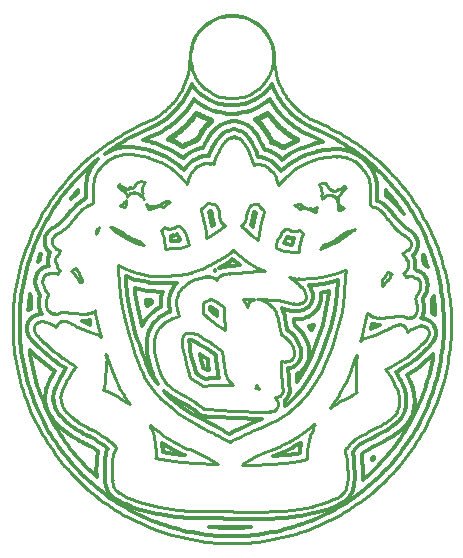
<source format=gbo>
%MOIN*%
%OFA0B0*%
%FSLAX46Y46*%
%IPPOS*%
%LPD*%
%ADD10C,0.00984251968503937*%
%ADD11C,0.011811023622047244*%
%ADD12C,0.013779527559055118*%
%ADD13C,0.015748031496062992*%
%LPD*%
G04 next file*
%LPD*%
D10*
X0000758500Y0000019700D02*
X0000774499Y0000020100D01*
X0000790600Y0000020799D01*
X0000806600Y0000021800D01*
X0000822600Y0000023200D01*
X0000838600Y0000025000D01*
X0000854500Y0000027100D01*
X0000870400Y0000029600D01*
X0000886200Y0000032400D01*
X0000902000Y0000035500D01*
X0000917700Y0000039000D01*
X0000933300Y0000042899D01*
X0000948800Y0000047100D01*
X0000964200Y0000051600D01*
X0000979500Y0000056500D01*
X0000994700Y0000061700D01*
X0001009800Y0000067200D01*
X0001024799Y0000073100D01*
X0001039600Y0000079300D01*
X0001054300Y0000085799D01*
X0001068800Y0000092600D01*
X0001083200Y0000099800D01*
X0001097400Y0000107300D01*
X0001111500Y0000115100D01*
X0001125400Y0000123100D01*
X0001139100Y0000131500D01*
X0001152600Y0000140200D01*
X0001165900Y0000149200D01*
X0001179000Y0000158500D01*
X0001191900Y0000168100D01*
X0001204600Y0000177900D01*
X0001217100Y0000188000D01*
X0001229400Y0000198400D01*
X0001241400Y0000209100D01*
X0001253200Y0000220000D01*
X0001264700Y0000231200D01*
X0001275999Y0000242600D01*
X0001287000Y0000254300D01*
X0001297800Y0000266200D01*
X0001308300Y0000278300D01*
X0001318599Y0000290700D01*
X0001328500Y0000303300D01*
X0001338200Y0000316200D01*
X0001347600Y0000329200D01*
X0001356800Y0000342400D01*
X0001365600Y0000355800D01*
X0001374100Y0000369400D01*
X0001382300Y0000383300D01*
X0001390300Y0000397200D01*
X0001397900Y0000411400D01*
X0001405200Y0000425700D01*
X0001412200Y0000440200D01*
X0001418800Y0000454800D01*
X0001425200Y0000469600D01*
X0001431200Y0000484400D01*
X0001436900Y0000499500D01*
X0001442200Y0000514599D01*
X0001447200Y0000529900D01*
X0001451900Y0000545300D01*
X0001456300Y0000560700D01*
X0001460300Y0000576300D01*
X0001463900Y0000591900D01*
X0001467200Y0000607700D01*
X0001470199Y0000623500D01*
X0001472800Y0000639300D01*
X0001475100Y0000655200D01*
X0001477000Y0000671199D01*
X0001478600Y0000687200D01*
X0001479800Y0000703200D01*
X0001480700Y0000719200D01*
X0001481200Y0000735299D01*
X0001481300Y0000751400D01*
X0001481100Y0000767400D01*
X0001480600Y0000783499D01*
X0001479700Y0000799500D01*
X0001478400Y0000815500D01*
X0001476799Y0000831500D01*
X0001474900Y0000847500D01*
X0001472600Y0000863400D01*
X0001469900Y0000879200D01*
X0001466900Y0000895000D01*
X0001463599Y0000910700D01*
X0001459900Y0000926400D01*
X0001455800Y0000941900D01*
X0001451500Y0000957400D01*
X0001446800Y0000972700D01*
X0001441700Y0000988000D01*
X0001436300Y0001003100D01*
X0001430600Y0001018100D01*
X0001424500Y0001032999D01*
X0001418200Y0001047800D01*
X0001411500Y0001062400D01*
X0001404500Y0001076800D01*
X0001397100Y0001091100D01*
X0001389500Y0001105300D01*
X0001381500Y0001119200D01*
X0001373300Y0001133000D01*
X0001364700Y0001146600D01*
X0001355900Y0001160000D01*
X0001346700Y0001173200D01*
X0001337300Y0001186200D01*
X0001327600Y0001199000D01*
X0001317599Y0001211600D01*
X0001307300Y0001224000D01*
X0001296800Y0001236100D01*
X0001285900Y0001248000D01*
X0001274900Y0001259600D01*
X0001263599Y0001271000D01*
X0001252000Y0001282199D01*
X0001240200Y0001293100D01*
X0001228100Y0001303700D01*
X0001215900Y0001314100D01*
X0001203400Y0001324199D01*
X0001190700Y0001334000D01*
X0001177700Y0001343600D01*
X0001164600Y0001352800D01*
X0001151200Y0001361800D01*
X0001137700Y0001370400D01*
X0001124000Y0001378799D01*
X0001110100Y0001386800D01*
X0001096000Y0001394600D01*
X0001081800Y0001402000D01*
X0001067400Y0001409199D01*
X0001052800Y0001415999D01*
X0001037900Y0001422500D01*
X0001037900Y0001422600D01*
X0001037800Y0001422600D01*
X0001022200Y0001429500D01*
X0001020799Y0001430200D01*
X0001005800Y0001438400D01*
X0001004500Y0001439199D01*
X0000990200Y0001448600D01*
X0000988900Y0001449500D01*
X0000975400Y0001459900D01*
X0000974200Y0001460900D01*
X0000961500Y0001472400D01*
X0000960400Y0001473500D01*
X0000948700Y0001486000D01*
X0000947700Y0001487200D01*
X0000937000Y0001500500D01*
X0000936100Y0001501800D01*
X0000926500Y0001515900D01*
X0000925700Y0001517200D01*
X0000917300Y0001532100D01*
X0000916600Y0001533500D01*
X0000909300Y0001548999D01*
X0000908700Y0001550400D01*
X0000902800Y0001566400D01*
X0000902300Y0001567900D01*
X0000897600Y0001584400D01*
X0000897200Y0001585900D01*
X0000893900Y0001602600D01*
X0000893600Y0001604200D01*
X0000891600Y0001621100D01*
X0000891500Y0001622700D01*
X0000890800Y0001639600D01*
X0000890000Y0001655200D01*
X0000887700Y0001669700D01*
X0000883900Y0001683900D01*
X0000878600Y0001697600D01*
X0000871900Y0001710700D01*
X0000863900Y0001723000D01*
X0000854700Y0001734400D01*
X0000844300Y0001744800D01*
X0000832900Y0001754000D01*
X0000820600Y0001762000D01*
X0000807500Y0001768700D01*
X0000793800Y0001774000D01*
X0000779600Y0001777800D01*
X0000765100Y0001780100D01*
X0000750499Y0001780800D01*
X0000735800Y0001780100D01*
X0000721300Y0001777800D01*
X0000707100Y0001774000D01*
X0000693400Y0001768700D01*
X0000680299Y0001762000D01*
X0000667999Y0001754000D01*
X0000656600Y0001744800D01*
X0000646200Y0001734400D01*
X0000637000Y0001723000D01*
X0000629000Y0001710700D01*
X0000622300Y0001697600D01*
X0000617000Y0001683900D01*
X0000613200Y0001669700D01*
X0000610900Y0001655200D01*
X0000610100Y0001639600D01*
X0000609400Y0001622700D01*
X0000609300Y0001621100D01*
X0000607300Y0001604200D01*
X0000607000Y0001602600D01*
X0000603700Y0001585900D01*
X0000603300Y0001584400D01*
X0000598600Y0001567900D01*
X0000598100Y0001566400D01*
X0000592200Y0001550400D01*
X0000591600Y0001548999D01*
X0000584300Y0001533500D01*
X0000583600Y0001532100D01*
X0000575200Y0001517200D01*
X0000574400Y0001515900D01*
X0000564800Y0001501800D01*
X0000563900Y0001500500D01*
X0000553200Y0001487200D01*
X0000552200Y0001486000D01*
X0000540500Y0001473500D01*
X0000539400Y0001472400D01*
X0000526700Y0001460900D01*
X0000525500Y0001459900D01*
X0000512000Y0001449500D01*
X0000510700Y0001448600D01*
X0000496400Y0001439199D01*
X0000495100Y0001438400D01*
X0000480100Y0001430200D01*
X0000478700Y0001429500D01*
X0000463100Y0001422600D01*
X0000463000Y0001422500D01*
X0000448100Y0001415999D01*
X0000433500Y0001409199D01*
X0000419099Y0001402000D01*
X0000404900Y0001394600D01*
X0000390800Y0001386800D01*
X0000376900Y0001378799D01*
X0000363200Y0001370400D01*
X0000349700Y0001361800D01*
X0000336300Y0001352800D01*
X0000323200Y0001343500D01*
X0000310300Y0001334000D01*
X0000297500Y0001324199D01*
X0000285000Y0001314100D01*
X0000272800Y0001303700D01*
X0000260700Y0001293100D01*
X0000248900Y0001282199D01*
X0000237300Y0001271000D01*
X0000226000Y0001259600D01*
X0000215000Y0001248000D01*
X0000204100Y0001236100D01*
X0000193599Y0001224000D01*
X0000183300Y0001211600D01*
X0000173300Y0001199000D01*
X0000163600Y0001186200D01*
X0000154200Y0001173200D01*
X0000145000Y0001160000D01*
X0000136200Y0001146600D01*
X0000127599Y0001133000D01*
X0000119400Y0001119200D01*
X0000111400Y0001105300D01*
X0000103800Y0001091100D01*
X0000096400Y0001076800D01*
X0000089400Y0001062400D01*
X0000082700Y0001047800D01*
X0000076400Y0001032999D01*
X0000070300Y0001018200D01*
X0000064600Y0001003100D01*
X0000059200Y0000988000D01*
X0000054100Y0000972700D01*
X0000049400Y0000957400D01*
X0000045100Y0000941900D01*
X0000040999Y0000926400D01*
X0000037300Y0000910700D01*
X0000034000Y0000895000D01*
X0000031000Y0000879200D01*
X0000028300Y0000863400D01*
X0000026000Y0000847500D01*
X0000024100Y0000831500D01*
X0000022499Y0000815500D01*
X0000021200Y0000799500D01*
X0000020300Y0000783499D01*
X0000019800Y0000767400D01*
X0000019600Y0000751400D01*
X0000019700Y0000735299D01*
X0000020200Y0000719200D01*
X0000021100Y0000703200D01*
X0000022299Y0000687200D01*
X0000023900Y0000671199D01*
X0000025800Y0000655200D01*
X0000028100Y0000639300D01*
X0000030700Y0000623500D01*
X0000033700Y0000607700D01*
X0000037000Y0000591900D01*
X0000040600Y0000576300D01*
X0000044599Y0000560700D01*
X0000049000Y0000545300D01*
X0000053700Y0000529900D01*
X0000058700Y0000514599D01*
X0000064000Y0000499500D01*
X0000069700Y0000484400D01*
X0000075700Y0000469600D01*
X0000082100Y0000454800D01*
X0000088700Y0000440200D01*
X0000095699Y0000425700D01*
X0000103000Y0000411400D01*
X0000110600Y0000397200D01*
X0000118600Y0000383200D01*
X0000126800Y0000369500D01*
X0000135300Y0000355800D01*
X0000144100Y0000342400D01*
X0000153300Y0000329200D01*
X0000162700Y0000316200D01*
X0000172399Y0000303300D01*
X0000182299Y0000290700D01*
X0000192600Y0000278300D01*
X0000203100Y0000266200D01*
X0000213900Y0000254300D01*
X0000224900Y0000242600D01*
X0000236200Y0000231200D01*
X0000247700Y0000220000D01*
X0000259500Y0000209100D01*
X0000271500Y0000198400D01*
X0000283800Y0000188000D01*
X0000296300Y0000177900D01*
X0000309000Y0000168100D01*
X0000321899Y0000158500D01*
X0000335000Y0000149200D01*
X0000348300Y0000140200D01*
X0000361800Y0000131500D01*
X0000375500Y0000123100D01*
X0000389400Y0000115100D01*
X0000403500Y0000107300D01*
X0000417700Y0000099800D01*
X0000432100Y0000092600D01*
X0000446600Y0000085799D01*
X0000461300Y0000079300D01*
X0000476100Y0000073100D01*
X0000491100Y0000067200D01*
X0000506200Y0000061700D01*
X0000521400Y0000056500D01*
X0000536700Y0000051600D01*
X0000552100Y0000047100D01*
X0000567600Y0000042899D01*
X0000583200Y0000039000D01*
X0000598900Y0000035500D01*
X0000614600Y0000032400D01*
X0000630500Y0000029600D01*
X0000646300Y0000027100D01*
X0000662299Y0000025000D01*
X0000678200Y0000023200D01*
X0000694300Y0000021800D01*
X0000710300Y0000020799D01*
X0000726400Y0000020100D01*
X0000742400Y0000019700D01*
X0000758500Y0000019700D01*
X0000738800Y0001502800D02*
X0000736900Y0001502800D01*
X0000734999Y0001503100D01*
X0000719799Y0001506199D01*
X0000719799Y0001506199D01*
X0000712200Y0001507700D01*
X0000710300Y0001508100D01*
X0000708500Y0001508800D01*
X0000687000Y0001517700D01*
X0000685200Y0001518500D01*
X0000683599Y0001519500D01*
X0000664200Y0001532400D01*
X0000662700Y0001533600D01*
X0000661200Y0001534900D01*
X0000644800Y0001551300D01*
X0000643500Y0001552800D01*
X0000642300Y0001554300D01*
X0000629400Y0001573700D01*
X0000628400Y0001575300D01*
X0000627600Y0001577100D01*
X0000618700Y0001598600D01*
X0000618000Y0001600400D01*
X0000617600Y0001602300D01*
X0000613000Y0001625100D01*
X0000612700Y0001627000D01*
X0000612700Y0001628900D01*
X0000612700Y0001652199D01*
X0000612700Y0001654100D01*
X0000613000Y0001656000D01*
X0000617600Y0001678800D01*
X0000618000Y0001680700D01*
X0000618700Y0001682500D01*
X0000627600Y0001704000D01*
X0000628400Y0001705800D01*
X0000629400Y0001707400D01*
X0000642300Y0001726800D01*
X0000643500Y0001728300D01*
X0000644800Y0001729800D01*
X0000661200Y0001746200D01*
X0000662700Y0001747500D01*
X0000664200Y0001748700D01*
X0000683599Y0001761600D01*
X0000685200Y0001762600D01*
X0000687000Y0001763400D01*
X0000708500Y0001772300D01*
X0000710300Y0001773000D01*
X0000712200Y0001773400D01*
X0000719799Y0001774900D01*
X0000719799Y0001774900D01*
X0000734999Y0001778000D01*
X0000736900Y0001778300D01*
X0000738800Y0001778300D01*
X0000762100Y0001778300D01*
X0000764000Y0001778300D01*
X0000765900Y0001778000D01*
X0000781100Y0001774900D01*
X0000788700Y0001773400D01*
X0000790600Y0001773000D01*
X0000792400Y0001772300D01*
X0000813899Y0001763400D01*
X0000815700Y0001762600D01*
X0000817300Y0001761600D01*
X0000836700Y0001748700D01*
X0000838199Y0001747500D01*
X0000839700Y0001746200D01*
X0000856100Y0001729800D01*
X0000857400Y0001728300D01*
X0000858600Y0001726800D01*
X0000871500Y0001707400D01*
X0000872500Y0001705800D01*
X0000873300Y0001704000D01*
X0000882200Y0001682500D01*
X0000882900Y0001680700D01*
X0000883300Y0001678800D01*
X0000887900Y0001656000D01*
X0000888200Y0001654100D01*
X0000888200Y0001652199D01*
X0000888200Y0001628900D01*
X0000888200Y0001627000D01*
X0000887900Y0001625100D01*
X0000883300Y0001602300D01*
X0000882900Y0001600400D01*
X0000882200Y0001598600D01*
X0000873300Y0001577100D01*
X0000872500Y0001575300D01*
X0000871500Y0001573700D01*
X0000858600Y0001554300D01*
X0000857400Y0001552800D01*
X0000856100Y0001551300D01*
X0000839700Y0001534900D01*
X0000838199Y0001533600D01*
X0000836700Y0001532400D01*
X0000817300Y0001519500D01*
X0000815700Y0001518500D01*
X0000813899Y0001517700D01*
X0000792400Y0001508800D01*
X0000790600Y0001508100D01*
X0000788700Y0001507700D01*
X0000781100Y0001506199D01*
X0000781100Y0001506199D01*
X0000765900Y0001503100D01*
X0000764000Y0001502800D01*
X0000762100Y0001502800D01*
X0000738800Y0001502800D01*
X0000242900Y0000784900D02*
X0000233900Y0000785700D01*
X0000212300Y0000787600D01*
X0000196400Y0000788900D01*
X0000185299Y0000789400D01*
X0000178700Y0000789400D01*
X0000178000Y0000789300D01*
X0000176199Y0000788100D01*
X0000173700Y0000786599D01*
X0000172600Y0000786000D01*
X0000170799Y0000785200D01*
X0000168900Y0000784600D01*
X0000165300Y0000783599D01*
X0000159300Y0000786599D01*
X0000158900Y0000786499D01*
X0000158500Y0000784000D01*
X0000158200Y0000784100D01*
X0000155200Y0000784800D01*
X0000152300Y0000786000D01*
X0000151200Y0000786599D01*
X0000150000Y0000787300D01*
X0000149200Y0000787500D01*
X0000146400Y0000788700D01*
X0000146000Y0000788900D01*
X0000142200Y0000792699D01*
X0000139000Y0000793500D01*
X0000136700Y0000797200D01*
X0000135800Y0000798699D01*
X0000135200Y0000799800D01*
X0000134000Y0000802700D01*
X0000132400Y0000807799D01*
X0000131700Y0000810800D01*
X0000131500Y0000812000D01*
X0000131300Y0000813700D01*
X0000131300Y0000815400D01*
X0000131500Y0000828000D01*
X0000131700Y0000830700D01*
X0000131900Y0000832000D01*
X0000132600Y0000835000D01*
X0000133800Y0000837800D01*
X0000134400Y0000838900D01*
X0000134800Y0000839800D01*
X0000139300Y0000847500D01*
X0000138100Y0000848900D01*
X0000136700Y0000850800D01*
X0000130600Y0000860100D01*
X0000129500Y0000861900D01*
X0000129000Y0000863000D01*
X0000129000Y0000863100D01*
X0000124100Y0000872700D01*
X0000123000Y0000875200D01*
X0000120300Y0000883200D01*
X0000119800Y0000884800D01*
X0000119500Y0000886500D01*
X0000119300Y0000887700D01*
X0000119000Y0000889900D01*
X0000119100Y0000892100D01*
X0000119400Y0000896600D01*
X0000119600Y0000898400D01*
X0000119800Y0000899600D01*
X0000120500Y0000902600D01*
X0000121700Y0000905400D01*
X0000122200Y0000906500D01*
X0000123800Y0000909200D01*
X0000125900Y0000911500D01*
X0000126700Y0000912400D01*
X0000129000Y0000914300D01*
X0000131500Y0000915900D01*
X0000135600Y0000918000D01*
X0000135800Y0000918100D01*
X0000136900Y0000918700D01*
X0000139700Y0000919900D01*
X0000142700Y0000920600D01*
X0000144000Y0000920800D01*
X0000145800Y0000921000D01*
X0000147600Y0000921000D01*
X0000156400Y0000920800D01*
X0000158900Y0000920600D01*
X0000160100Y0000920400D01*
X0000162200Y0000919900D01*
X0000164099Y0000919300D01*
X0000170099Y0000917000D01*
X0000171900Y0000921000D01*
X0000172299Y0000921800D01*
X0000172800Y0000922900D01*
X0000174500Y0000925600D01*
X0000176500Y0000927900D01*
X0000177300Y0000928800D01*
X0000178300Y0000929600D01*
X0000178200Y0000929600D01*
X0000177800Y0000929900D01*
X0000176099Y0000931100D01*
X0000174500Y0000932500D01*
X0000173600Y0000933400D01*
X0000172499Y0000934600D01*
X0000166800Y0000941400D01*
X0000167300Y0000948600D01*
X0000166299Y0000950400D01*
X0000166100Y0000952400D01*
X0000161600Y0000958100D01*
X0000162300Y0000966600D01*
X0000162499Y0000967900D01*
X0000162700Y0000969200D01*
X0000163400Y0000972200D01*
X0000164600Y0000975000D01*
X0000165100Y0000976100D01*
X0000166500Y0000978500D01*
X0000173700Y0000988700D01*
X0000174900Y0000990200D01*
X0000175800Y0000991200D01*
X0000179500Y0000996900D01*
X0000179400Y0000997000D01*
X0000177600Y0000997300D01*
X0000175800Y0000997900D01*
X0000168800Y0001000400D01*
X0000166500Y0001001400D01*
X0000165400Y0001002000D01*
X0000162800Y0001003600D01*
X0000160500Y0001005600D01*
X0000159600Y0001006400D01*
X0000157800Y0001008500D01*
X0000154900Y0001012300D01*
X0000153900Y0001013800D01*
X0000153100Y0001015300D01*
X0000152500Y0001016400D01*
X0000151300Y0001019200D01*
X0000150600Y0001022200D01*
X0000150400Y0001023400D01*
X0000150200Y0001026500D01*
X0000150400Y0001029600D01*
X0000150600Y0001030799D01*
X0000150900Y0001032200D01*
X0000151000Y0001032600D01*
X0000151100Y0001032700D01*
X0000151400Y0001033900D01*
X0000152500Y0001036800D01*
X0000153100Y0001037800D01*
X0000154700Y0001040400D01*
X0000156700Y0001042700D01*
X0000157500Y0001043600D01*
X0000157899Y0001043900D01*
X0000157999Y0001044300D01*
X0000161500Y0001047800D01*
X0000163400Y0001049300D01*
X0000165300Y0001050600D01*
X0000172499Y0001054700D01*
X0000172499Y0001054700D01*
X0000178300Y0001058100D01*
X0000190000Y0001066900D01*
X0000203100Y0001078800D01*
X0000215700Y0001092100D01*
X0000227300Y0001106500D01*
X0000229600Y0001109600D01*
X0000230900Y0001111100D01*
X0000247400Y0001129200D01*
X0000248000Y0001129800D01*
X0000248900Y0001130700D01*
X0000251400Y0001132800D01*
X0000268700Y0001145200D01*
X0000271200Y0001146700D01*
X0000272300Y0001147200D01*
X0000274700Y0001148300D01*
X0000288800Y0001153200D01*
X0000288700Y0001181500D01*
X0000288700Y0001181600D01*
X0000288700Y0001190700D01*
X0000288700Y0001191200D01*
X0000289200Y0001211900D01*
X0000289300Y0001213500D01*
X0000291100Y0001229300D01*
X0000291200Y0001230300D01*
X0000291400Y0001231500D01*
X0000291800Y0001233500D01*
X0000295200Y0001245900D01*
X0000295800Y0001247900D01*
X0000296600Y0001249800D01*
X0000297200Y0001250900D01*
X0000297300Y0001251000D01*
X0000302700Y0001261400D01*
X0000303700Y0001263199D01*
X0000304900Y0001264800D01*
X0000312900Y0001274500D01*
X0000314200Y0001275900D01*
X0000315000Y0001276700D01*
X0000315500Y0001277200D01*
X0000326399Y0001287500D01*
X0000327500Y0001288399D01*
X0000334299Y0001293999D01*
X0000336900Y0001295800D01*
X0000356500Y0001307100D01*
X0000357400Y0001307600D01*
X0000358499Y0001308200D01*
X0000360400Y0001309000D01*
X0000362500Y0001309700D01*
X0000384100Y0001315300D01*
X0000386000Y0001315700D01*
X0000387199Y0001315900D01*
X0000390000Y0001316100D01*
X0000414900Y0001316500D01*
X0000417200Y0001316300D01*
X0000430400Y0001314900D01*
X0000431400Y0001314800D01*
X0000432600Y0001314600D01*
X0000433700Y0001314400D01*
X0000472100Y0001306100D01*
X0000475200Y0001305100D01*
X0000510800Y0001291000D01*
X0000512399Y0001290300D01*
X0000513499Y0001289700D01*
X0000514800Y0001289000D01*
X0000547100Y0001269500D01*
X0000549700Y0001267600D01*
X0000578500Y0001243000D01*
X0000579600Y0001242000D01*
X0000580500Y0001241100D01*
X0000581600Y0001239900D01*
X0000600100Y0001218000D01*
X0000603100Y0001229300D01*
X0000604200Y0001232300D01*
X0000610900Y0001247300D01*
X0000611300Y0001248100D01*
X0000611900Y0001249200D01*
X0000612200Y0001249800D01*
X0000614700Y0001254300D01*
X0000615800Y0001256000D01*
X0000617100Y0001257700D01*
X0000628400Y0001270700D01*
X0000629300Y0001271600D01*
X0000630100Y0001272500D01*
X0000632500Y0001274500D01*
X0000635099Y0001276100D01*
X0000636200Y0001276700D01*
X0000636300Y0001276700D01*
X0000650600Y0001283900D01*
X0000653399Y0001285100D01*
X0000656399Y0001285800D01*
X0000657600Y0001286000D01*
X0000659199Y0001286200D01*
X0000676000Y0001287399D01*
X0000679500Y0001284500D01*
X0000683699Y0001286600D01*
X0000690600Y0001284700D01*
X0000691400Y0001289400D01*
X0000692200Y0001292500D01*
X0000697800Y0001309000D01*
X0000698599Y0001310900D01*
X0000706500Y0001327900D01*
X0000706800Y0001328500D01*
X0000707400Y0001329600D01*
X0000708099Y0001330799D01*
X0000717300Y0001346200D01*
X0000719000Y0001348599D01*
X0000728400Y0001360100D01*
X0000729700Y0001361500D01*
X0000730600Y0001362400D01*
X0000731000Y0001362800D01*
X0000734500Y0001366100D01*
X0000736100Y0001367399D01*
X0000741199Y0001371400D01*
X0000744600Y0001371000D01*
X0000745300Y0001371600D01*
X0000747900Y0001373199D01*
X0000748400Y0001373399D01*
X0000749800Y0001370800D01*
X0000755700Y0001376100D01*
X0000759399Y0001376100D01*
X0000765000Y0001370900D01*
X0000766300Y0001373500D01*
X0000766700Y0001373199D01*
X0000769400Y0001371600D01*
X0000770300Y0001370900D01*
X0000773600Y0001371200D01*
X0000778100Y0001367599D01*
X0000779900Y0001366100D01*
X0000780800Y0001365200D01*
X0000780800Y0001365200D01*
X0000783800Y0001362200D01*
X0000785900Y0001359700D01*
X0000795500Y0001346200D01*
X0000797000Y0001343800D01*
X0000806800Y0001324599D01*
X0000806800Y0001324599D01*
X0000807400Y0001323500D01*
X0000808100Y0001321800D01*
X0000817700Y0001297800D01*
X0000818100Y0001296800D01*
X0000822300Y0001284000D01*
X0000822800Y0001282599D01*
X0000823100Y0001281100D01*
X0000829900Y0001282800D01*
X0000831700Y0001283200D01*
X0000832900Y0001283400D01*
X0000835700Y0001283600D01*
X0000838500Y0001283500D01*
X0000848900Y0001282199D01*
X0000849500Y0001282100D01*
X0000850700Y0001281900D01*
X0000853700Y0001281200D01*
X0000856600Y0001280000D01*
X0000857700Y0001279400D01*
X0000858000Y0001279300D01*
X0000868700Y0001273600D01*
X0000870800Y0001272300D01*
X0000872700Y0001270800D01*
X0000882800Y0001261600D01*
X0000883500Y0001261000D01*
X0000884300Y0001260100D01*
X0000885900Y0001258300D01*
X0000887200Y0001256400D01*
X0000896700Y0001240700D01*
X0000897400Y0001239500D01*
X0000898000Y0001238400D01*
X0000898800Y0001236600D01*
X0000899400Y0001234700D01*
X0000904600Y0001216100D01*
X0000904900Y0001214600D01*
X0000929600Y0001242100D01*
X0000930300Y0001242800D01*
X0000931200Y0001243700D01*
X0000933000Y0001245300D01*
X0000962700Y0001268500D01*
X0000965500Y0001270300D01*
X0000999200Y0001288399D01*
X0000999600Y0001288599D01*
X0001000699Y0001289100D01*
X0001003300Y0001290200D01*
X0001040999Y0001302900D01*
X0001043299Y0001303600D01*
X0001064900Y0001308000D01*
X0001065800Y0001308100D01*
X0001067000Y0001308300D01*
X0001068800Y0001308500D01*
X0001097500Y0001310400D01*
X0001099600Y0001308700D01*
X0001101700Y0001310200D01*
X0001126700Y0001306500D01*
X0001126900Y0001306500D01*
X0001128100Y0001306300D01*
X0001130500Y0001305700D01*
X0001132900Y0001304900D01*
X0001154400Y0001295600D01*
X0001155500Y0001295100D01*
X0001156600Y0001294500D01*
X0001158500Y0001293500D01*
X0001160200Y0001292200D01*
X0001178200Y0001277400D01*
X0001179600Y0001276100D01*
X0001180400Y0001275200D01*
X0001181400Y0001274200D01*
X0001189100Y0001265300D01*
X0001190500Y0001263399D01*
X0001199000Y0001250800D01*
X0001200200Y0001248700D01*
X0001200700Y0001247600D01*
X0001201500Y0001245900D01*
X0001206800Y0001232500D01*
X0001207400Y0001230600D01*
X0001207900Y0001228600D01*
X0001210600Y0001212500D01*
X0001210700Y0001212300D01*
X0001210900Y0001211100D01*
X0001211100Y0001208900D01*
X0001212000Y0001188100D01*
X0001212100Y0001187300D01*
X0001212100Y0001180900D01*
X0001212100Y0001180600D01*
X0001211900Y0001165100D01*
X0001211900Y0001164600D01*
X0001211400Y0001150900D01*
X0001211400Y0001150100D01*
X0001211000Y0001145500D01*
X0001222700Y0001141300D01*
X0001224900Y0001140300D01*
X0001226000Y0001139700D01*
X0001226400Y0001139600D01*
X0001239900Y0001132300D01*
X0001241900Y0001131100D01*
X0001243700Y0001129600D01*
X0001254800Y0001119700D01*
X0001255600Y0001119000D01*
X0001256400Y0001118100D01*
X0001258200Y0001116100D01*
X0001269100Y0001101800D01*
X0001269599Y0001101100D01*
X0001270600Y0001099700D01*
X0001280600Y0001087000D01*
X0001292600Y0001073800D01*
X0001304900Y0001061900D01*
X0001316500Y0001052000D01*
X0001325500Y0001046000D01*
X0001326100Y0001045700D01*
X0001327800Y0001044700D01*
X0001334400Y0001040200D01*
X0001335200Y0001036899D01*
X0001337900Y0001035500D01*
X0001339800Y0001035199D01*
X0001342500Y0001031800D01*
X0001343600Y0001030200D01*
X0001344500Y0001028600D01*
X0001345100Y0001027500D01*
X0001346200Y0001024600D01*
X0001347000Y0001021600D01*
X0001347200Y0001020400D01*
X0001347400Y0001017600D01*
X0001347300Y0001014899D01*
X0001347100Y0001013700D01*
X0001347000Y0001012999D01*
X0001346800Y0001011800D01*
X0001346100Y0001008699D01*
X0001344900Y0001005900D01*
X0001344400Y0001004799D01*
X0001342900Y0001002400D01*
X0001341200Y0001000300D01*
X0001337199Y0000996000D01*
X0001332700Y0000995500D01*
X0001331100Y0000994800D01*
X0001328700Y0000994200D01*
X0001324999Y0000988700D01*
X0001317999Y0000987200D01*
X0001323700Y0000980000D01*
X0001325500Y0000978100D01*
X0001326600Y0000977000D01*
X0001332200Y0000970200D01*
X0001331900Y0000965100D01*
X0001336399Y0000962600D01*
X0001338100Y0000957600D01*
X0001338800Y0000954600D01*
X0001339000Y0000953300D01*
X0001339200Y0000950300D01*
X0001339000Y0000947200D01*
X0001338800Y0000946000D01*
X0001338300Y0000943700D01*
X0001336799Y0000938400D01*
X0001336199Y0000936600D01*
X0001335400Y0000934800D01*
X0001334800Y0000933700D01*
X0001334100Y0000932400D01*
X0001332000Y0000929000D01*
X0001330700Y0000927000D01*
X0001329100Y0000925300D01*
X0001328300Y0000924400D01*
X0001326200Y0000922700D01*
X0001323999Y0000921200D01*
X0001322000Y0000920100D01*
X0001322600Y0000919400D01*
X0001324700Y0000917000D01*
X0001326300Y0000914400D01*
X0001326800Y0000913300D01*
X0001327400Y0000912100D01*
X0001329700Y0000906700D01*
X0001333900Y0000908600D01*
X0001336399Y0000909500D01*
X0001339100Y0000910200D01*
X0001340300Y0000910300D01*
X0001343100Y0000910600D01*
X0001350900Y0000910700D01*
X0001356300Y0000905700D01*
X0001358400Y0000905400D01*
X0001360100Y0000904300D01*
X0001367199Y0000904400D01*
X0001371900Y0000899800D01*
X0001372000Y0000899600D01*
X0001372900Y0000898800D01*
X0001374900Y0000896400D01*
X0001376500Y0000893800D01*
X0001377100Y0000892700D01*
X0001378300Y0000889800D01*
X0001378999Y0000886800D01*
X0001379199Y0000885600D01*
X0001379399Y0000883900D01*
X0001379399Y0000882200D01*
X0001379300Y0000876400D01*
X0001379100Y0000873700D01*
X0001378900Y0000872500D01*
X0001378500Y0000870500D01*
X0001377900Y0000868700D01*
X0001374300Y0000859200D01*
X0001373399Y0000857200D01*
X0001372900Y0000856100D01*
X0001372300Y0000855100D01*
X0001366100Y0000844300D01*
X0001364500Y0000842000D01*
X0001360000Y0000836400D01*
X0001361700Y0000833700D01*
X0001362500Y0000832300D01*
X0001363100Y0000831200D01*
X0001364300Y0000828300D01*
X0001365000Y0000825300D01*
X0001365200Y0000824100D01*
X0001365200Y0000824000D01*
X0001367199Y0000810800D01*
X0001367399Y0000807600D01*
X0001367399Y0000804100D01*
X0001367300Y0000803100D01*
X0001366900Y0000795699D01*
X0001366700Y0000793800D01*
X0001366500Y0000792599D01*
X0001366100Y0000790700D01*
X0001365300Y0000787700D01*
X0001364900Y0000787400D01*
X0001364700Y0000786599D01*
X0001363500Y0000783800D01*
X0001363000Y0000782700D01*
X0001361300Y0000780000D01*
X0001359300Y0000777699D01*
X0001358500Y0000776800D01*
X0001356100Y0000774800D01*
X0001353500Y0000773200D01*
X0001352400Y0000772600D01*
X0001349500Y0000771499D01*
X0001346500Y0000770700D01*
X0001345300Y0000770500D01*
X0001344700Y0000774300D01*
X0001339500Y0000770500D01*
X0001339200Y0000770500D01*
X0001339200Y0000770500D01*
X0001337900Y0000770700D01*
X0001334800Y0000771499D01*
X0001330300Y0000773000D01*
X0001329400Y0000773300D01*
X0001322300Y0000776100D01*
X0001319199Y0000777000D01*
X0001312399Y0000777699D01*
X0001299100Y0000776600D01*
X0001285300Y0000774900D01*
X0001285200Y0000775000D01*
X0001285100Y0000774900D01*
X0001267000Y0000772800D01*
X0001266700Y0000773000D01*
X0001266400Y0000772700D01*
X0001253100Y0000771599D01*
X0001252500Y0000772100D01*
X0001251900Y0000771499D01*
X0001242300Y0000771299D01*
X0001241100Y0000772300D01*
X0001239900Y0000771399D01*
X0001232800Y0000772100D01*
X0001231700Y0000772200D01*
X0001230500Y0000772400D01*
X0001228100Y0000773000D01*
X0001222500Y0000774599D01*
X0001219400Y0000775800D01*
X0001214200Y0000778300D01*
X0001213800Y0000778500D01*
X0001212700Y0000779000D01*
X0001210900Y0000780100D01*
X0001207700Y0000782200D01*
X0001206300Y0000783300D01*
X0001204900Y0000784400D01*
X0001200300Y0000788800D01*
X0001195100Y0000761300D01*
X0001194900Y0000760600D01*
X0001181500Y0000702099D01*
X0001181200Y0000701100D01*
X0001179500Y0000695100D01*
X0001180400Y0000695699D01*
X0001192500Y0000702200D01*
X0001192900Y0000702400D01*
X0001194000Y0000703000D01*
X0001196100Y0000703900D01*
X0001214500Y0000710599D01*
X0001215100Y0000710799D01*
X0001217500Y0000711600D01*
X0001235000Y0000718100D01*
X0001253700Y0000726099D01*
X0001269900Y0000733900D01*
X0001275999Y0000737000D01*
X0001275999Y0000737000D01*
X0001277100Y0000737600D01*
X0001277600Y0000737800D01*
X0001288700Y0000743100D01*
X0001289600Y0000743500D01*
X0001297600Y0000746800D01*
X0001299500Y0000747500D01*
X0001301300Y0000748000D01*
X0001304800Y0000748600D01*
X0001305599Y0000748800D01*
X0001306799Y0000749000D01*
X0001309900Y0000749200D01*
X0001312900Y0000749000D01*
X0001314200Y0000748800D01*
X0001317200Y0000748100D01*
X0001320000Y0000746900D01*
X0001321100Y0000746300D01*
X0001323700Y0000744700D01*
X0001326100Y0000742700D01*
X0001327000Y0000741800D01*
X0001329000Y0000739500D01*
X0001330599Y0000736800D01*
X0001331100Y0000735700D01*
X0001332300Y0000732900D01*
X0001333000Y0000729900D01*
X0001333200Y0000728700D01*
X0001333400Y0000727800D01*
X0001333700Y0000725200D01*
X0001348100Y0000733300D01*
X0001348799Y0000733600D01*
X0001349900Y0000734200D01*
X0001350200Y0000734300D01*
X0001363300Y0000740700D01*
X0001365700Y0000741700D01*
X0001373599Y0000744399D01*
X0001376800Y0000745200D01*
X0001378000Y0000745400D01*
X0001381100Y0000745600D01*
X0001384200Y0000745400D01*
X0001385399Y0000745200D01*
X0001387800Y0000744600D01*
X0001390100Y0000743800D01*
X0001392800Y0000742600D01*
X0001393900Y0000742100D01*
X0001395000Y0000741500D01*
X0001397700Y0000739900D01*
X0001400000Y0000737899D01*
X0001400900Y0000737000D01*
X0001402900Y0000734700D01*
X0001404500Y0000732099D01*
X0001405100Y0000731000D01*
X0001406200Y0000728100D01*
X0001407000Y0000725100D01*
X0001407200Y0000723900D01*
X0001407400Y0000720800D01*
X0001407200Y0000717700D01*
X0001407000Y0000716500D01*
X0001406200Y0000713500D01*
X0001405100Y0000710699D01*
X0001404500Y0000709600D01*
X0001404400Y0000709400D01*
X0001402400Y0000705500D01*
X0001401300Y0000703700D01*
X0001400000Y0000701999D01*
X0001393900Y0000694600D01*
X0001393000Y0000693600D01*
X0001383700Y0000684000D01*
X0001383500Y0000683799D01*
X0001382600Y0000682900D01*
X0001382300Y0000682600D01*
X0001371000Y0000671800D01*
X0001370600Y0000671399D01*
X0001358400Y0000660300D01*
X0001357900Y0000659900D01*
X0001345800Y0000649700D01*
X0001345100Y0000649100D01*
X0001334200Y0000640799D01*
X0001333400Y0000640200D01*
X0001328200Y0000636600D01*
X0001327600Y0000636200D01*
X0001312700Y0000626600D01*
X0001312199Y0000626300D01*
X0001295200Y0000616200D01*
X0001294700Y0000615900D01*
X0001278500Y0000606800D01*
X0001278000Y0000606600D01*
X0001264300Y0000599500D01*
X0001263199Y0000599700D01*
X0001262800Y0000598900D01*
X0001267100Y0000593700D01*
X0001267500Y0000593100D01*
X0001269200Y0000590900D01*
X0001269999Y0000589800D01*
X0001275999Y0000580600D01*
X0001276500Y0000579800D01*
X0001283800Y0000567300D01*
X0001284100Y0000566700D01*
X0001291400Y0000553200D01*
X0001291600Y0000552800D01*
X0001292100Y0000551700D01*
X0001292300Y0000551400D01*
X0001299200Y0000537200D01*
X0001299799Y0000535700D01*
X0001304300Y0000524200D01*
X0001305200Y0000521300D01*
X0001307400Y0000511000D01*
X0001307600Y0000509900D01*
X0001307800Y0000508600D01*
X0001308000Y0000506800D01*
X0001308700Y0000495500D01*
X0001308700Y0000493900D01*
X0001308600Y0000485800D01*
X0001308400Y0000483300D01*
X0001307100Y0000474500D01*
X0001304400Y0000472200D01*
X0001305700Y0000469000D01*
X0001302700Y0000461100D01*
X0001299300Y0000459300D01*
X0001299700Y0000455600D01*
X0001294300Y0000448000D01*
X0001292200Y0000445500D01*
X0001291300Y0000444700D01*
X0001290800Y0000444100D01*
X0001282300Y0000436300D01*
X0001280400Y0000434700D01*
X0001268300Y0000426200D01*
X0001267200Y0000425400D01*
X0001250900Y0000415500D01*
X0001250300Y0000415100D01*
X0001229200Y0000403500D01*
X0001228900Y0000403300D01*
X0001202500Y0000389200D01*
X0001202400Y0000389200D01*
X0001200400Y0000388100D01*
X0001178500Y0000376100D01*
X0001162300Y0000366400D01*
X0001151300Y0000358499D01*
X0001145300Y0000352900D01*
X0001141000Y0000347100D01*
X0001141000Y0000346900D01*
X0001140700Y0000346600D01*
X0001136800Y0000340299D01*
X0001135800Y0000338799D01*
X0001133800Y0000336300D01*
X0001132300Y0000336000D01*
X0001128200Y0000332499D01*
X0001128300Y0000332000D01*
X0001128000Y0000328900D01*
X0001127800Y0000327700D01*
X0001127100Y0000324700D01*
X0001126400Y0000322900D01*
X0001129100Y0000317399D01*
X0001131600Y0000315700D01*
X0001132400Y0000311700D01*
X0001131500Y0000310100D01*
X0001132800Y0000308900D01*
X0001133700Y0000299600D01*
X0001133800Y0000299200D01*
X0001134800Y0000286000D01*
X0001134800Y0000285700D01*
X0001135800Y0000270000D01*
X0001135900Y0000269800D01*
X0001136500Y0000257199D01*
X0001136500Y0000256600D01*
X0001137000Y0000237200D01*
X0001136900Y0000235500D01*
X0001136000Y0000221000D01*
X0001135800Y0000219200D01*
X0001135600Y0000218000D01*
X0001135200Y0000216300D01*
X0001132600Y0000205600D01*
X0001131900Y0000203499D01*
X0001131000Y0000201500D01*
X0001130400Y0000200400D01*
X0001129800Y0000199300D01*
X0001125100Y0000191300D01*
X0001123700Y0000189200D01*
X0001122100Y0000187400D01*
X0001121200Y0000186500D01*
X0001120400Y0000185800D01*
X0001113300Y0000179400D01*
X0001111800Y0000178200D01*
X0001110200Y0000177100D01*
X0001100300Y0000171200D01*
X0001099200Y0000170600D01*
X0001098100Y0000170099D01*
X0001098000Y0000170000D01*
X0001090800Y0000166399D01*
X0001089300Y0000165700D01*
X0001075400Y0000160199D01*
X0001058500Y0000153500D01*
X0001056500Y0000152800D01*
X0001019700Y0000142500D01*
X0001018100Y0000142100D01*
X0000975400Y0000133800D01*
X0000974000Y0000134600D01*
X0000973000Y0000133400D01*
X0000924600Y0000127200D01*
X0000924100Y0000127599D01*
X0000923700Y0000127099D01*
X0000918800Y0000126700D01*
X0000918400Y0000127000D01*
X0000918100Y0000126700D01*
X0000904000Y0000126000D01*
X0000903800Y0000126200D01*
X0000903600Y0000126000D01*
X0000884200Y0000125599D01*
X0000884100Y0000125700D01*
X0000884000Y0000125599D01*
X0000860200Y0000125300D01*
X0000860100Y0000125300D01*
X0000860000Y0000125300D01*
X0000832800Y0000125099D01*
X0000832800Y0000125200D01*
X0000832700Y0000125099D01*
X0000803000Y0000125099D01*
X0000802900Y0000125200D01*
X0000802900Y0000125099D01*
X0000771499Y0000125200D01*
X0000771399Y0000125200D01*
X0000739400Y0000125500D01*
X0000739300Y0000125500D01*
X0000707400Y0000125900D01*
X0000707300Y0000125900D01*
X0000676600Y0000126400D01*
X0000676500Y0000126400D01*
X0000647800Y0000127000D01*
X0000647700Y0000127000D01*
X0000621900Y0000127599D01*
X0000621800Y0000127599D01*
X0000599900Y0000128399D01*
X0000599600Y0000128399D01*
X0000582500Y0000129300D01*
X0000581900Y0000129300D01*
X0000570500Y0000130200D01*
X0000569700Y0000130300D01*
X0000569600Y0000130300D01*
X0000569000Y0000130399D01*
X0000510800Y0000139500D01*
X0000510700Y0000139500D01*
X0000509499Y0000139700D01*
X0000507800Y0000140000D01*
X0000454500Y0000153200D01*
X0000453200Y0000153600D01*
X0000442100Y0000157200D01*
X0000441300Y0000157500D01*
X0000424200Y0000163900D01*
X0000423500Y0000164200D01*
X0000406600Y0000171300D01*
X0000405800Y0000171599D01*
X0000390600Y0000178800D01*
X0000389900Y0000180200D01*
X0000388400Y0000179899D01*
X0000376400Y0000186400D01*
X0000374400Y0000187700D01*
X0000367100Y0000192899D01*
X0000364700Y0000195000D01*
X0000363800Y0000195800D01*
X0000362500Y0000197200D01*
X0000361900Y0000197900D01*
X0000362000Y0000198100D01*
X0000361599Y0000198500D01*
X0000359999Y0000201100D01*
X0000359600Y0000201900D01*
X0000358499Y0000204600D01*
X0000358100Y0000204800D01*
X0000355399Y0000212000D01*
X0000354900Y0000213800D01*
X0000354500Y0000215700D01*
X0000352600Y0000227600D01*
X0000353500Y0000229200D01*
X0000352199Y0000230400D01*
X0000350999Y0000245600D01*
X0000350899Y0000246700D01*
X0000350500Y0000263500D01*
X0000350500Y0000264400D01*
X0000350799Y0000281300D01*
X0000350799Y0000282300D01*
X0000351900Y0000297700D01*
X0000352100Y0000299300D01*
X0000353999Y0000311700D01*
X0000353999Y0000311800D01*
X0000354200Y0000313000D01*
X0000355000Y0000316300D01*
X0000357700Y0000324100D01*
X0000358700Y0000326699D01*
X0000359300Y0000327800D01*
X0000360900Y0000330400D01*
X0000362899Y0000332799D01*
X0000363800Y0000333600D01*
X0000365200Y0000334800D01*
X0000364900Y0000335599D01*
X0000364599Y0000337299D01*
X0000364399Y0000338599D01*
X0000364200Y0000340800D01*
X0000361300Y0000343199D01*
X0000359700Y0000344599D01*
X0000358800Y0000345500D01*
X0000358100Y0000346199D01*
X0000351100Y0000353999D01*
X0000349399Y0000355700D01*
X0000341799Y0000361900D01*
X0000330800Y0000369900D01*
X0000318200Y0000378500D01*
X0000305500Y0000386600D01*
X0000294200Y0000393400D01*
X0000287600Y0000396900D01*
X0000284000Y0000398100D01*
X0000280300Y0000399300D01*
X0000277400Y0000400500D01*
X0000276300Y0000401100D01*
X0000276100Y0000401200D01*
X0000267700Y0000405600D01*
X0000266600Y0000406200D01*
X0000255500Y0000413000D01*
X0000254900Y0000413400D01*
X0000242500Y0000421600D01*
X0000242000Y0000421900D01*
X0000229600Y0000430600D01*
X0000229000Y0000431000D01*
X0000218100Y0000439200D01*
X0000217200Y0000440000D01*
X0000209100Y0000446800D01*
X0000208000Y0000447900D01*
X0000207100Y0000448700D01*
X0000206800Y0000449000D01*
X0000197600Y0000458700D01*
X0000195500Y0000461200D01*
X0000186400Y0000474600D01*
X0000185100Y0000476800D01*
X0000184499Y0000477900D01*
X0000183699Y0000479600D01*
X0000183100Y0000481500D01*
X0000179600Y0000494000D01*
X0000182100Y0000498900D01*
X0000178900Y0000503200D01*
X0000180600Y0000515800D01*
X0000180699Y0000516200D01*
X0000180900Y0000517400D01*
X0000181300Y0000519499D01*
X0000182000Y0000521499D01*
X0000184800Y0000528700D01*
X0000185299Y0000529800D01*
X0000191100Y0000542400D01*
X0000191399Y0000542900D01*
X0000198800Y0000557500D01*
X0000198800Y0000557600D01*
X0000199400Y0000558700D01*
X0000199500Y0000559100D01*
X0000207400Y0000573700D01*
X0000207700Y0000574200D01*
X0000207700Y0000574200D01*
X0000214900Y0000586700D01*
X0000215500Y0000587700D01*
X0000221000Y0000596200D01*
X0000221800Y0000597300D01*
X0000227500Y0000604800D01*
X0000229300Y0000606700D01*
X0000230100Y0000607600D01*
X0000231200Y0000608500D01*
X0000225500Y0000612000D01*
X0000225200Y0000612200D01*
X0000212500Y0000620300D01*
X0000212400Y0000620400D01*
X0000197900Y0000629800D01*
X0000197399Y0000630100D01*
X0000186200Y0000637899D01*
X0000185600Y0000638400D01*
X0000171100Y0000649300D01*
X0000170600Y0000649700D01*
X0000155500Y0000661700D01*
X0000155200Y0000662099D01*
X0000140300Y0000674599D01*
X0000140000Y0000674900D01*
X0000126200Y0000687100D01*
X0000125800Y0000687500D01*
X0000114000Y0000698599D01*
X0000113600Y0000698999D01*
X0000112700Y0000699900D01*
X0000112500Y0000700100D01*
X0000103500Y0000709400D01*
X0000102300Y0000710699D01*
X0000096799Y0000717500D01*
X0000095600Y0000719100D01*
X0000094600Y0000720900D01*
X0000094100Y0000722000D01*
X0000093300Y0000723700D01*
X0000092700Y0000725500D01*
X0000091700Y0000728899D01*
X0000091200Y0000731300D01*
X0000091000Y0000732500D01*
X0000090700Y0000735600D01*
X0000091000Y0000738600D01*
X0000091200Y0000739900D01*
X0000091899Y0000742900D01*
X0000093100Y0000745700D01*
X0000093600Y0000746800D01*
X0000095200Y0000749500D01*
X0000097300Y0000751800D01*
X0000098100Y0000752700D01*
X0000100500Y0000754700D01*
X0000103100Y0000756299D01*
X0000104200Y0000756900D01*
X0000106200Y0000757700D01*
X0000108200Y0000758400D01*
X0000109700Y0000758800D01*
X0000111600Y0000759199D01*
X0000112800Y0000759399D01*
X0000115900Y0000759600D01*
X0000119000Y0000759399D01*
X0000120200Y0000759199D01*
X0000121100Y0000759000D01*
X0000127700Y0000757600D01*
X0000130399Y0000756900D01*
X0000140300Y0000753299D01*
X0000141600Y0000752800D01*
X0000153200Y0000747600D01*
X0000154100Y0000747199D01*
X0000155200Y0000746600D01*
X0000155300Y0000746600D01*
X0000165400Y0000741399D01*
X0000166100Y0000743999D01*
X0000167300Y0000744800D01*
X0000167400Y0000745300D01*
X0000168599Y0000748100D01*
X0000169200Y0000749200D01*
X0000170799Y0000751900D01*
X0000172800Y0000754200D01*
X0000173700Y0000755100D01*
X0000176000Y0000757100D01*
X0000178600Y0000758700D01*
X0000179700Y0000759299D01*
X0000182600Y0000760400D01*
X0000185600Y0000761200D01*
X0000186200Y0000761200D01*
X0000186400Y0000760000D01*
X0000187900Y0000761500D01*
X0000188800Y0000761600D01*
X0000191900Y0000758900D01*
X0000192300Y0000761300D01*
X0000193200Y0000761100D01*
X0000196200Y0000760400D01*
X0000197300Y0000759900D01*
X0000197900Y0000760200D01*
X0000203499Y0000758100D01*
X0000205300Y0000757400D01*
X0000214700Y0000752800D01*
X0000215000Y0000752700D01*
X0000216100Y0000752100D01*
X0000216600Y0000751800D01*
X0000228200Y0000745500D01*
X0000228500Y0000745300D01*
X0000229000Y0000745100D01*
X0000243700Y0000737600D01*
X0000261500Y0000729900D01*
X0000278300Y0000723900D01*
X0000297300Y0000717199D01*
X0000299700Y0000716200D01*
X0000300800Y0000715600D01*
X0000300800Y0000715600D01*
X0000314400Y0000708600D01*
X0000305000Y0000742800D01*
X0000304800Y0000743600D01*
X0000295100Y0000786000D01*
X0000294900Y0000787000D01*
X0000293400Y0000795500D01*
X0000292900Y0000795100D01*
X0000285200Y0000790500D01*
X0000284000Y0000789799D01*
X0000282900Y0000789200D01*
X0000280400Y0000788200D01*
X0000273500Y0000785800D01*
X0000269900Y0000787400D01*
X0000267100Y0000784600D01*
X0000258500Y0000784000D01*
X0000257299Y0000785100D01*
X0000256000Y0000784000D01*
X0000243300Y0000784900D01*
X0000242900Y0000784900D01*
X0000400700Y0001172300D02*
X0000401300Y0001173900D01*
X0000402000Y0001175400D01*
X0000402500Y0001176500D01*
X0000404200Y0001179100D01*
X0000406200Y0001181500D01*
X0000406999Y0001182300D01*
X0000409400Y0001184300D01*
X0000412000Y0001186000D01*
X0000413100Y0001186500D01*
X0000416000Y0001187700D01*
X0000419000Y0001188400D01*
X0000420200Y0001188600D01*
X0000423300Y0001188900D01*
X0000426400Y0001188800D01*
X0000429400Y0001188600D01*
X0000430600Y0001188400D01*
X0000433600Y0001187700D01*
X0000436500Y0001186500D01*
X0000437600Y0001185900D01*
X0000439100Y0001185100D01*
X0000440600Y0001184100D01*
X0000446100Y0001179800D01*
X0000448100Y0001178100D01*
X0000449000Y0001177200D01*
X0000450600Y0001175500D01*
X0000452500Y0001173000D01*
X0000450700Y0001182700D01*
X0000452900Y0001186400D01*
X0000450300Y0001189700D01*
X0000451800Y0001202800D01*
X0000451900Y0001203700D01*
X0000452100Y0001204900D01*
X0000452600Y0001207100D01*
X0000453400Y0001209300D01*
X0000458500Y0001221700D01*
X0000459100Y0001223200D01*
X0000459700Y0001224300D01*
X0000460100Y0001225000D01*
X0000458600Y0001225400D01*
X0000446900Y0001226800D01*
X0000438700Y0001225200D01*
X0000435500Y0001223200D01*
X0000432300Y0001218200D01*
X0000431400Y0001216500D01*
X0000430500Y0001216200D01*
X0000428600Y0001213600D01*
X0000428300Y0001213400D01*
X0000426000Y0001211400D01*
X0000424500Y0001210400D01*
X0000424000Y0001208400D01*
X0000418700Y0001204900D01*
X0000411900Y0001205900D01*
X0000411400Y0001205700D01*
X0000410900Y0001205600D01*
X0000405900Y0001200800D01*
X0000399900Y0001200700D01*
X0000395700Y0001204400D01*
X0000395600Y0001204400D01*
X0000392400Y0001204700D01*
X0000392400Y0001204700D01*
X0000387800Y0001207000D01*
X0000383500Y0001207000D01*
X0000379599Y0001210700D01*
X0000379400Y0001210900D01*
X0000378500Y0001211800D01*
X0000376500Y0001214200D01*
X0000375500Y0001215700D01*
X0000371400Y0001210400D01*
X0000376100Y0001204800D01*
X0000378199Y0001202900D01*
X0000382400Y0001199600D01*
X0000382699Y0001199500D01*
X0000385600Y0001198400D01*
X0000386600Y0001197800D01*
X0000389300Y0001196200D01*
X0000391600Y0001194200D01*
X0000392500Y0001193300D01*
X0000394300Y0001191300D01*
X0000396100Y0001188900D01*
X0000397100Y0001187400D01*
X0000398000Y0001185900D01*
X0000398500Y0001184800D01*
X0000399700Y0001182000D01*
X0000400400Y0001179000D01*
X0000400600Y0001177800D01*
X0000400899Y0001174700D01*
X0000400700Y0001172300D01*
X0001106200Y0001131400D02*
X0001110100Y0001131600D01*
X0001118000Y0001133400D01*
X0001121800Y0001135600D01*
X0001123200Y0001137200D01*
X0001117700Y0001139900D01*
X0001117600Y0001139900D01*
X0001116500Y0001140500D01*
X0001113900Y0001142100D01*
X0001111500Y0001144100D01*
X0001110700Y0001145000D01*
X0001109600Y0001146100D01*
X0001109100Y0001146800D01*
X0001107700Y0001148600D01*
X0001106500Y0001150700D01*
X0001105900Y0001151800D01*
X0001104700Y0001154600D01*
X0001104000Y0001157600D01*
X0001103800Y0001158800D01*
X0001103700Y0001159700D01*
X0001103300Y0001163300D01*
X0001103300Y0001163300D01*
X0001103200Y0001165600D01*
X0001103400Y0001168500D01*
X0001103600Y0001169800D01*
X0001104300Y0001172800D01*
X0001105500Y0001175600D01*
X0001106100Y0001176700D01*
X0001107300Y0001178800D01*
X0001111000Y0001184200D01*
X0001114000Y0001184900D01*
X0001114300Y0001188000D01*
X0001122600Y0001196200D01*
X0001125800Y0001199400D01*
X0001129600Y0001204700D01*
X0001129100Y0001206200D01*
X0001128900Y0001206500D01*
X0001124300Y0001210700D01*
X0001123100Y0001208900D01*
X0001121100Y0001206500D01*
X0001120300Y0001205600D01*
X0001120200Y0001205600D01*
X0001114900Y0001200400D01*
X0001107500Y0001200400D01*
X0001105000Y0001198900D01*
X0001102000Y0001198600D01*
X0001096100Y0001194100D01*
X0001090300Y0001194900D01*
X0001090000Y0001194900D01*
X0001088700Y0001195100D01*
X0001085700Y0001195900D01*
X0001082900Y0001197000D01*
X0001081800Y0001197600D01*
X0001079200Y0001199200D01*
X0001076800Y0001201200D01*
X0001075900Y0001202100D01*
X0001074100Y0001204300D01*
X0001068800Y0001211300D01*
X0001068200Y0001212300D01*
X0001064200Y0001217300D01*
X0001060400Y0001219000D01*
X0001051700Y0001219700D01*
X0001041199Y0001217800D01*
X0001041400Y0001217500D01*
X0001045800Y0001208300D01*
X0001046200Y0001207200D01*
X0001047900Y0001203100D01*
X0001048500Y0001201500D01*
X0001048900Y0001199700D01*
X0001052000Y0001184800D01*
X0001049100Y0001179600D01*
X0001052000Y0001174400D01*
X0001050600Y0001167400D01*
X0001052800Y0001169900D01*
X0001053400Y0001170600D01*
X0001054300Y0001171400D01*
X0001056700Y0001173400D01*
X0001059300Y0001175000D01*
X0001060400Y0001175600D01*
X0001061200Y0001176000D01*
X0001067700Y0001178900D01*
X0001070100Y0001179800D01*
X0001072700Y0001180400D01*
X0001073900Y0001180600D01*
X0001077000Y0001180800D01*
X0001080000Y0001180600D01*
X0001081300Y0001180400D01*
X0001084300Y0001179700D01*
X0001087100Y0001178500D01*
X0001088200Y0001177900D01*
X0001090100Y0001176800D01*
X0001091900Y0001175500D01*
X0001093200Y0001174500D01*
X0001094400Y0001173300D01*
X0001095300Y0001172400D01*
X0001097300Y0001170100D01*
X0001098900Y0001167400D01*
X0001099500Y0001166300D01*
X0001100300Y0001164500D01*
X0001100900Y0001162500D01*
X0001102600Y0001156500D01*
X0001103000Y0001154500D01*
X0001103200Y0001153300D01*
X0001103400Y0001151400D01*
X0001104000Y0001141700D01*
X0001104000Y0001141400D01*
X0001104400Y0001134500D01*
X0001104800Y0001133100D01*
X0001106100Y0001131500D01*
X0001106200Y0001131400D01*
X0000457000Y0001167200D02*
X0000457100Y0001168100D01*
X0000455500Y0001169200D01*
X0000456600Y0001167800D01*
X0000457000Y0001167200D01*
X0000391300Y0001141000D02*
X0000394400Y0001141300D01*
X0000395800Y0001141900D01*
X0000396900Y0001149300D01*
X0000397000Y0001153300D01*
X0000397100Y0001155100D01*
X0000398100Y0001163500D01*
X0000398200Y0001163900D01*
X0000398000Y0001163400D01*
X0000397200Y0001162000D01*
X0000394700Y0001158000D01*
X0000391100Y0001157000D01*
X0000388799Y0001154800D01*
X0000388000Y0001151000D01*
X0000382000Y0001147000D01*
X0000378600Y0001147500D01*
X0000377600Y0001145500D01*
X0000378000Y0001145100D01*
X0000382900Y0001142200D01*
X0000391300Y0001141000D01*
X0000471300Y0001134800D02*
X0000476900Y0001135000D01*
X0000487900Y0001138200D01*
X0000489500Y0001138800D01*
X0000491500Y0001139500D01*
X0000500299Y0001141900D01*
X0000502399Y0001142300D01*
X0000503600Y0001142500D01*
X0000506399Y0001142700D01*
X0000512200Y0001142800D01*
X0000512700Y0001142400D01*
X0000513300Y0001142400D01*
X0000516399Y0001142200D01*
X0000517499Y0001142000D01*
X0000520499Y0001141300D01*
X0000521700Y0001140800D01*
X0000521900Y0001140900D01*
X0000522700Y0001140500D01*
X0000523499Y0001140100D01*
X0000523499Y0001140100D01*
X0000524000Y0001140800D01*
X0000525200Y0001142300D01*
X0000526400Y0001143700D01*
X0000527300Y0001144600D01*
X0000529200Y0001146300D01*
X0000539200Y0001154000D01*
X0000540700Y0001155000D01*
X0000542300Y0001155900D01*
X0000543400Y0001156400D01*
X0000543600Y0001156500D01*
X0000542000Y0001157500D01*
X0000536200Y0001159400D01*
X0000531800Y0001159300D01*
X0000523800Y0001156000D01*
X0000517900Y0001152800D01*
X0000517700Y0001152700D01*
X0000507900Y0001147400D01*
X0000507499Y0001147100D01*
X0000506399Y0001146600D01*
X0000505499Y0001146200D01*
X0000499400Y0001143400D01*
X0000495600Y0001144900D01*
X0000492800Y0001141700D01*
X0000489100Y0001141200D01*
X0000487100Y0001142700D01*
X0000486700Y0001142600D01*
X0000483700Y0001142400D01*
X0000480600Y0001142600D01*
X0000480400Y0001142600D01*
X0000477600Y0001143600D01*
X0000476600Y0001143200D01*
X0000473800Y0001144600D01*
X0000473500Y0001144700D01*
X0000472400Y0001145300D01*
X0000470200Y0001146600D01*
X0000468200Y0001148200D01*
X0000466100Y0001150000D01*
X0000469000Y0001141700D01*
X0000469500Y0001140200D01*
X0000470300Y0001137400D01*
X0000471300Y0001134800D01*
X0000664600Y0001037300D02*
X0000677900Y0001044400D01*
X0000709400Y0001064800D01*
X0000720099Y0001072300D01*
X0000720300Y0001072500D01*
X0000729099Y0001078500D01*
X0000726900Y0001080500D01*
X0000721400Y0001082700D01*
X0000718600Y0001088400D01*
X0000715300Y0001091600D01*
X0000715100Y0001091700D01*
X0000715100Y0001091700D01*
X0000711200Y0001095400D01*
X0000709400Y0001114400D01*
X0000707899Y0001123800D01*
X0000703400Y0001136800D01*
X0000698300Y0001145100D01*
X0000693700Y0001149000D01*
X0000685200Y0001151300D01*
X0000675900Y0001152800D01*
X0000669700Y0001153300D01*
X0000665700Y0001149400D01*
X0000663600Y0001147100D01*
X0000663200Y0001146800D01*
X0000662399Y0001145900D01*
X0000661700Y0001145300D01*
X0000655799Y0001139900D01*
X0000653700Y0001138200D01*
X0000651500Y0001136900D01*
X0000650399Y0001136300D01*
X0000649500Y0001135900D01*
X0000647900Y0001133400D01*
X0000647500Y0001132900D01*
X0000647500Y0001132600D01*
X0000647099Y0001132200D01*
X0000646799Y0001131900D01*
X0000647299Y0001130200D01*
X0000647399Y0001130200D01*
X0000658300Y0001088700D01*
X0000658600Y0001087100D01*
X0000660300Y0001077200D01*
X0000660400Y0001076800D01*
X0000660600Y0001075600D01*
X0000660700Y0001075200D01*
X0000663100Y0001057200D01*
X0000663200Y0001056200D01*
X0000664500Y0001039900D01*
X0000664500Y0001038600D01*
X0000664600Y0001037300D01*
X0000838700Y0001031600D02*
X0000838900Y0001033700D01*
X0000839000Y0001034400D01*
X0000841200Y0001051600D01*
X0000841300Y0001052100D01*
X0000841500Y0001053400D01*
X0000841600Y0001053800D01*
X0000848000Y0001089000D01*
X0000848500Y0001091000D01*
X0000858300Y0001124400D01*
X0000856800Y0001125800D01*
X0000856800Y0001126600D01*
X0000854500Y0001129800D01*
X0000854200Y0001130400D01*
X0000853400Y0001132300D01*
X0000851300Y0001133600D01*
X0000848900Y0001135600D01*
X0000848100Y0001136400D01*
X0000846700Y0001137900D01*
X0000845600Y0001139500D01*
X0000841900Y0001145100D01*
X0000839900Y0001147600D01*
X0000836900Y0001149000D01*
X0000825700Y0001150200D01*
X0000823800Y0001150100D01*
X0000815300Y0001147200D01*
X0000809200Y0001141900D01*
X0000803300Y0001131700D01*
X0000798500Y0001113500D01*
X0000798200Y0001111900D01*
X0000798100Y0001111500D01*
X0000796400Y0001102400D01*
X0000796200Y0001101500D01*
X0000794900Y0001095700D01*
X0000794200Y0001093400D01*
X0000793200Y0001091200D01*
X0000792699Y0001090100D01*
X0000791100Y0001087600D01*
X0000790300Y0001086400D01*
X0000788200Y0001084000D01*
X0000787400Y0001083100D01*
X0000785000Y0001081100D01*
X0000782400Y0001079500D01*
X0000781300Y0001078900D01*
X0000779900Y0001078400D01*
X0000783900Y0001075000D01*
X0000784400Y0001074500D01*
X0000793800Y0001066000D01*
X0000816100Y0001046999D01*
X0000838700Y0001031600D01*
X0001028999Y0001124800D02*
X0001029600Y0001124900D01*
X0001032500Y0001134100D01*
X0001034700Y0001141300D01*
X0001034700Y0001141300D01*
X0001032999Y0001139800D01*
X0001031099Y0001138500D01*
X0001029199Y0001137200D01*
X0001027800Y0001136500D01*
X0001026700Y0001135900D01*
X0001024899Y0001135100D01*
X0001022999Y0001134500D01*
X0001018600Y0001133200D01*
X0001014699Y0001135100D01*
X0001014200Y0001135200D01*
X0001011200Y0001135900D01*
X0001010000Y0001136400D01*
X0001003600Y0001133800D01*
X0000998500Y0001135900D01*
X0000996700Y0001136700D01*
X0000995600Y0001137200D01*
X0000992800Y0001138900D01*
X0000984800Y0001144800D01*
X0000984800Y0001144800D01*
X0000981600Y0001147200D01*
X0000976900Y0001149500D01*
X0000971300Y0001150100D01*
X0000961200Y0001148700D01*
X0000957900Y0001146800D01*
X0000964900Y0001143700D01*
X0000965800Y0001143200D01*
X0000966900Y0001142700D01*
X0000969500Y0001141100D01*
X0000971900Y0001139100D01*
X0000972700Y0001138200D01*
X0000973300Y0001137600D01*
X0000976400Y0001134200D01*
X0000977200Y0001134600D01*
X0000978300Y0001135200D01*
X0000981100Y0001136400D01*
X0000984100Y0001137100D01*
X0000985300Y0001137300D01*
X0000988400Y0001137500D01*
X0000991500Y0001137300D01*
X0000992700Y0001137100D01*
X0000995200Y0001136500D01*
X0000996400Y0001136100D01*
X0000998200Y0001135500D01*
X0001004100Y0001133100D01*
X0001004699Y0001132900D01*
X0001012999Y0001129200D01*
X0001021400Y0001126000D01*
X0001028999Y0001124800D01*
X0000526700Y0001002100D02*
X0000552800Y0001002500D01*
X0000578200Y0001004999D01*
X0000599200Y0001009400D01*
X0000608600Y0001012400D01*
X0000605500Y0001022899D01*
X0000600800Y0001037900D01*
X0000596800Y0001048500D01*
X0000593200Y0001055900D01*
X0000588800Y0001063200D01*
X0000583000Y0001070900D01*
X0000575500Y0001077100D01*
X0000571100Y0001078600D01*
X0000568700Y0001078300D01*
X0000562600Y0001074500D01*
X0000556800Y0001069000D01*
X0000547700Y0001069200D01*
X0000546900Y0001066800D01*
X0000541900Y0001068400D01*
X0000537800Y0001067200D01*
X0000534400Y0001069600D01*
X0000529200Y0001069700D01*
X0000529200Y0001072300D01*
X0000525800Y0001073400D01*
X0000525500Y0001073000D01*
X0000524500Y0001071600D01*
X0000523300Y0001070400D01*
X0000522400Y0001069500D01*
X0000521499Y0001068600D01*
X0000515399Y0001063300D01*
X0000515599Y0001063000D01*
X0000517900Y0001057400D01*
X0000518700Y0001055400D01*
X0000522599Y0001042400D01*
X0000523100Y0001040300D01*
X0000525700Y0001026899D01*
X0000525700Y0001026400D01*
X0000525900Y0001025199D01*
X0000526100Y0001024100D01*
X0000527100Y0001014100D01*
X0000527200Y0001011800D01*
X0000527200Y0001006300D01*
X0000526900Y0001003400D01*
X0000526800Y0001002200D01*
X0000526700Y0001002100D01*
X0000457400Y0001012200D02*
X0000457200Y0001012400D01*
X0000457000Y0001012600D01*
X0000456700Y0001012899D01*
X0000448300Y0001020699D01*
X0000441300Y0001026100D01*
X0000438500Y0001027500D01*
X0000424700Y0001032500D01*
X0000422400Y0001033500D01*
X0000421300Y0001034100D01*
X0000420800Y0001034300D01*
X0000403500Y0001043800D01*
X0000401100Y0001045299D01*
X0000385600Y0001056900D01*
X0000384700Y0001057700D01*
X0000384100Y0001058200D01*
X0000372600Y0001065400D01*
X0000356200Y0001071700D01*
X0000350999Y0001073100D01*
X0000343399Y0001074300D01*
X0000365899Y0001058100D01*
X0000397500Y0001038100D01*
X0000431100Y0001021600D01*
X0000457400Y0001012200D01*
X0000299000Y0001052100D02*
X0000299400Y0001053000D01*
X0000299600Y0001053600D01*
X0000304900Y0001066100D01*
X0000305500Y0001067300D01*
X0000306000Y0001068400D01*
X0000307700Y0001071100D01*
X0000308600Y0001072200D01*
X0000308100Y0001072100D01*
X0000302200Y0001067800D01*
X0000299000Y0001062700D01*
X0000297600Y0001054700D01*
X0000297700Y0001053700D01*
X0000298000Y0001053300D01*
X0000299000Y0001052100D01*
X0000959800Y0000989500D02*
X0000974700Y0000989700D01*
X0000972900Y0000992100D01*
X0000975200Y0001010100D01*
X0000975300Y0001010600D01*
X0000975500Y0001011900D01*
X0000975500Y0001012000D01*
X0000976500Y0001017600D01*
X0000976500Y0001017700D01*
X0000976500Y0001017700D01*
X0000976800Y0001019200D01*
X0000980700Y0001034500D01*
X0000981300Y0001036400D01*
X0000986300Y0001050200D01*
X0000986800Y0001051500D01*
X0000987600Y0001053200D01*
X0000985800Y0001054900D01*
X0000985600Y0001055100D01*
X0000980900Y0001059600D01*
X0000980700Y0001059900D01*
X0000979800Y0001060700D01*
X0000978700Y0001061900D01*
X0000977000Y0001063900D01*
X0000975500Y0001062700D01*
X0000973500Y0001063000D01*
X0000968300Y0001060800D01*
X0000967900Y0001060700D01*
X0000964800Y0001060500D01*
X0000961700Y0001060700D01*
X0000960500Y0001060900D01*
X0000959900Y0001061100D01*
X0000956100Y0001059000D01*
X0000951700Y0001060000D01*
X0000949400Y0001060700D01*
X0000947200Y0001061600D01*
X0000946100Y0001062200D01*
X0000945500Y0001062500D01*
X0000938100Y0001066600D01*
X0000935500Y0001067900D01*
X0000930800Y0001068700D01*
X0000927800Y0001067800D01*
X0000920600Y0001061600D01*
X0000919200Y0001060000D01*
X0000909700Y0001044999D01*
X0000902500Y0001028899D01*
X0000898100Y0001012600D01*
X0000897300Y0001007900D01*
X0000896700Y0001005300D01*
X0000896200Y0001003800D01*
X0000924200Y0000994900D01*
X0000959800Y0000989500D01*
X0001044400Y0001000699D02*
X0001069000Y0001009200D01*
X0001104900Y0001027800D01*
X0001142500Y0001053600D01*
X0001144900Y0001055500D01*
X0001145500Y0001055900D01*
X0001155300Y0001062800D01*
X0001156700Y0001063700D01*
X0001160100Y0001065700D01*
X0001154200Y0001065100D01*
X0001137900Y0001060600D01*
X0001124900Y0001054500D01*
X0001113900Y0001045600D01*
X0001111200Y0001043199D01*
X0001109100Y0001041600D01*
X0001100600Y0001035800D01*
X0001099400Y0001035099D01*
X0001088400Y0001028700D01*
X0001087500Y0001028300D01*
X0001086400Y0001027700D01*
X0001086400Y0001027700D01*
X0001074800Y0001021900D01*
X0001073700Y0001021300D01*
X0001063700Y0001016999D01*
X0001060900Y0001016100D01*
X0001058000Y0001015300D01*
X0001055100Y0001012600D01*
X0001048300Y0001005100D01*
X0001044400Y0001000699D01*
X0000743400Y0000357300D02*
X0000748500Y0000360500D01*
X0000748700Y0000360600D01*
X0000750499Y0000361700D01*
X0000751400Y0000362200D01*
X0000760800Y0000367100D01*
X0000761100Y0000367300D01*
X0000762199Y0000367800D01*
X0000762499Y0000368000D01*
X0000776500Y0000374800D01*
X0000776800Y0000374900D01*
X0000794300Y0000383100D01*
X0000794500Y0000383200D01*
X0000814300Y0000392100D01*
X0000814500Y0000392200D01*
X0000835300Y0000401300D01*
X0000835300Y0000401300D01*
X0000851500Y0000408400D01*
X0000879100Y0000421100D01*
X0000900700Y0000432000D01*
X0000919600Y0000442900D01*
X0000936200Y0000454000D01*
X0000951700Y0000466100D01*
X0000967500Y0000480000D01*
X0000979200Y0000491400D01*
X0001003800Y0000519400D01*
X0001026000Y0000550800D01*
X0001046200Y0000586400D01*
X0001065400Y0000627800D01*
X0001084000Y0000675100D01*
X0001102800Y0000733700D01*
X0001116300Y0000791400D01*
X0001124900Y0000849200D01*
X0001129200Y0000911000D01*
X0001129900Y0000931400D01*
X0001129400Y0000931200D01*
X0001128700Y0000930900D01*
X0001102200Y0000921000D01*
X0001101000Y0000920600D01*
X0001076700Y0000913400D01*
X0001075200Y0000913000D01*
X0001051200Y0000907800D01*
X0001049800Y0000908600D01*
X0001048700Y0000907300D01*
X0001022899Y0000903600D01*
X0001022600Y0000903900D01*
X0001022200Y0000903500D01*
X0001017900Y0000903000D01*
X0001017099Y0000903700D01*
X0001016300Y0000902900D01*
X0000973700Y0000901900D01*
X0000972300Y0000903200D01*
X0000970900Y0000902100D01*
X0000942400Y0000905600D01*
X0000951700Y0000900800D01*
X0000953800Y0000899500D01*
X0000956800Y0000897500D01*
X0000958000Y0000896500D01*
X0000969400Y0000887200D01*
X0000970900Y0000885900D01*
X0000971700Y0000885000D01*
X0000971900Y0000884900D01*
X0000981700Y0000874900D01*
X0000983400Y0000872800D01*
X0000990200Y0000863600D01*
X0000991900Y0000860900D01*
X0000992500Y0000859800D01*
X0000993400Y0000857600D01*
X0000996000Y0000850700D01*
X0000996600Y0000848800D01*
X0000997000Y0000847000D01*
X0000997200Y0000845700D01*
X0000997400Y0000842700D01*
X0000997200Y0000839600D01*
X0000997000Y0000838400D01*
X0000996200Y0000835400D01*
X0000995100Y0000832500D01*
X0000994500Y0000831400D01*
X0000992900Y0000828800D01*
X0000990900Y0000826400D01*
X0000990000Y0000825600D01*
X0000989900Y0000825400D01*
X0000988500Y0000824100D01*
X0000987900Y0000824100D01*
X0000984700Y0000821700D01*
X0000983900Y0000821400D01*
X0000981100Y0000820200D01*
X0000978100Y0000819500D01*
X0000976900Y0000819300D01*
X0000976200Y0000819200D01*
X0000974900Y0000817800D01*
X0000968900Y0000816999D01*
X0000967000Y0000818500D01*
X0000965200Y0000816899D01*
X0000956400Y0000817400D01*
X0000954800Y0000819000D01*
X0000952900Y0000817900D01*
X0000943700Y0000819600D01*
X0000940700Y0000820400D01*
X0000933200Y0000822999D01*
X0000931500Y0000823700D01*
X0000930200Y0000824300D01*
X0000919200Y0000827400D01*
X0000903300Y0000830000D01*
X0000880800Y0000831900D01*
X0000854300Y0000833000D01*
X0000841700Y0000833000D01*
X0000842800Y0000832600D01*
X0000851400Y0000829400D01*
X0000852700Y0000828900D01*
X0000862900Y0000824300D01*
X0000863700Y0000823900D01*
X0000864800Y0000823400D01*
X0000865900Y0000822800D01*
X0000873700Y0000818100D01*
X0000875800Y0000816700D01*
X0000877300Y0000815300D01*
X0000877400Y0000815400D01*
X0000885900Y0000807100D01*
X0000886200Y0000806800D01*
X0000887100Y0000806000D01*
X0000888800Y0000803900D01*
X0000890300Y0000801699D01*
X0000896700Y0000790400D01*
X0000897100Y0000789599D01*
X0000897700Y0000788500D01*
X0000898900Y0000785400D01*
X0000903800Y0000769700D01*
X0000904300Y0000767500D01*
X0000908200Y0000746300D01*
X0000908300Y0000746000D01*
X0000910800Y0000730800D01*
X0000913400Y0000719599D01*
X0000915200Y0000715400D01*
X0000915700Y0000714700D01*
X0000919200Y0000712400D01*
X0000923500Y0000709900D01*
X0000925200Y0000708700D01*
X0000926900Y0000707300D01*
X0000940200Y0000694900D01*
X0000940700Y0000694400D01*
X0000941600Y0000693500D01*
X0000943500Y0000691400D01*
X0000945000Y0000689000D01*
X0000953600Y0000673200D01*
X0000952900Y0000669800D01*
X0000955800Y0000667999D01*
X0000957300Y0000662800D01*
X0000957800Y0000660500D01*
X0000958000Y0000659299D01*
X0000958200Y0000657200D01*
X0000958200Y0000655200D01*
X0000957800Y0000649000D01*
X0000957600Y0000647099D01*
X0000957400Y0000645800D01*
X0000956700Y0000642800D01*
X0000955500Y0000640000D01*
X0000955000Y0000638900D01*
X0000953400Y0000636200D01*
X0000951300Y0000633900D01*
X0000950500Y0000633000D01*
X0000948100Y0000631000D01*
X0000945500Y0000629400D01*
X0000944400Y0000628800D01*
X0000943400Y0000628400D01*
X0000938500Y0000626200D01*
X0000932400Y0000628500D01*
X0000927300Y0000624500D01*
X0000917000Y0000625500D01*
X0000916500Y0000625600D01*
X0000915600Y0000625700D01*
X0000914100Y0000624500D01*
X0000913800Y0000624200D01*
X0000915200Y0000593800D01*
X0000916100Y0000578400D01*
X0000917200Y0000562500D01*
X0000918300Y0000549700D01*
X0000919200Y0000542000D01*
X0000919300Y0000541800D01*
X0000919400Y0000541100D01*
X0000920300Y0000533100D01*
X0000920500Y0000530400D01*
X0000920200Y0000527700D01*
X0000920000Y0000526500D01*
X0000919700Y0000524700D01*
X0000919200Y0000523000D01*
X0000918100Y0000520000D01*
X0000916700Y0000519300D01*
X0000913600Y0000514200D01*
X0000913100Y0000513700D01*
X0000910700Y0000511700D01*
X0000908100Y0000510000D01*
X0000907000Y0000509499D01*
X0000905600Y0000508900D01*
X0000903500Y0000507600D01*
X0000902400Y0000507100D01*
X0000899600Y0000505900D01*
X0000896600Y0000505200D01*
X0000896600Y0000505200D01*
X0000896300Y0000507000D01*
X0000894600Y0000506600D01*
X0000893400Y0000505900D01*
X0000893900Y0000505499D01*
X0000894700Y0000504600D01*
X0000896700Y0000502299D01*
X0000898300Y0000499700D01*
X0000901100Y0000494200D01*
X0000901200Y0000494100D01*
X0000901700Y0000493000D01*
X0000902900Y0000490200D01*
X0000903600Y0000487200D01*
X0000903800Y0000486000D01*
X0000904100Y0000482900D01*
X0000903800Y0000479800D01*
X0000903600Y0000478600D01*
X0000902900Y0000475600D01*
X0000901700Y0000472700D01*
X0000901200Y0000471700D01*
X0000900100Y0000469900D01*
X0000898900Y0000468200D01*
X0000898700Y0000467900D01*
X0000897300Y0000466300D01*
X0000896400Y0000465500D01*
X0000894100Y0000463500D01*
X0000891400Y0000461800D01*
X0000890300Y0000461300D01*
X0000887500Y0000460100D01*
X0000884600Y0000459400D01*
X0000879400Y0000458500D01*
X0000877900Y0000459500D01*
X0000877400Y0000459500D01*
X0000877100Y0000459600D01*
X0000875600Y0000458100D01*
X0000864000Y0000457700D01*
X0000863600Y0000458100D01*
X0000863200Y0000457700D01*
X0000845200Y0000457900D01*
X0000844800Y0000457900D01*
X0000820600Y0000458500D01*
X0000820300Y0000458500D01*
X0000790000Y0000459600D01*
X0000789799Y0000459600D01*
X0000753499Y0000461200D01*
X0000753299Y0000461200D01*
X0000711099Y0000463300D01*
X0000711099Y0000463300D01*
X0000667700Y0000465500D01*
X0000665599Y0000465700D01*
X0000664400Y0000465900D01*
X0000661400Y0000466600D01*
X0000658500Y0000467800D01*
X0000657400Y0000468400D01*
X0000655000Y0000469800D01*
X0000633500Y0000485000D01*
X0000626600Y0000489700D01*
X0000612200Y0000499000D01*
X0000595900Y0000509100D01*
X0000579900Y0000518499D01*
X0000579900Y0000518499D01*
X0000564200Y0000527700D01*
X0000563300Y0000528200D01*
X0000549000Y0000537600D01*
X0000547200Y0000538900D01*
X0000536800Y0000547600D01*
X0000535400Y0000548800D01*
X0000534600Y0000549700D01*
X0000533400Y0000550900D01*
X0000525800Y0000560000D01*
X0000524700Y0000561400D01*
X0000523700Y0000563000D01*
X0000517700Y0000573600D01*
X0000517400Y0000574300D01*
X0000516800Y0000575400D01*
X0000516100Y0000576900D01*
X0000510700Y0000590200D01*
X0000510399Y0000590900D01*
X0000508600Y0000595700D01*
X0000508300Y0000596600D01*
X0000498000Y0000629300D01*
X0000497500Y0000631400D01*
X0000491900Y0000659499D01*
X0000491700Y0000660300D01*
X0000491500Y0000661500D01*
X0000491300Y0000663800D01*
X0000490300Y0000687500D01*
X0000492600Y0000690100D01*
X0000490800Y0000693100D01*
X0000494500Y0000712500D01*
X0000495200Y0000715200D01*
X0000496300Y0000717800D01*
X0000496800Y0000718900D01*
X0000497100Y0000719400D01*
X0000505399Y0000734600D01*
X0000506900Y0000737000D01*
X0000508700Y0000739100D01*
X0000509600Y0000740000D01*
X0000509900Y0000740300D01*
X0000524700Y0000754400D01*
X0000526700Y0000756000D01*
X0000528800Y0000757400D01*
X0000548900Y0000768399D01*
X0000549400Y0000768700D01*
X0000550500Y0000769300D01*
X0000552600Y0000770200D01*
X0000554800Y0000770900D01*
X0000574600Y0000775700D01*
X0000571300Y0000787000D01*
X0000570900Y0000788300D01*
X0000570800Y0000788700D01*
X0000567100Y0000801799D01*
X0000566700Y0000803700D01*
X0000565100Y0000813000D01*
X0000565100Y0000813200D01*
X0000564900Y0000814400D01*
X0000564700Y0000816300D01*
X0000564700Y0000818200D01*
X0000564900Y0000825900D01*
X0000565100Y0000828400D01*
X0000565300Y0000829600D01*
X0000565600Y0000830800D01*
X0000567400Y0000839300D01*
X0000568000Y0000841400D01*
X0000570100Y0000847500D01*
X0000571200Y0000850100D01*
X0000571700Y0000851200D01*
X0000572600Y0000852700D01*
X0000582500Y0000868800D01*
X0000583800Y0000870600D01*
X0000585300Y0000872300D01*
X0000586200Y0000873200D01*
X0000587400Y0000874300D01*
X0000602900Y0000887400D01*
X0000604800Y0000888800D01*
X0000606700Y0000889900D01*
X0000607800Y0000890500D01*
X0000608200Y0000890700D01*
X0000628800Y0000900600D01*
X0000630700Y0000901400D01*
X0000632600Y0000902000D01*
X0000657800Y0000908300D01*
X0000659499Y0000908600D01*
X0000660700Y0000908800D01*
X0000660800Y0000908800D01*
X0000661400Y0000908900D01*
X0000662399Y0000908200D01*
X0000663300Y0000909100D01*
X0000668199Y0000909400D01*
X0000669500Y0000908300D01*
X0000671099Y0000907900D01*
X0000672000Y0000907500D01*
X0000674299Y0000908900D01*
X0000679500Y0000907900D01*
X0000681500Y0000907400D01*
X0000683499Y0000906600D01*
X0000689999Y0000903800D01*
X0000691200Y0000903300D01*
X0000692299Y0000902700D01*
X0000693200Y0000902200D01*
X0000701499Y0000897400D01*
X0000701999Y0000899700D01*
X0000703200Y0000902500D01*
X0000703800Y0000903600D01*
X0000705400Y0000906300D01*
X0000707400Y0000908600D01*
X0000708300Y0000909500D01*
X0000710599Y0000911500D01*
X0000713200Y0000913100D01*
X0000714300Y0000913700D01*
X0000717300Y0000914900D01*
X0000718800Y0000915300D01*
X0000719000Y0000915200D01*
X0000721000Y0000915700D01*
X0000721400Y0000915800D01*
X0000722600Y0000915900D01*
X0000722899Y0000916200D01*
X0000730000Y0000917400D01*
X0000730400Y0000917100D01*
X0000730800Y0000917500D01*
X0000742600Y0000918900D01*
X0000742700Y0000918700D01*
X0000742900Y0000918900D01*
X0000758100Y0000920500D01*
X0000758200Y0000920400D01*
X0000758300Y0000920500D01*
X0000775800Y0000922100D01*
X0000775900Y0000922000D01*
X0000775900Y0000922100D01*
X0000794400Y0000923700D01*
X0000794500Y0000923600D01*
X0000794500Y0000923700D01*
X0000812700Y0000925100D01*
X0000812800Y0000925100D01*
X0000812900Y0000925100D01*
X0000829500Y0000926300D01*
X0000829700Y0000926200D01*
X0000829800Y0000926300D01*
X0000843700Y0000927100D01*
X0000844000Y0000926900D01*
X0000844200Y0000927100D01*
X0000854200Y0000927400D01*
X0000854600Y0000927000D01*
X0000855100Y0000927400D01*
X0000861400Y0000927300D01*
X0000862300Y0000927300D01*
X0000839100Y0000936900D01*
X0000837700Y0000937600D01*
X0000836600Y0000938100D01*
X0000835600Y0000938600D01*
X0000797500Y0000960900D01*
X0000795300Y0000962400D01*
X0000760500Y0000989700D01*
X0000759700Y0000990400D01*
X0000759700Y0000990400D01*
X0000753199Y0000995900D01*
X0000743700Y0000988800D01*
X0000734100Y0000981600D01*
X0000733300Y0000981000D01*
X0000707000Y0000963500D01*
X0000705900Y0000962800D01*
X0000678600Y0000947200D01*
X0000677799Y0000946800D01*
X0000676700Y0000946200D01*
X0000676100Y0000945900D01*
X0000650600Y0000934000D01*
X0000648600Y0000933200D01*
X0000617400Y0000922400D01*
X0000615100Y0000921800D01*
X0000573300Y0000912900D01*
X0000571200Y0000914100D01*
X0000569500Y0000912300D01*
X0000527100Y0000909200D01*
X0000525800Y0000910200D01*
X0000524500Y0000909100D01*
X0000482500Y0000911600D01*
X0000480500Y0000911800D01*
X0000479300Y0000912000D01*
X0000478600Y0000912100D01*
X0000437900Y0000920100D01*
X0000435200Y0000920800D01*
X0000396500Y0000934300D01*
X0000394100Y0000935300D01*
X0000393000Y0000935900D01*
X0000392700Y0000936000D01*
X0000371200Y0000947400D01*
X0000371200Y0000946100D01*
X0000371700Y0000927100D01*
X0000373599Y0000890000D01*
X0000377900Y0000847100D01*
X0000384400Y0000806000D01*
X0000394000Y0000762299D01*
X0000406700Y0000714800D01*
X0000412900Y0000694700D01*
X0000420500Y0000671399D01*
X0000429000Y0000647399D01*
X0000437500Y0000624100D01*
X0000445800Y0000603100D01*
X0000453000Y0000585900D01*
X0000458100Y0000575200D01*
X0000470700Y0000554700D01*
X0000491300Y0000528000D01*
X0000516000Y0000501600D01*
X0000544200Y0000475800D01*
X0000575000Y0000451400D01*
X0000607000Y0000430000D01*
X0000639100Y0000412300D01*
X0000640899Y0000411400D01*
X0000641099Y0000411300D01*
X0000654400Y0000404600D01*
X0000654400Y0000404600D01*
X0000655500Y0000404000D01*
X0000655600Y0000403899D01*
X0000672400Y0000395200D01*
X0000672500Y0000395200D01*
X0000690800Y0000385500D01*
X0000690900Y0000385400D01*
X0000709100Y0000375700D01*
X0000709100Y0000375600D01*
X0000718000Y0000370800D01*
X0000718000Y0000370800D01*
X0000732500Y0000363099D01*
X0000743400Y0000357300D01*
X0000249300Y0000888900D02*
X0000250500Y0000890000D01*
X0000251300Y0000891200D01*
X0000250000Y0000898600D01*
X0000245000Y0000911500D01*
X0000236500Y0000926800D01*
X0000232600Y0000933600D01*
X0000232100Y0000934500D01*
X0000231600Y0000935600D01*
X0000231400Y0000936000D01*
X0000224800Y0000933100D01*
X0000223800Y0000932700D01*
X0000223000Y0000932300D01*
X0000214600Y0000928700D01*
X0000215700Y0000928000D01*
X0000217600Y0000926300D01*
X0000218400Y0000925400D01*
X0000219500Y0000924200D01*
X0000227000Y0000915500D01*
X0000228500Y0000913300D01*
X0000237300Y0000899600D01*
X0000238600Y0000897700D01*
X0000244100Y0000892100D01*
X0000249300Y0000888900D01*
X0001253400Y0000877700D02*
X0001253800Y0000877800D01*
X0001254700Y0000878400D01*
X0001259200Y0000883400D01*
X0001267900Y0000895500D01*
X0001269700Y0000898200D01*
X0001269900Y0000898600D01*
X0001276900Y0000908300D01*
X0001277400Y0000909000D01*
X0001282800Y0000915800D01*
X0001284400Y0000917600D01*
X0001284600Y0000917800D01*
X0001271400Y0000924000D01*
X0001270800Y0000924300D01*
X0001269700Y0000924900D01*
X0001269599Y0000924900D01*
X0001269399Y0000925000D01*
X0001263000Y0000915200D01*
X0001263000Y0000915200D01*
X0001259700Y0000910000D01*
X0001252800Y0000896200D01*
X0001250000Y0000885300D01*
X0001250000Y0000879100D01*
X0001250300Y0000878300D01*
X0001253400Y0000877700D01*
X0000834800Y0000832200D02*
X0000836300Y0000833000D01*
X0000833900Y0000833000D01*
X0000834800Y0000832200D01*
X0000802700Y0000807500D02*
X0000802700Y0000808200D01*
X0000802900Y0000811100D01*
X0000803100Y0000812400D01*
X0000803900Y0000815400D01*
X0000805000Y0000818200D01*
X0000805600Y0000819300D01*
X0000806100Y0000820300D01*
X0000807799Y0000823300D01*
X0000809000Y0000823600D01*
X0000815200Y0000828900D01*
X0000816200Y0000829400D01*
X0000818300Y0000830200D01*
X0000820800Y0000831800D01*
X0000821100Y0000831900D01*
X0000821500Y0000831100D01*
X0000822000Y0000831300D01*
X0000823300Y0000831500D01*
X0000824300Y0000831500D01*
X0000824600Y0000831700D01*
X0000824800Y0000831800D01*
X0000826099Y0000833000D01*
X0000824600Y0000833000D01*
X0000818900Y0000832800D01*
X0000818900Y0000832900D01*
X0000818800Y0000832800D01*
X0000800300Y0000832600D01*
X0000800100Y0000832800D01*
X0000799900Y0000832600D01*
X0000786699Y0000832700D01*
X0000792799Y0000825200D01*
X0000793900Y0000823700D01*
X0000794900Y0000822200D01*
X0000801500Y0000810000D01*
X0000801799Y0000809500D01*
X0000802400Y0000808400D01*
X0000802700Y0000807500D01*
X0000726500Y0000731999D02*
X0000726700Y0000746700D01*
X0000726099Y0000768200D01*
X0000724700Y0000792100D01*
X0000723400Y0000807899D01*
X0000704799Y0000819900D01*
X0000700900Y0000822400D01*
X0000688700Y0000829500D01*
X0000682100Y0000832200D01*
X0000679300Y0000832400D01*
X0000674799Y0000831300D01*
X0000665700Y0000827300D01*
X0000658999Y0000823200D01*
X0000655999Y0000819800D01*
X0000654000Y0000814200D01*
X0000652999Y0000801200D01*
X0000653299Y0000791300D01*
X0000654300Y0000783800D01*
X0000659800Y0000779100D01*
X0000671399Y0000770300D01*
X0000685800Y0000759800D01*
X0000701999Y0000748400D01*
X0000718100Y0000737500D01*
X0000726500Y0000731999D01*
X0000676700Y0000689000D02*
X0000657800Y0000701100D01*
X0000643300Y0000709900D01*
X0000633200Y0000715600D01*
X0000626300Y0000718800D01*
X0000621100Y0000720400D01*
X0000617700Y0000721000D01*
X0000611800Y0000721200D01*
X0000611600Y0000721200D01*
X0000598700Y0000719200D01*
X0000592000Y0000715500D01*
X0000587800Y0000710300D01*
X0000584900Y0000700500D01*
X0000584800Y0000693600D01*
X0000586100Y0000678600D01*
X0000588800Y0000660500D01*
X0000593000Y0000639400D01*
X0000598200Y0000617600D01*
X0000604200Y0000596600D01*
X0000612200Y0000571100D01*
X0000633300Y0000557800D01*
X0000654900Y0000544200D01*
X0000685800Y0000546300D01*
X0000685800Y0000546300D01*
X0000685800Y0000546400D01*
X0000692200Y0000546800D01*
X0000692399Y0000546500D01*
X0000692699Y0000546800D01*
X0000733700Y0000548400D01*
X0000734899Y0000548400D01*
X0000753499Y0000548000D01*
X0000744500Y0000556900D01*
X0000743500Y0000557800D01*
X0000742100Y0000559500D01*
X0000740800Y0000561300D01*
X0000734300Y0000571700D01*
X0000733500Y0000573200D01*
X0000732900Y0000574300D01*
X0000731799Y0000576900D01*
X0000727400Y0000589900D01*
X0000726700Y0000592900D01*
X0000723700Y0000609900D01*
X0000723700Y0000610200D01*
X0000723500Y0000611400D01*
X0000723300Y0000612700D01*
X0000721300Y0000634999D01*
X0000721200Y0000635500D01*
X0000719400Y0000661300D01*
X0000685800Y0000683100D01*
X0000676700Y0000689000D01*
X0000411400Y0000483100D02*
X0000408000Y0000487200D01*
X0000407100Y0000488500D01*
X0000391100Y0000511700D01*
X0000390100Y0000513200D01*
X0000375900Y0000538300D01*
X0000375400Y0000539100D01*
X0000374900Y0000540200D01*
X0000374600Y0000540800D01*
X0000361399Y0000569000D01*
X0000360900Y0000570100D01*
X0000348200Y0000602600D01*
X0000347799Y0000603400D01*
X0000334900Y0000641299D01*
X0000334800Y0000641600D01*
X0000333700Y0000644700D01*
X0000333700Y0000645000D01*
X0000331700Y0000651200D01*
X0000330900Y0000649999D01*
X0000328800Y0000647299D01*
X0000330600Y0000646200D01*
X0000332200Y0000640699D01*
X0000332799Y0000638099D01*
X0000333000Y0000636900D01*
X0000333200Y0000634899D01*
X0000333200Y0000632900D01*
X0000332699Y0000622100D01*
X0000332699Y0000621100D01*
X0000331700Y0000611000D01*
X0000330300Y0000595700D01*
X0000329000Y0000580600D01*
X0000329000Y0000580500D01*
X0000327899Y0000568100D01*
X0000327899Y0000567800D01*
X0000326499Y0000554300D01*
X0000326399Y0000553900D01*
X0000325199Y0000543900D01*
X0000324600Y0000543400D01*
X0000324600Y0000542300D01*
X0000324899Y0000541900D01*
X0000324500Y0000539600D01*
X0000324000Y0000537400D01*
X0000322400Y0000532000D01*
X0000325600Y0000530400D01*
X0000340600Y0000523000D01*
X0000340900Y0000522800D01*
X0000342000Y0000522300D01*
X0000342000Y0000522300D01*
X0000374200Y0000505900D01*
X0000375300Y0000505200D01*
X0000405200Y0000487400D01*
X0000406600Y0000486500D01*
X0000411400Y0000483100D01*
X0001078200Y0000472000D02*
X0001081000Y0000474100D01*
X0001082100Y0000474900D01*
X0001085200Y0000476800D01*
X0001085700Y0000477200D01*
X0001096700Y0000483800D01*
X0001097000Y0000484000D01*
X0001111700Y0000492400D01*
X0001112000Y0000492500D01*
X0001128900Y0000501900D01*
X0001129100Y0000502000D01*
X0001146600Y0000511499D01*
X0001146700Y0000511499D01*
X0001152600Y0000514700D01*
X0001166700Y0000522499D01*
X0001166300Y0000523599D01*
X0001165700Y0000526000D01*
X0001165500Y0000527200D01*
X0001165400Y0000528000D01*
X0001164200Y0000538400D01*
X0001164100Y0000540100D01*
X0001163600Y0000556100D01*
X0001163600Y0000556600D01*
X0001163500Y0000578800D01*
X0001163500Y0000579000D01*
X0001163600Y0000592400D01*
X0001163600Y0000592700D01*
X0001164000Y0000609300D01*
X0001164000Y0000609800D01*
X0001164600Y0000623000D01*
X0001164700Y0000623900D01*
X0001165600Y0000632600D01*
X0001165700Y0000633800D01*
X0001165900Y0000634999D01*
X0001166500Y0000637799D01*
X0001167500Y0000640899D01*
X0001168200Y0000641400D01*
X0001168800Y0000642700D01*
X0001167800Y0000643999D01*
X0001166800Y0000645500D01*
X0001165900Y0000646999D01*
X0001165900Y0000647099D01*
X0001149400Y0000600000D01*
X0001148900Y0000598600D01*
X0001130500Y0000556300D01*
X0001130000Y0000555200D01*
X0001129500Y0000554100D01*
X0001129200Y0000553700D01*
X0001108900Y0000516000D01*
X0001107900Y0000514300D01*
X0001085400Y0000480800D01*
X0001084100Y0000479100D01*
X0001078200Y0000472000D01*
X0000841800Y0000535000D02*
X0000841600Y0000535200D01*
X0000833400Y0000544800D01*
X0000832200Y0000546300D01*
X0000830600Y0000548700D01*
X0000830700Y0000546100D01*
X0000830500Y0000543300D01*
X0000830300Y0000542100D01*
X0000829700Y0000539600D01*
X0000829400Y0000538800D01*
X0000832400Y0000538200D01*
X0000834900Y0000537500D01*
X0000841800Y0000535000D01*
X0000782900Y0000281600D02*
X0000818300Y0000282000D01*
X0000876700Y0000284400D01*
X0000929500Y0000288800D01*
X0000975300Y0000294800D01*
X0001000500Y0000299800D01*
X0001000300Y0000307600D01*
X0001000300Y0000309500D01*
X0001001300Y0000324300D01*
X0001001300Y0000324600D01*
X0001001700Y0000328900D01*
X0001001700Y0000329599D01*
X0001003600Y0000346299D01*
X0001003700Y0000347100D01*
X0001003900Y0000348300D01*
X0001004000Y0000348500D01*
X0001006500Y0000363500D01*
X0001006799Y0000364800D01*
X0001009700Y0000376900D01*
X0001010400Y0000379200D01*
X0001013300Y0000387199D01*
X0001015600Y0000388400D01*
X0001016200Y0000390200D01*
X0001016200Y0000390200D01*
X0001019600Y0000394700D01*
X0001019800Y0000396700D01*
X0001020500Y0000397400D01*
X0001020400Y0000397899D01*
X0001020200Y0000401000D01*
X0001020400Y0000404000D01*
X0001020600Y0000405300D01*
X0001021300Y0000408300D01*
X0001022799Y0000412900D01*
X0001026300Y0000414800D01*
X0001025900Y0000417500D01*
X0001016799Y0000409700D01*
X0001016300Y0000409300D01*
X0000992700Y0000390700D01*
X0000991700Y0000389900D01*
X0000968900Y0000374300D01*
X0000967600Y0000373499D01*
X0000943900Y0000359799D01*
X0000943000Y0000359400D01*
X0000941900Y0000358800D01*
X0000941500Y0000358599D01*
X0000914900Y0000345700D01*
X0000914000Y0000345300D01*
X0000882700Y0000332100D01*
X0000882600Y0000332100D01*
X0000862300Y0000323800D01*
X0000832000Y0000310300D01*
X0000808800Y0000298400D01*
X0000789900Y0000286900D01*
X0000782900Y0000281600D01*
X0000703600Y0000282300D02*
X0000687700Y0000292800D01*
X0000664500Y0000306100D01*
X0000638800Y0000319099D01*
X0000609600Y0000332300D01*
X0000603300Y0000335100D01*
X0000602400Y0000335400D01*
X0000559300Y0000356600D01*
X0000559000Y0000356700D01*
X0000557900Y0000357300D01*
X0000556500Y0000358100D01*
X0000518100Y0000381800D01*
X0000516399Y0000383000D01*
X0000481100Y0000410300D01*
X0000479600Y0000411600D01*
X0000476800Y0000414300D01*
X0000476900Y0000413100D01*
X0000477200Y0000409999D01*
X0000476900Y0000406900D01*
X0000476900Y0000406600D01*
X0000476700Y0000406000D01*
X0000476800Y0000405900D01*
X0000476600Y0000404800D01*
X0000476600Y0000404700D01*
X0000481300Y0000402600D01*
X0000485400Y0000393800D01*
X0000485800Y0000392700D01*
X0000486700Y0000390299D01*
X0000487500Y0000388000D01*
X0000490000Y0000377800D01*
X0000490400Y0000376300D01*
X0000492700Y0000362400D01*
X0000492800Y0000362200D01*
X0000493000Y0000360900D01*
X0000493100Y0000360300D01*
X0000495000Y0000344799D01*
X0000495100Y0000344000D01*
X0000496400Y0000328900D01*
X0000496500Y0000327899D01*
X0000496900Y0000315200D01*
X0000496800Y0000312900D01*
X0000496200Y0000304700D01*
X0000496000Y0000304500D01*
X0000533100Y0000297200D01*
X0000580000Y0000290600D01*
X0000632900Y0000285700D01*
X0000690500Y0000282600D01*
X0000703600Y0000282300D01*
D11*
X0000505800Y0000116300D02*
X0000504800Y0000116500D01*
X0000503100Y0000116800D01*
X0000502100Y0000117100D01*
X0000448800Y0000130300D01*
X0000448000Y0000130500D01*
X0000446700Y0000130899D01*
X0000445800Y0000131100D01*
X0000434800Y0000134800D01*
X0000434300Y0000134900D01*
X0000433500Y0000135200D01*
X0000433000Y0000135400D01*
X0000416000Y0000141700D01*
X0000415500Y0000141900D01*
X0000414800Y0000142200D01*
X0000414300Y0000142400D01*
X0000397400Y0000149500D01*
X0000396900Y0000149700D01*
X0000396200Y0000150100D01*
X0000395700Y0000150300D01*
X0000380500Y0000157500D01*
X0000378900Y0000158500D01*
X0000377200Y0000159100D01*
X0000365100Y0000165700D01*
X0000363900Y0000166399D01*
X0000361800Y0000167700D01*
X0000360600Y0000168499D01*
X0000353400Y0000173700D01*
X0000351800Y0000174900D01*
X0000349399Y0000176999D01*
X0000347999Y0000178300D01*
X0000347100Y0000179100D01*
X0000346299Y0000179899D01*
X0000345100Y0000181300D01*
X0000344300Y0000182199D01*
X0000343700Y0000182900D01*
X0000343399Y0000183500D01*
X0000341500Y0000186099D01*
X0000339900Y0000188800D01*
X0000339000Y0000190400D01*
X0000338500Y0000191200D01*
X0000337800Y0000192899D01*
X0000336900Y0000194900D01*
X0000335900Y0000196700D01*
X0000333300Y0000203900D01*
X0000332900Y0000204999D01*
X0000332300Y0000206800D01*
X0000331800Y0000209000D01*
X0000331400Y0000210800D01*
X0000331199Y0000211900D01*
X0000329200Y0000223900D01*
X0000329300Y0000226200D01*
X0000328600Y0000228600D01*
X0000327400Y0000243800D01*
X0000327400Y0000244400D01*
X0000327300Y0000245400D01*
X0000327300Y0000246000D01*
X0000326900Y0000262900D01*
X0000326900Y0000263400D01*
X0000326900Y0000264300D01*
X0000326900Y0000264800D01*
X0000327200Y0000281700D01*
X0000327200Y0000282300D01*
X0000327200Y0000283300D01*
X0000327300Y0000284000D01*
X0000328400Y0000299400D01*
X0000328400Y0000300300D01*
X0000328600Y0000301900D01*
X0000328700Y0000302800D01*
X0000330600Y0000315200D01*
X0000330600Y0000315300D01*
X0000330600Y0000315400D01*
X0000330700Y0000315500D01*
X0000330800Y0000316700D01*
X0000331299Y0000318700D01*
X0000332100Y0000321999D01*
X0000332599Y0000324000D01*
X0000335300Y0000331800D01*
X0000335900Y0000333300D01*
X0000336600Y0000334900D01*
X0000333999Y0000337700D01*
X0000333700Y0000338000D01*
X0000327400Y0000343099D01*
X0000317200Y0000350500D01*
X0000305100Y0000358800D01*
X0000293000Y0000366600D01*
X0000282600Y0000372800D01*
X0000278200Y0000375099D01*
X0000276500Y0000375700D01*
X0000273000Y0000376800D01*
X0000271300Y0000377500D01*
X0000268400Y0000378700D01*
X0000266700Y0000379400D01*
X0000265600Y0000380000D01*
X0000265500Y0000380100D01*
X0000265200Y0000380200D01*
X0000265000Y0000380300D01*
X0000256600Y0000384700D01*
X0000256000Y0000385100D01*
X0000255000Y0000385699D01*
X0000254400Y0000386000D01*
X0000243200Y0000392800D01*
X0000242900Y0000393000D01*
X0000242300Y0000393400D01*
X0000242000Y0000393600D01*
X0000229500Y0000401800D01*
X0000229200Y0000402000D01*
X0000228700Y0000402300D01*
X0000228400Y0000402500D01*
X0000216000Y0000411200D01*
X0000215700Y0000411499D01*
X0000215100Y0000411900D01*
X0000214800Y0000412100D01*
X0000203900Y0000420300D01*
X0000203300Y0000420800D01*
X0000202400Y0000421500D01*
X0000201800Y0000422000D01*
X0000193800Y0000428800D01*
X0000193100Y0000429500D01*
X0000192000Y0000430500D01*
X0000191300Y0000431200D01*
X0000190400Y0000432000D01*
X0000190200Y0000432200D01*
X0000189900Y0000432500D01*
X0000189799Y0000432700D01*
X0000180500Y0000442400D01*
X0000179199Y0000443800D01*
X0000177200Y0000446300D01*
X0000176000Y0000447900D01*
X0000166900Y0000461300D01*
X0000166100Y0000462500D01*
X0000164799Y0000464700D01*
X0000164099Y0000466000D01*
X0000163500Y0000467100D01*
X0000163000Y0000468200D01*
X0000162200Y0000470000D01*
X0000161300Y0000472100D01*
X0000160700Y0000474000D01*
X0000160400Y0000475100D01*
X0000156900Y0000487600D01*
X0000156100Y0000496200D01*
X0000156300Y0000496800D01*
X0000156000Y0000497300D01*
X0000155500Y0000506499D01*
X0000157200Y0000519000D01*
X0000157300Y0000519300D01*
X0000157300Y0000519599D01*
X0000157400Y0000519900D01*
X0000157600Y0000521100D01*
X0000157800Y0000522300D01*
X0000158200Y0000524400D01*
X0000158900Y0000526900D01*
X0000159600Y0000528900D01*
X0000160000Y0000530100D01*
X0000162800Y0000537300D01*
X0000163100Y0000538000D01*
X0000163600Y0000539100D01*
X0000163900Y0000539700D01*
X0000169700Y0000552300D01*
X0000169800Y0000552600D01*
X0000170099Y0000553200D01*
X0000170300Y0000553600D01*
X0000177699Y0000568200D01*
X0000177699Y0000568300D01*
X0000177699Y0000568300D01*
X0000177800Y0000568400D01*
X0000178300Y0000569500D01*
X0000178399Y0000569700D01*
X0000178600Y0000570000D01*
X0000178700Y0000570200D01*
X0000186500Y0000584800D01*
X0000187200Y0000585900D01*
X0000187200Y0000586000D01*
X0000194399Y0000598500D01*
X0000194800Y0000599100D01*
X0000195400Y0000600100D01*
X0000195700Y0000600700D01*
X0000196800Y0000602300D01*
X0000185000Y0000610000D01*
X0000184700Y0000610200D01*
X0000184200Y0000610500D01*
X0000184000Y0000610700D01*
X0000172700Y0000618500D01*
X0000172299Y0000618800D01*
X0000171699Y0000619200D01*
X0000171400Y0000619500D01*
X0000156900Y0000630400D01*
X0000156600Y0000630600D01*
X0000156100Y0000631000D01*
X0000155800Y0000631200D01*
X0000140800Y0000643300D01*
X0000140500Y0000643500D01*
X0000140200Y0000643799D01*
X0000139900Y0000643999D01*
X0000125099Y0000656499D01*
X0000124900Y0000656700D01*
X0000124500Y0000657000D01*
X0000124300Y0000657200D01*
X0000110600Y0000669400D01*
X0000110300Y0000669600D01*
X0000109900Y0000670000D01*
X0000109600Y0000670300D01*
X0000097800Y0000681400D01*
X0000097500Y0000681600D01*
X0000097100Y0000682100D01*
X0000096900Y0000682300D01*
X0000096000Y0000683199D01*
X0000095900Y0000683299D01*
X0000095699Y0000683499D01*
X0000095600Y0000683599D01*
X0000086500Y0000692899D01*
X0000085799Y0000693700D01*
X0000084600Y0000695100D01*
X0000083899Y0000695899D01*
X0000078400Y0000702700D01*
X0000077700Y0000703600D01*
X0000076500Y0000705300D01*
X0000075200Y0000707300D01*
X0000074100Y0000709100D01*
X0000073600Y0000710200D01*
X0000073000Y0000711300D01*
X0000072500Y0000712300D01*
X0000071700Y0000713999D01*
X0000070900Y0000716100D01*
X0000070300Y0000717900D01*
X0000070000Y0000719000D01*
X0000069000Y0000722400D01*
X0000068600Y0000723800D01*
X0000068100Y0000726199D01*
X0000067800Y0000727600D01*
X0000067600Y0000728799D01*
X0000067400Y0000730600D01*
X0000067200Y0000733700D01*
X0000067200Y0000737400D01*
X0000067400Y0000740500D01*
X0000067600Y0000742300D01*
X0000067800Y0000743600D01*
X0000068200Y0000745400D01*
X0000068900Y0000748400D01*
X0000070100Y0000751900D01*
X0000071300Y0000754800D01*
X0000072000Y0000756399D01*
X0000072600Y0000757500D01*
X0000073500Y0000759199D01*
X0000075100Y0000761800D01*
X0000077300Y0000764800D01*
X0000079300Y0000767100D01*
X0000080499Y0000768499D01*
X0000081400Y0000769400D01*
X0000082799Y0000770600D01*
X0000085099Y0000772600D01*
X0000088099Y0000774800D01*
X0000090800Y0000776400D01*
X0000092400Y0000777300D01*
X0000093500Y0000777900D01*
X0000094600Y0000778500D01*
X0000096600Y0000779300D01*
X0000099000Y0000780200D01*
X0000101000Y0000780900D01*
X0000102300Y0000781200D01*
X0000103800Y0000781600D01*
X0000104900Y0000781900D01*
X0000106800Y0000782300D01*
X0000107900Y0000782500D01*
X0000109100Y0000782700D01*
X0000111000Y0000782900D01*
X0000114100Y0000783100D01*
X0000117600Y0000783100D01*
X0000116700Y0000784600D01*
X0000116100Y0000785500D01*
X0000115200Y0000787100D01*
X0000114700Y0000788000D01*
X0000114200Y0000789100D01*
X0000113400Y0000790800D01*
X0000112200Y0000793700D01*
X0000111500Y0000795500D01*
X0000109900Y0000800600D01*
X0000109400Y0000802400D01*
X0000108700Y0000805300D01*
X0000108400Y0000807100D01*
X0000108200Y0000808300D01*
X0000108000Y0000809300D01*
X0000107800Y0000811000D01*
X0000107700Y0000813100D01*
X0000107600Y0000814800D01*
X0000107600Y0000815800D01*
X0000107900Y0000828400D01*
X0000107900Y0000830100D01*
X0000108200Y0000832800D01*
X0000108400Y0000834400D01*
X0000108600Y0000835600D01*
X0000108900Y0000837500D01*
X0000109700Y0000840500D01*
X0000110800Y0000844000D01*
X0000111600Y0000846000D01*
X0000110900Y0000847100D01*
X0000110200Y0000848200D01*
X0000109100Y0000850100D01*
X0000108500Y0000851200D01*
X0000107900Y0000852300D01*
X0000107900Y0000852300D01*
X0000103000Y0000861900D01*
X0000102300Y0000863400D01*
X0000101300Y0000866000D01*
X0000100700Y0000867500D01*
X0000097900Y0000875500D01*
X0000097600Y0000876500D01*
X0000097100Y0000878100D01*
X0000096700Y0000880100D01*
X0000096300Y0000881800D01*
X0000096100Y0000882800D01*
X0000095900Y0000884000D01*
X0000095800Y0000885300D01*
X0000095500Y0000887500D01*
X0000095400Y0000890200D01*
X0000095500Y0000892400D01*
X0000095500Y0000893700D01*
X0000095800Y0000898200D01*
X0000095900Y0000899300D01*
X0000096100Y0000901000D01*
X0000096200Y0000902000D01*
X0000096400Y0000903300D01*
X0000096799Y0000905100D01*
X0000097500Y0000908100D01*
X0000098699Y0000911600D01*
X0000099800Y0000914500D01*
X0000100599Y0000916200D01*
X0000101200Y0000917300D01*
X0000102100Y0000918900D01*
X0000103700Y0000921500D01*
X0000105900Y0000924500D01*
X0000107900Y0000926900D01*
X0000109200Y0000928200D01*
X0000110000Y0000929100D01*
X0000111300Y0000930300D01*
X0000113600Y0000932200D01*
X0000116500Y0000934300D01*
X0000119000Y0000935900D01*
X0000120500Y0000936800D01*
X0000124600Y0000938900D01*
X0000124700Y0000939000D01*
X0000124900Y0000939100D01*
X0000125099Y0000939200D01*
X0000126200Y0000939800D01*
X0000127800Y0000940500D01*
X0000130700Y0000941700D01*
X0000134200Y0000942900D01*
X0000137200Y0000943600D01*
X0000139000Y0000943900D01*
X0000140300Y0000944100D01*
X0000141300Y0000944300D01*
X0000142600Y0000944400D01*
X0000139000Y0000951200D01*
X0000138000Y0000960100D01*
X0000138800Y0000968600D01*
X0000138900Y0000969400D01*
X0000139000Y0000970800D01*
X0000139100Y0000971600D01*
X0000139300Y0000972800D01*
X0000139700Y0000974700D01*
X0000140400Y0000977700D01*
X0000141600Y0000981200D01*
X0000142800Y0000984100D01*
X0000143500Y0000985800D01*
X0000144100Y0000986900D01*
X0000144700Y0000988000D01*
X0000143800Y0000988900D01*
X0000142900Y0000989700D01*
X0000141800Y0000990900D01*
X0000140000Y0000993000D01*
X0000138900Y0000994300D01*
X0000136000Y0000998100D01*
X0000135400Y0000998900D01*
X0000134500Y0001000400D01*
X0000133400Y0001002100D01*
X0000132500Y0001003600D01*
X0000132000Y0001004599D01*
X0000131400Y0001005700D01*
X0000130700Y0001007300D01*
X0000129500Y0001010200D01*
X0000128399Y0001013700D01*
X0000127599Y0001016699D01*
X0000127300Y0001018500D01*
X0000127099Y0001019700D01*
X0000126900Y0001021600D01*
X0000126599Y0001024700D01*
X0000126599Y0001028400D01*
X0000126900Y0001031500D01*
X0000127099Y0001033300D01*
X0000127300Y0001034500D01*
X0000127400Y0001035400D01*
X0000127700Y0001036700D01*
X0000127900Y0001037500D01*
X0000128000Y0001037900D01*
X0000128099Y0001038400D01*
X0000128399Y0001039400D01*
X0000129500Y0001042899D01*
X0000130700Y0001045800D01*
X0000131500Y0001047500D01*
X0000132000Y0001048500D01*
X0000132900Y0001050100D01*
X0000134500Y0001052700D01*
X0000136700Y0001055700D01*
X0000138700Y0001058100D01*
X0000140000Y0001059400D01*
X0000140800Y0001060300D01*
X0000141600Y0001061400D01*
X0000145200Y0001064800D01*
X0000146300Y0001065800D01*
X0000148100Y0001067300D01*
X0000150400Y0001069000D01*
X0000152300Y0001070300D01*
X0000153500Y0001071100D01*
X0000160700Y0001075200D01*
X0000160700Y0001075200D01*
X0000160700Y0001075200D01*
X0000160700Y0001075200D01*
X0000165300Y0001077800D01*
X0000174900Y0001085100D01*
X0000186500Y0001095700D01*
X0000197900Y0001107700D01*
X0000208700Y0001121000D01*
X0000210700Y0001123700D01*
X0000211400Y0001124700D01*
X0000212700Y0001126200D01*
X0000213500Y0001127000D01*
X0000230000Y0001145100D01*
X0000230400Y0001145500D01*
X0000231000Y0001146200D01*
X0000231300Y0001146500D01*
X0000232200Y0001147400D01*
X0000233600Y0001148700D01*
X0000236100Y0001150800D01*
X0000237700Y0001152000D01*
X0000254900Y0001164400D01*
X0000256400Y0001165300D01*
X0000258900Y0001166900D01*
X0000260500Y0001167700D01*
X0000261600Y0001168300D01*
X0000263000Y0001168900D01*
X0000265100Y0001169800D01*
X0000265000Y0001181400D01*
X0000265000Y0001181600D01*
X0000265000Y0001190700D01*
X0000265000Y0001191000D01*
X0000265100Y0001191600D01*
X0000265100Y0001191900D01*
X0000265600Y0001212500D01*
X0000265700Y0001213500D01*
X0000265800Y0001215100D01*
X0000265900Y0001216000D01*
X0000267600Y0001231900D01*
X0000267600Y0001232400D01*
X0000267800Y0001233400D01*
X0000267900Y0001233900D01*
X0000268000Y0001235100D01*
X0000268300Y0001236400D01*
X0000268700Y0001238400D01*
X0000269000Y0001239600D01*
X0000272300Y0001252100D01*
X0000272700Y0001253300D01*
X0000273300Y0001255200D01*
X0000274200Y0001257500D01*
X0000275000Y0001259400D01*
X0000275600Y0001260500D01*
X0000276100Y0001261600D01*
X0000276200Y0001261700D01*
X0000276300Y0001261900D01*
X0000276300Y0001262000D01*
X0000281800Y0001272400D01*
X0000282400Y0001273400D01*
X0000283400Y0001275200D01*
X0000284700Y0001277200D01*
X0000286000Y0001278900D01*
X0000286700Y0001279800D01*
X0000294700Y0001289500D01*
X0000295400Y0001290300D01*
X0000296700Y0001291700D01*
X0000297500Y0001292600D01*
X0000298300Y0001293399D01*
X0000298600Y0001293700D01*
X0000299000Y0001294100D01*
X0000299300Y0001294399D01*
X0000305900Y0001300599D01*
X0000300100Y0001295900D01*
X0000288200Y0001285900D01*
X0000276500Y0001275599D01*
X0000265100Y0001265000D01*
X0000253900Y0001254200D01*
X0000243000Y0001243200D01*
X0000232300Y0001231900D01*
X0000221800Y0001220400D01*
X0000211600Y0001208700D01*
X0000201700Y0001196700D01*
X0000192000Y0001184600D01*
X0000182600Y0001172200D01*
X0000173500Y0001159600D01*
X0000164600Y0001146800D01*
X0000156000Y0001133800D01*
X0000147700Y0001120600D01*
X0000139800Y0001107300D01*
X0000132100Y0001093800D01*
X0000124700Y0001080100D01*
X0000117600Y0001066300D01*
X0000110800Y0001052300D01*
X0000104300Y0001038200D01*
X0000098100Y0001023900D01*
X0000092299Y0001009500D01*
X0000086800Y0000995000D01*
X0000081500Y0000980300D01*
X0000076700Y0000965600D01*
X0000072100Y0000950700D01*
X0000067800Y0000935700D01*
X0000064000Y0000920700D01*
X0000060400Y0000905600D01*
X0000057100Y0000890300D01*
X0000054200Y0000875100D01*
X0000051700Y0000859700D01*
X0000049400Y0000844300D01*
X0000047500Y0000828900D01*
X0000046000Y0000813400D01*
X0000044799Y0000797900D01*
X0000043900Y0000782400D01*
X0000043400Y0000766900D01*
X0000043200Y0000751300D01*
X0000043299Y0000735800D01*
X0000043800Y0000720199D01*
X0000044700Y0000704699D01*
X0000045800Y0000689199D01*
X0000047400Y0000673700D01*
X0000049200Y0000658300D01*
X0000051400Y0000642900D01*
X0000054000Y0000627600D01*
X0000056800Y0000612300D01*
X0000060000Y0000597100D01*
X0000063600Y0000581900D01*
X0000067400Y0000566900D01*
X0000071600Y0000551900D01*
X0000076200Y0000537000D01*
X0000081000Y0000522300D01*
X0000086199Y0000507600D01*
X0000091700Y0000493000D01*
X0000097500Y0000478600D01*
X0000103700Y0000464300D01*
X0000110100Y0000450200D01*
X0000116900Y0000436200D01*
X0000123900Y0000422300D01*
X0000131300Y0000408700D01*
X0000139000Y0000395100D01*
X0000146900Y0000381800D01*
X0000155200Y0000368600D01*
X0000163700Y0000355600D01*
X0000172600Y0000342800D01*
X0000181700Y0000330200D01*
X0000191000Y0000317800D01*
X0000200700Y0000305600D01*
X0000210600Y0000293600D01*
X0000220800Y0000281900D01*
X0000231200Y0000270300D01*
X0000241900Y0000259000D01*
X0000252800Y0000248000D01*
X0000264000Y0000237200D01*
X0000275400Y0000226600D01*
X0000287000Y0000216300D01*
X0000298900Y0000206200D01*
X0000311000Y0000196400D01*
X0000323200Y0000186900D01*
X0000335699Y0000177600D01*
X0000348400Y0000168699D01*
X0000361300Y0000159900D01*
X0000374400Y0000151600D01*
X0000387700Y0000143400D01*
X0000401100Y0000135600D01*
X0000414700Y0000128099D01*
X0000428500Y0000120800D01*
X0000442400Y0000113900D01*
X0000456400Y0000107300D01*
X0000470600Y0000101000D01*
X0000485000Y0000095000D01*
X0000499500Y0000089300D01*
X0000514100Y0000084000D01*
X0000528800Y0000078900D01*
X0000543600Y0000074200D01*
X0000558500Y0000069800D01*
X0000573500Y0000065800D01*
X0000588600Y0000062000D01*
X0000603800Y0000058600D01*
X0000619000Y0000055600D01*
X0000634400Y0000052900D01*
X0000649700Y0000050500D01*
X0000665199Y0000048399D01*
X0000680599Y0000046699D01*
X0000696100Y0000045400D01*
X0000711600Y0000044400D01*
X0000727100Y0000043700D01*
X0000742700Y0000043299D01*
X0000758200Y0000043299D01*
X0000773800Y0000043700D01*
X0000789300Y0000044400D01*
X0000804799Y0000045400D01*
X0000820300Y0000046699D01*
X0000835700Y0000048399D01*
X0000851200Y0000050500D01*
X0000866600Y0000052900D01*
X0000881800Y0000055600D01*
X0000897100Y0000058700D01*
X0000912300Y0000062000D01*
X0000927400Y0000065800D01*
X0000942400Y0000069800D01*
X0000957300Y0000074200D01*
X0000972100Y0000078900D01*
X0000986800Y0000084000D01*
X0001001400Y0000089300D01*
X0001015900Y0000095000D01*
X0001030300Y0000101000D01*
X0001044500Y0000107300D01*
X0001058500Y0000113900D01*
X0001072400Y0000120800D01*
X0001086200Y0000128099D01*
X0001099800Y0000135600D01*
X0001113200Y0000143400D01*
X0001126500Y0000151500D01*
X0001139600Y0000160000D01*
X0001152500Y0000168699D01*
X0001165200Y0000177600D01*
X0001177600Y0000186900D01*
X0001189900Y0000196400D01*
X0001202000Y0000206200D01*
X0001213900Y0000216300D01*
X0001225500Y0000226600D01*
X0001236900Y0000237200D01*
X0001248100Y0000248000D01*
X0001259000Y0000259000D01*
X0001269700Y0000270300D01*
X0001280100Y0000281900D01*
X0001290300Y0000293600D01*
X0001300199Y0000305600D01*
X0001309900Y0000317800D01*
X0001319199Y0000330200D01*
X0001328300Y0000342800D01*
X0001337199Y0000355600D01*
X0001345700Y0000368600D01*
X0001353900Y0000381800D01*
X0001361900Y0000395100D01*
X0001369600Y0000408600D01*
X0001377000Y0000422300D01*
X0001384000Y0000436200D01*
X0001390799Y0000450200D01*
X0001397199Y0000464300D01*
X0001403399Y0000478600D01*
X0001409199Y0000493100D01*
X0001414700Y0000507600D01*
X0001419900Y0000522200D01*
X0001424700Y0000537000D01*
X0001429200Y0000551900D01*
X0001433399Y0000566900D01*
X0001437300Y0000581900D01*
X0001440900Y0000597100D01*
X0001444100Y0000612300D01*
X0001446900Y0000627600D01*
X0001449500Y0000642900D01*
X0001451700Y0000658300D01*
X0001453500Y0000673700D01*
X0001455100Y0000689199D01*
X0001456200Y0000704699D01*
X0001457100Y0000720199D01*
X0001457599Y0000735800D01*
X0001457700Y0000751300D01*
X0001457500Y0000766900D01*
X0001457000Y0000782400D01*
X0001456100Y0000798000D01*
X0001454900Y0000813400D01*
X0001453400Y0000828900D01*
X0001451500Y0000844300D01*
X0001449200Y0000859700D01*
X0001446700Y0000875100D01*
X0001443800Y0000890300D01*
X0001440500Y0000905500D01*
X0001437000Y0000920700D01*
X0001433000Y0000935700D01*
X0001428800Y0000950700D01*
X0001424200Y0000965600D01*
X0001419300Y0000980300D01*
X0001414100Y0000994900D01*
X0001408600Y0001009500D01*
X0001402799Y0001023900D01*
X0001396600Y0001038200D01*
X0001390100Y0001052300D01*
X0001383300Y0001066300D01*
X0001376200Y0001080100D01*
X0001368800Y0001093800D01*
X0001361100Y0001107300D01*
X0001353100Y0001120700D01*
X0001344900Y0001133800D01*
X0001336300Y0001146800D01*
X0001327500Y0001159600D01*
X0001318300Y0001172200D01*
X0001308900Y0001184600D01*
X0001299200Y0001196700D01*
X0001289300Y0001208700D01*
X0001279100Y0001220400D01*
X0001268600Y0001231900D01*
X0001257900Y0001243200D01*
X0001247000Y0001254200D01*
X0001235800Y0001265000D01*
X0001224400Y0001275599D01*
X0001212700Y0001285800D01*
X0001200800Y0001295900D01*
X0001188700Y0001305700D01*
X0001176400Y0001315100D01*
X0001163900Y0001324399D01*
X0001151200Y0001333300D01*
X0001138300Y0001341999D01*
X0001125200Y0001350400D01*
X0001111900Y0001358500D01*
X0001098400Y0001366300D01*
X0001084900Y0001373799D01*
X0001071000Y0001381000D01*
X0001057100Y0001387900D01*
X0001042999Y0001394500D01*
X0001028400Y0001400900D01*
X0001028400Y0001400900D01*
X0001028200Y0001401000D01*
X0001012600Y0001408000D01*
X0001011700Y0001408400D01*
X0001010300Y0001409100D01*
X0001009500Y0001409500D01*
X0000994500Y0001417700D01*
X0000993700Y0001418200D01*
X0000992400Y0001419000D01*
X0000991600Y0001419500D01*
X0000977300Y0001428800D01*
X0000976500Y0001429300D01*
X0000975200Y0001430200D01*
X0000974500Y0001430800D01*
X0000960900Y0001441200D01*
X0000960200Y0001441800D01*
X0000959000Y0001442800D01*
X0000958300Y0001443500D01*
X0000945700Y0001454900D01*
X0000945000Y0001455600D01*
X0000943900Y0001456700D01*
X0000943200Y0001457400D01*
X0000931500Y0001469799D01*
X0000930900Y0001470500D01*
X0000929900Y0001471700D01*
X0000929300Y0001472400D01*
X0000918600Y0001485800D01*
X0000918000Y0001486500D01*
X0000917100Y0001487800D01*
X0000916600Y0001488500D01*
X0000907000Y0001502700D01*
X0000906500Y0001503500D01*
X0000905600Y0001504800D01*
X0000905200Y0001505600D01*
X0000896700Y0001520500D01*
X0000896300Y0001521300D01*
X0000895600Y0001522700D01*
X0000895200Y0001523500D01*
X0000887900Y0001539000D01*
X0000887600Y0001539900D01*
X0000887000Y0001541300D01*
X0000886600Y0001542200D01*
X0000883800Y0001549600D01*
X0000878200Y0001541200D01*
X0000877500Y0001540300D01*
X0000876400Y0001538700D01*
X0000874900Y0001536900D01*
X0000873600Y0001535500D01*
X0000872800Y0001534600D01*
X0000856400Y0001518200D01*
X0000855500Y0001517400D01*
X0000854100Y0001516100D01*
X0000852300Y0001514600D01*
X0000850700Y0001513500D01*
X0000849800Y0001512799D01*
X0000830500Y0001499900D01*
X0000829500Y0001499300D01*
X0000827800Y0001498300D01*
X0000825800Y0001497200D01*
X0000824000Y0001496300D01*
X0000822999Y0001495900D01*
X0000801500Y0001487000D01*
X0000800400Y0001486600D01*
X0000798600Y0001485900D01*
X0000796400Y0001485200D01*
X0000794500Y0001484800D01*
X0000793400Y0001484500D01*
X0000785700Y0001483000D01*
X0000785700Y0001483000D01*
X0000770500Y0001480000D01*
X0000769400Y0001479800D01*
X0000767500Y0001479500D01*
X0000765200Y0001479300D01*
X0000763200Y0001479200D01*
X0000762100Y0001479100D01*
X0000738800Y0001479100D01*
X0000737700Y0001479200D01*
X0000735700Y0001479300D01*
X0000733400Y0001479500D01*
X0000731500Y0001479800D01*
X0000730400Y0001480000D01*
X0000715200Y0001483000D01*
X0000715200Y0001483000D01*
X0000707499Y0001484500D01*
X0000706400Y0001484800D01*
X0000704499Y0001485200D01*
X0000702300Y0001485900D01*
X0000700500Y0001486600D01*
X0000699400Y0001487000D01*
X0000677900Y0001495900D01*
X0000676900Y0001496300D01*
X0000675100Y0001497200D01*
X0000673100Y0001498300D01*
X0000671399Y0001499300D01*
X0000670400Y0001499900D01*
X0000651100Y0001512799D01*
X0000650199Y0001513500D01*
X0000648600Y0001514600D01*
X0000646799Y0001516100D01*
X0000645400Y0001517400D01*
X0000644500Y0001518200D01*
X0000628100Y0001534600D01*
X0000627300Y0001535500D01*
X0000626000Y0001536900D01*
X0000624500Y0001538700D01*
X0000623400Y0001540300D01*
X0000622700Y0001541200D01*
X0000617100Y0001549600D01*
X0000614300Y0001542200D01*
X0000613900Y0001541300D01*
X0000613300Y0001539900D01*
X0000613000Y0001539000D01*
X0000605700Y0001523500D01*
X0000605300Y0001522700D01*
X0000604600Y0001521300D01*
X0000604200Y0001520500D01*
X0000595700Y0001505600D01*
X0000595300Y0001504800D01*
X0000594400Y0001503500D01*
X0000593900Y0001502700D01*
X0000584300Y0001488500D01*
X0000583800Y0001487800D01*
X0000582900Y0001486500D01*
X0000582300Y0001485800D01*
X0000571600Y0001472400D01*
X0000571000Y0001471700D01*
X0000570000Y0001470500D01*
X0000569400Y0001469799D01*
X0000557700Y0001457400D01*
X0000557000Y0001456700D01*
X0000555900Y0001455600D01*
X0000555200Y0001454900D01*
X0000542600Y0001443500D01*
X0000541900Y0001442800D01*
X0000540700Y0001441800D01*
X0000540000Y0001441300D01*
X0000526400Y0001430800D01*
X0000525700Y0001430200D01*
X0000524400Y0001429300D01*
X0000523599Y0001428800D01*
X0000509300Y0001419500D01*
X0000508499Y0001419000D01*
X0000507200Y0001418200D01*
X0000506399Y0001417700D01*
X0000491400Y0001409500D01*
X0000490600Y0001409100D01*
X0000489200Y0001408400D01*
X0000488300Y0001408000D01*
X0000472700Y0001401000D01*
X0000472600Y0001401000D01*
X0000472600Y0001400900D01*
X0000472500Y0001400900D01*
X0000457900Y0001394500D01*
X0000443800Y0001387900D01*
X0000429800Y0001381000D01*
X0000416100Y0001373799D01*
X0000402500Y0001366300D01*
X0000389000Y0001358500D01*
X0000375700Y0001350400D01*
X0000362600Y0001341999D01*
X0000349700Y0001333300D01*
X0000336999Y0001324399D01*
X0000329000Y0001318500D01*
X0000344599Y0001327500D01*
X0000345200Y0001327800D01*
X0000346100Y0001328300D01*
X0000346700Y0001328600D01*
X0000347799Y0001329200D01*
X0000348900Y0001329700D01*
X0000350899Y0001330599D01*
X0000353200Y0001331500D01*
X0000355299Y0001332200D01*
X0000356500Y0001332500D01*
X0000378099Y0001338200D01*
X0000379200Y0001338400D01*
X0000381099Y0001338800D01*
X0000382300Y0001339000D01*
X0000383500Y0001339200D01*
X0000385200Y0001339400D01*
X0000388000Y0001339700D01*
X0000389700Y0001339700D01*
X0000414600Y0001340100D01*
X0000416000Y0001340100D01*
X0000418400Y0001339900D01*
X0000419800Y0001339800D01*
X0000433000Y0001338400D01*
X0000433500Y0001338300D01*
X0000434500Y0001338200D01*
X0000435100Y0001338100D01*
X0000436300Y0001337900D01*
X0000437000Y0001337800D01*
X0000438100Y0001337600D01*
X0000438700Y0001337500D01*
X0000477100Y0001329200D01*
X0000479000Y0001328700D01*
X0000482100Y0001327700D01*
X0000483900Y0001327100D01*
X0000519499Y0001312999D01*
X0000520499Y0001312599D01*
X0000522200Y0001311799D01*
X0000523100Y0001311300D01*
X0000524200Y0001310800D01*
X0000525000Y0001310400D01*
X0000526200Y0001309700D01*
X0000527000Y0001309200D01*
X0000559300Y0001289700D01*
X0000560900Y0001288599D01*
X0000563600Y0001286700D01*
X0000565100Y0001285500D01*
X0000592200Y0001262400D01*
X0000594000Y0001265700D01*
X0000594600Y0001266800D01*
X0000595700Y0001268500D01*
X0000597200Y0001270600D01*
X0000598500Y0001272200D01*
X0000599300Y0001273200D01*
X0000610600Y0001286200D01*
X0000611100Y0001286800D01*
X0000612000Y0001287799D01*
X0000612600Y0001288300D01*
X0000613400Y0001289200D01*
X0000614800Y0001290500D01*
X0000617100Y0001292500D01*
X0000620100Y0001294700D01*
X0000622800Y0001296300D01*
X0000624400Y0001297200D01*
X0000625500Y0001297700D01*
X0000625500Y0001297800D01*
X0000625600Y0001297800D01*
X0000625700Y0001297800D01*
X0000640000Y0001305000D01*
X0000641700Y0001305799D01*
X0000644500Y0001306900D01*
X0000647900Y0001308100D01*
X0000650900Y0001308800D01*
X0000652700Y0001309100D01*
X0000653900Y0001309300D01*
X0000654900Y0001309400D01*
X0000656499Y0001309600D01*
X0000657500Y0001309700D01*
X0000673500Y0001310900D01*
X0000675500Y0001316600D01*
X0000675900Y0001317799D01*
X0000676700Y0001319700D01*
X0000677199Y0001320900D01*
X0000685100Y0001337900D01*
X0000685300Y0001338300D01*
X0000685600Y0001338900D01*
X0000685800Y0001339300D01*
X0000686399Y0001340400D01*
X0000686699Y0001341100D01*
X0000687400Y0001342300D01*
X0000687800Y0001342999D01*
X0000697000Y0001358300D01*
X0000698000Y0001359800D01*
X0000699600Y0001362200D01*
X0000700700Y0001363600D01*
X0000710200Y0001375100D01*
X0000710999Y0001376000D01*
X0000712200Y0001377400D01*
X0000713000Y0001378200D01*
X0000713899Y0001379100D01*
X0000714099Y0001379300D01*
X0000714500Y0001379700D01*
X0000714800Y0001379999D01*
X0000718300Y0001383200D01*
X0000719200Y0001384100D01*
X0000720700Y0001385399D01*
X0000721700Y0001386200D01*
X0000726900Y0001390100D01*
X0000734799Y0001394100D01*
X0000737300Y0001394300D01*
X0000737600Y0001394500D01*
X0000741700Y0001394800D01*
X0000747199Y0001398200D01*
X0000755900Y0001399800D01*
X0000759600Y0001399700D01*
X0000768200Y0001397999D01*
X0000773200Y0001394800D01*
X0000777100Y0001394500D01*
X0000777499Y0001394300D01*
X0000777900Y0001394100D01*
X0000780300Y0001393800D01*
X0000788200Y0001389800D01*
X0000792699Y0001386200D01*
X0000793800Y0001385300D01*
X0000795600Y0001383700D01*
X0000796700Y0001382700D01*
X0000797500Y0001381900D01*
X0000797600Y0001381800D01*
X0000800600Y0001378799D01*
X0000801799Y0001377400D01*
X0000803900Y0001375000D01*
X0000805100Y0001373500D01*
X0000814700Y0001360000D01*
X0000815700Y0001358500D01*
X0000817200Y0001356100D01*
X0000818000Y0001354500D01*
X0000827800Y0001335400D01*
X0000827800Y0001335400D01*
X0000827900Y0001335300D01*
X0000827900Y0001335300D01*
X0000828400Y0001334200D01*
X0000828900Y0001333200D01*
X0000829700Y0001331600D01*
X0000830100Y0001330500D01*
X0000839400Y0001307100D01*
X0000839700Y0001307100D01*
X0000841400Y0001306900D01*
X0000851800Y0001305599D01*
X0000852200Y0001305599D01*
X0000852800Y0001305500D01*
X0000853200Y0001305400D01*
X0000854400Y0001305200D01*
X0000856200Y0001304900D01*
X0000859300Y0001304200D01*
X0000862800Y0001303000D01*
X0000865700Y0001301800D01*
X0000867400Y0001301000D01*
X0000868400Y0001300500D01*
X0000868600Y0001300399D01*
X0000868800Y0001300300D01*
X0000869000Y0001300199D01*
X0000879700Y0001294500D01*
X0000881000Y0001293799D01*
X0000883100Y0001292500D01*
X0000885600Y0001290800D01*
X0000887500Y0001289200D01*
X0000888600Y0001288199D01*
X0000898700Y0001279100D01*
X0000899100Y0001278700D01*
X0000899800Y0001278100D01*
X0000900200Y0001277700D01*
X0000901000Y0001276800D01*
X0000902000Y0001275799D01*
X0000903600Y0001274000D01*
X0000905300Y0001271800D01*
X0000906700Y0001269799D01*
X0000907500Y0001268600D01*
X0000913200Y0001259100D01*
X0000913200Y0001259100D01*
X0000913700Y0001259500D01*
X0000914500Y0001260400D01*
X0000915600Y0001261400D01*
X0000917300Y0001262900D01*
X0000918400Y0001263900D01*
X0000948100Y0001287100D01*
X0000949800Y0001288300D01*
X0000952600Y0001290100D01*
X0000954400Y0001291200D01*
X0000988100Y0001309200D01*
X0000988300Y0001309300D01*
X0000988700Y0001309500D01*
X0000988900Y0001309600D01*
X0000990000Y0001310200D01*
X0000991500Y0001310900D01*
X0000994200Y0001311999D01*
X0000995800Y0001312599D01*
X0001033400Y0001325300D01*
X0001034800Y0001325800D01*
X0001037199Y0001326400D01*
X0001038600Y0001326700D01*
X0001060200Y0001331100D01*
X0001060700Y0001331199D01*
X0001061500Y0001331400D01*
X0001062100Y0001331500D01*
X0001063300Y0001331700D01*
X0001064400Y0001331800D01*
X0001066200Y0001332000D01*
X0001067300Y0001332100D01*
X0001096000Y0001333900D01*
X0001100700Y0001333300D01*
X0001105100Y0001333600D01*
X0001130200Y0001329900D01*
X0001130300Y0001329799D01*
X0001130500Y0001329799D01*
X0001130600Y0001329799D01*
X0001131800Y0001329600D01*
X0001133300Y0001329300D01*
X0001135700Y0001328800D01*
X0001138500Y0001328000D01*
X0001140800Y0001327100D01*
X0001142200Y0001326600D01*
X0001163700Y0001317300D01*
X0001164400Y0001317000D01*
X0001165500Y0001316500D01*
X0001166200Y0001316200D01*
X0001167300Y0001315600D01*
X0001168400Y0001315000D01*
X0001170300Y0001313900D01*
X0001172500Y0001312500D01*
X0001174200Y0001311200D01*
X0001175200Y0001310400D01*
X0001193200Y0001295600D01*
X0001194100Y0001294799D01*
X0001195400Y0001293599D01*
X0001196300Y0001292800D01*
X0001197100Y0001291900D01*
X0001197700Y0001291300D01*
X0001198700Y0001290300D01*
X0001199300Y0001289600D01*
X0001206900Y0001280800D01*
X0001207900Y0001279600D01*
X0001209300Y0001277700D01*
X0001210200Y0001276500D01*
X0001218600Y0001263900D01*
X0001219400Y0001262700D01*
X0001220600Y0001260700D01*
X0001221200Y0001259500D01*
X0001221800Y0001258400D01*
X0001222300Y0001257300D01*
X0001223100Y0001255600D01*
X0001223500Y0001254600D01*
X0001228800Y0001241200D01*
X0001229200Y0001240000D01*
X0001229800Y0001238100D01*
X0001230500Y0001235800D01*
X0001230900Y0001233800D01*
X0001231100Y0001232600D01*
X0001233900Y0001216500D01*
X0001233900Y0001216400D01*
X0001234000Y0001216100D01*
X0001234000Y0001216000D01*
X0001234200Y0001214800D01*
X0001234400Y0001213500D01*
X0001234600Y0001211300D01*
X0001234700Y0001209900D01*
X0001235600Y0001189200D01*
X0001235700Y0001188700D01*
X0001235700Y0001187900D01*
X0001235700Y0001187400D01*
X0001235700Y0001181100D01*
X0001235700Y0001180900D01*
X0001235700Y0001180600D01*
X0001235700Y0001180400D01*
X0001235500Y0001164800D01*
X0001235500Y0001164500D01*
X0001235500Y0001164100D01*
X0001235500Y0001163800D01*
X0001235400Y0001161400D01*
X0001235600Y0001161300D01*
X0001236700Y0001160800D01*
X0001237000Y0001160700D01*
X0001237300Y0001160500D01*
X0001237500Y0001160400D01*
X0001251000Y0001153200D01*
X0001252200Y0001152500D01*
X0001254300Y0001151200D01*
X0001256600Y0001149600D01*
X0001258400Y0001148100D01*
X0001259500Y0001147200D01*
X0001270500Y0001137300D01*
X0001271000Y0001136900D01*
X0001271800Y0001136100D01*
X0001272300Y0001135700D01*
X0001273100Y0001134800D01*
X0001274200Y0001133700D01*
X0001275900Y0001131700D01*
X0001276900Y0001130500D01*
X0001287900Y0001116100D01*
X0001288199Y0001115700D01*
X0001288700Y0001115000D01*
X0001289000Y0001114600D01*
X0001289600Y0001113800D01*
X0001298600Y0001102300D01*
X0001309600Y0001090200D01*
X0001320700Y0001079400D01*
X0001330700Y0001070900D01*
X0001337800Y0001066200D01*
X0001338300Y0001065900D01*
X0001340000Y0001064900D01*
X0001341000Y0001064300D01*
X0001347600Y0001059800D01*
X0001353000Y0001054500D01*
X0001358400Y0001049700D01*
X0001361100Y0001046300D01*
X0001361700Y0001045400D01*
X0001362800Y0001043900D01*
X0001364100Y0001041900D01*
X0001365000Y0001040300D01*
X0001365500Y0001039299D01*
X0001366100Y0001038200D01*
X0001366900Y0001036500D01*
X0001368100Y0001033600D01*
X0001369200Y0001030100D01*
X0001369900Y0001027099D01*
X0001370300Y0001025300D01*
X0001370500Y0001024000D01*
X0001370700Y0001022400D01*
X0001370900Y0001019700D01*
X0001371000Y0001016400D01*
X0001370900Y0001013700D01*
X0001370700Y0001012100D01*
X0001370600Y0001010799D01*
X0001370500Y0001010400D01*
X0001370400Y0001009700D01*
X0001370300Y0001009300D01*
X0001370200Y0001008100D01*
X0001369800Y0001006300D01*
X0001369100Y0001003200D01*
X0001367900Y0000999700D01*
X0001366700Y0000996800D01*
X0001366000Y0000995200D01*
X0001365400Y0000994100D01*
X0001364600Y0000992600D01*
X0001363200Y0000990300D01*
X0001361300Y0000987600D01*
X0001359600Y0000985400D01*
X0001358500Y0000984200D01*
X0001354500Y0000979900D01*
X0001353700Y0000979300D01*
X0001354700Y0000977600D01*
X0001354700Y0000977600D01*
X0001358800Y0000970000D01*
X0001360500Y0000965000D01*
X0001360999Y0000963200D01*
X0001361800Y0000960100D01*
X0001362100Y0000958300D01*
X0001362300Y0000957000D01*
X0001362500Y0000955200D01*
X0001362800Y0000952100D01*
X0001362800Y0000948400D01*
X0001362500Y0000945300D01*
X0001362300Y0000943500D01*
X0001362100Y0000942300D01*
X0001361900Y0000940900D01*
X0001361399Y0000938600D01*
X0001360999Y0000937300D01*
X0001359700Y0000932500D01*
X0001366700Y0000928200D01*
X0001366999Y0000928000D01*
X0001376000Y0000926300D01*
X0001383700Y0000921300D01*
X0001388300Y0000916700D01*
X0001388500Y0000916600D01*
X0001388600Y0000916400D01*
X0001388700Y0000916300D01*
X0001389600Y0000915500D01*
X0001390900Y0000914100D01*
X0001392900Y0000911800D01*
X0001395000Y0000908700D01*
X0001396700Y0000906100D01*
X0001397599Y0000904500D01*
X0001398100Y0000903400D01*
X0001398900Y0000901700D01*
X0001400100Y0000898900D01*
X0001401200Y0000895300D01*
X0001402000Y0000892300D01*
X0001402300Y0000890500D01*
X0001402500Y0000889300D01*
X0001402600Y0000888300D01*
X0001402799Y0000886600D01*
X0001402999Y0000884500D01*
X0001402999Y0000882800D01*
X0001402999Y0000881700D01*
X0001402900Y0000876000D01*
X0001402799Y0000874400D01*
X0001402600Y0000871600D01*
X0001402400Y0000870000D01*
X0001402200Y0000868800D01*
X0001402000Y0000867600D01*
X0001401600Y0000865700D01*
X0001401000Y0000863400D01*
X0001400400Y0000861500D01*
X0001400000Y0000860400D01*
X0001396400Y0000850900D01*
X0001395900Y0000849700D01*
X0001395000Y0000847700D01*
X0001394500Y0000846500D01*
X0001393900Y0000845400D01*
X0001393600Y0000844800D01*
X0001393100Y0000843800D01*
X0001392700Y0000843200D01*
X0001387200Y0000833800D01*
X0001388000Y0000830800D01*
X0001388300Y0000829000D01*
X0001388500Y0000827800D01*
X0001388500Y0000827700D01*
X0001388600Y0000827500D01*
X0001388600Y0000827500D01*
X0001390500Y0000814300D01*
X0001390799Y0000812400D01*
X0001390999Y0000809200D01*
X0001390999Y0000807300D01*
X0001390999Y0000803800D01*
X0001390999Y0000803200D01*
X0001390900Y0000802300D01*
X0001390900Y0000801699D01*
X0001390500Y0000794300D01*
X0001390400Y0000793100D01*
X0001390200Y0000791200D01*
X0001390000Y0000790100D01*
X0001389800Y0000788900D01*
X0001389600Y0000787700D01*
X0001389200Y0000785800D01*
X0001388900Y0000784700D01*
X0001388200Y0000781700D01*
X0001387200Y0000779700D01*
X0001386500Y0000777599D01*
X0001385300Y0000774700D01*
X0001384599Y0000773000D01*
X0001384000Y0000771900D01*
X0001383100Y0000770300D01*
X0001382400Y0000769100D01*
X0001383000Y0000769100D01*
X0001385999Y0000768900D01*
X0001387900Y0000768700D01*
X0001389100Y0000768499D01*
X0001390500Y0000768200D01*
X0001392900Y0000767700D01*
X0001395800Y0000766900D01*
X0001398100Y0000766000D01*
X0001399400Y0000765499D01*
X0001402100Y0000764300D01*
X0001402799Y0000764000D01*
X0001403999Y0000763500D01*
X0001404700Y0000763100D01*
X0001405800Y0000762599D01*
X0001407400Y0000761700D01*
X0001409999Y0000760100D01*
X0001413000Y0000757900D01*
X0001415399Y0000755900D01*
X0001416700Y0000754600D01*
X0001417600Y0000753700D01*
X0001418900Y0000752400D01*
X0001420900Y0000749999D01*
X0001423000Y0000747099D01*
X0001424600Y0000744399D01*
X0001425500Y0000742800D01*
X0001426100Y0000741700D01*
X0001426900Y0000740000D01*
X0001428100Y0000737200D01*
X0001429200Y0000733600D01*
X0001429900Y0000730600D01*
X0001430300Y0000728799D01*
X0001430500Y0000727600D01*
X0001430700Y0000725799D01*
X0001431000Y0000722699D01*
X0001431000Y0000719000D01*
X0001430700Y0000715900D01*
X0001430500Y0000713999D01*
X0001430300Y0000712800D01*
X0001429900Y0000710999D01*
X0001429200Y0000707999D01*
X0001428100Y0000704499D01*
X0001426900Y0000701599D01*
X0001426100Y0000699900D01*
X0001425500Y0000698799D01*
X0001425500Y0000698699D01*
X0001425400Y0000698599D01*
X0001425400Y0000698499D01*
X0001423300Y0000694600D01*
X0001422700Y0000693500D01*
X0001421599Y0000691700D01*
X0001420200Y0000689499D01*
X0001418900Y0000687800D01*
X0001418100Y0000686799D01*
X0001412000Y0000679500D01*
X0001411400Y0000678800D01*
X0001410500Y0000677799D01*
X0001409999Y0000677199D01*
X0001400700Y0000667600D01*
X0001400600Y0000667500D01*
X0001400300Y0000667200D01*
X0001400200Y0000667100D01*
X0001399300Y0000666200D01*
X0001399100Y0000666000D01*
X0001398900Y0000665800D01*
X0001398700Y0000665599D01*
X0001387400Y0000654700D01*
X0001387100Y0000654500D01*
X0001386700Y0000654100D01*
X0001386400Y0000653800D01*
X0001374200Y0000642800D01*
X0001373900Y0000642500D01*
X0001373399Y0000642100D01*
X0001373100Y0000641800D01*
X0001361100Y0000631599D01*
X0001360599Y0000631300D01*
X0001359900Y0000630700D01*
X0001359500Y0000630400D01*
X0001348599Y0000622000D01*
X0001348100Y0000621700D01*
X0001347300Y0000621100D01*
X0001346800Y0000620700D01*
X0001341600Y0000617100D01*
X0001341200Y0000616900D01*
X0001340700Y0000616500D01*
X0001340400Y0000616300D01*
X0001325400Y0000606700D01*
X0001325100Y0000606500D01*
X0001324599Y0000606200D01*
X0001324300Y0000606000D01*
X0001307300Y0000595900D01*
X0001306999Y0000595700D01*
X0001306500Y0000595400D01*
X0001306199Y0000595200D01*
X0001297600Y0000590400D01*
X0001304100Y0000579300D01*
X0001304400Y0000578900D01*
X0001304700Y0000578300D01*
X0001304900Y0000577900D01*
X0001312199Y0000564400D01*
X0001312300Y0000564100D01*
X0001312500Y0000563800D01*
X0001312599Y0000563500D01*
X0001313200Y0000562400D01*
X0001313300Y0000562300D01*
X0001313400Y0000561900D01*
X0001313500Y0000561700D01*
X0001320400Y0000547600D01*
X0001320800Y0000546700D01*
X0001321500Y0000545100D01*
X0001321900Y0000544200D01*
X0001326300Y0000532700D01*
X0001326900Y0000530900D01*
X0001327800Y0000528000D01*
X0001328200Y0000526300D01*
X0001330500Y0000516000D01*
X0001330599Y0000515300D01*
X0001330799Y0000514200D01*
X0001330900Y0000513499D01*
X0001331100Y0000512300D01*
X0001331300Y0000511200D01*
X0001331500Y0000509399D01*
X0001331600Y0000508300D01*
X0001332300Y0000496900D01*
X0001332300Y0000496000D01*
X0001332300Y0000494400D01*
X0001332300Y0000493400D01*
X0001332200Y0000485300D01*
X0001332100Y0000483800D01*
X0001331900Y0000481300D01*
X0001331700Y0000479800D01*
X0001330399Y0000471000D01*
X0001328800Y0000466200D01*
X0001327800Y0000460500D01*
X0001324700Y0000452500D01*
X0001321600Y0000447400D01*
X0001318900Y0000441800D01*
X0001313500Y0000434200D01*
X0001312300Y0000432700D01*
X0001310200Y0000430300D01*
X0001308900Y0000428800D01*
X0001308100Y0000428000D01*
X0001307700Y0000427700D01*
X0001307200Y0000427100D01*
X0001306799Y0000426800D01*
X0001298400Y0000419000D01*
X0001297200Y0000418000D01*
X0001295300Y0000416400D01*
X0001294100Y0000415500D01*
X0001281999Y0000406900D01*
X0001281300Y0000406400D01*
X0001280100Y0000405600D01*
X0001279400Y0000405200D01*
X0001263199Y0000395300D01*
X0001262800Y0000395100D01*
X0001262100Y0000394700D01*
X0001261700Y0000394500D01*
X0001240700Y0000382799D01*
X0001240500Y0000382699D01*
X0001240200Y0000382500D01*
X0001240000Y0000382400D01*
X0001213600Y0000368400D01*
X0001213500Y0000368300D01*
X0001213400Y0000368300D01*
X0001211600Y0000367300D01*
X0001190200Y0000355700D01*
X0001175400Y0000346600D01*
X0001166300Y0000340199D01*
X0001163000Y0000337099D01*
X0001160600Y0000333900D01*
X0001156900Y0000327800D01*
X0001156300Y0000326900D01*
X0001155200Y0000325400D01*
X0001154600Y0000324500D01*
X0001153600Y0000323200D01*
X0001154900Y0000319900D01*
X0001155600Y0000315899D01*
X0001155600Y0000313600D01*
X0001156300Y0000311300D01*
X0001157200Y0000302000D01*
X0001157300Y0000301700D01*
X0001157300Y0000301300D01*
X0001157300Y0000301000D01*
X0001158400Y0000287800D01*
X0001158400Y0000287700D01*
X0001158400Y0000287400D01*
X0001158400Y0000287200D01*
X0001159400Y0000271500D01*
X0001159400Y0000271400D01*
X0001159400Y0000271200D01*
X0001159400Y0000271000D01*
X0001160100Y0000258400D01*
X0001160100Y0000258100D01*
X0001160100Y0000257500D01*
X0001160100Y0000257100D01*
X0001160600Y0000237700D01*
X0001160600Y0000236700D01*
X0001160500Y0000235000D01*
X0001160500Y0000234000D01*
X0001159500Y0000219500D01*
X0001159400Y0000218400D01*
X0001159200Y0000216600D01*
X0001159100Y0000215500D01*
X0001158900Y0000214300D01*
X0001158700Y0000213300D01*
X0001158400Y0000211600D01*
X0001158100Y0000210600D01*
X0001155500Y0000199900D01*
X0001155100Y0000198600D01*
X0001154500Y0000196500D01*
X0001153500Y0000194000D01*
X0001152600Y0000191900D01*
X0001152100Y0000190700D01*
X0001151500Y0000189600D01*
X0001151100Y0000189000D01*
X0001150500Y0000187900D01*
X0001150200Y0000187200D01*
X0001145400Y0000179199D01*
X0001144600Y0000178000D01*
X0001143200Y0000175900D01*
X0001141400Y0000173600D01*
X0001139800Y0000171800D01*
X0001138800Y0000170700D01*
X0001137900Y0000169800D01*
X0001137500Y0000169399D01*
X0001136700Y0000168599D01*
X0001136200Y0000168200D01*
X0001129000Y0000161799D01*
X0001128200Y0000160999D01*
X0001126700Y0000159800D01*
X0001124900Y0000158500D01*
X0001123300Y0000157500D01*
X0001122300Y0000156900D01*
X0001112400Y0000151000D01*
X0001111800Y0000150600D01*
X0001110600Y0000150000D01*
X0001109900Y0000149600D01*
X0001108900Y0000149000D01*
X0001108800Y0000149000D01*
X0001108700Y0000148900D01*
X0001108600Y0000148900D01*
X0001101400Y0000145300D01*
X0001100500Y0000144900D01*
X0001099000Y0000144200D01*
X0001098000Y0000143800D01*
X0001084100Y0000138200D01*
X0001084100Y0000138200D01*
X0001067300Y0000131500D01*
X0001066100Y0000131100D01*
X0001064100Y0000130399D01*
X0001062900Y0000130000D01*
X0001026000Y0000119700D01*
X0001025099Y0000119500D01*
X0001023600Y0000119100D01*
X0001022600Y0000118900D01*
X0000979900Y0000110600D01*
X0000977900Y0000110600D01*
X0000976000Y0000110000D01*
X0000927700Y0000103800D01*
X0000926600Y0000103800D01*
X0000925500Y0000103500D01*
X0000920700Y0000103200D01*
X0000919900Y0000103200D01*
X0000919100Y0000103100D01*
X0000905000Y0000102400D01*
X0000904600Y0000102499D01*
X0000904100Y0000102400D01*
X0000884700Y0000102000D01*
X0000884500Y0000102000D01*
X0000884300Y0000101900D01*
X0000860500Y0000101600D01*
X0000860300Y0000101700D01*
X0000860200Y0000101600D01*
X0000833000Y0000101500D01*
X0000832800Y0000101500D01*
X0000832700Y0000101500D01*
X0000803000Y0000101500D01*
X0000802900Y0000101500D01*
X0000802800Y0000101500D01*
X0000771399Y0000101600D01*
X0000771299Y0000101600D01*
X0000771200Y0000101600D01*
X0000739200Y0000101900D01*
X0000739200Y0000101900D01*
X0000739000Y0000101900D01*
X0000707100Y0000102300D01*
X0000707100Y0000102300D01*
X0000707000Y0000102300D01*
X0000707000Y0000102300D01*
X0000676200Y0000102700D01*
X0000676200Y0000102700D01*
X0000676100Y0000102700D01*
X0000676000Y0000102700D01*
X0000647299Y0000103300D01*
X0000647199Y0000103300D01*
X0000647099Y0000103300D01*
X0000647099Y0000103300D01*
X0000621300Y0000104000D01*
X0000621200Y0000104000D01*
X0000621000Y0000104000D01*
X0000620900Y0000104000D01*
X0000599100Y0000104800D01*
X0000598900Y0000104800D01*
X0000598600Y0000104800D01*
X0000598400Y0000104800D01*
X0000581400Y0000105700D01*
X0000581000Y0000105700D01*
X0000580400Y0000105700D01*
X0000580000Y0000105800D01*
X0000568700Y0000106700D01*
X0000568200Y0000106700D01*
X0000567300Y0000106800D01*
X0000566800Y0000106900D01*
X0000566700Y0000106900D01*
X0000566400Y0000106900D01*
X0000565800Y0000107000D01*
X0000565400Y0000107100D01*
X0000507100Y0000116100D01*
X0000507000Y0000116100D01*
X0000507000Y0000116100D01*
X0000505800Y0000116300D01*
X0000684300Y0001076600D02*
X0000692299Y0001081900D01*
X0000689899Y0001085100D01*
X0000687600Y0001093300D01*
X0000686000Y0001111500D01*
X0000684900Y0001118100D01*
X0000682000Y0001126600D01*
X0000681200Y0001127900D01*
X0000680199Y0001128200D01*
X0000678300Y0001128500D01*
X0000678100Y0001128200D01*
X0000677699Y0001127800D01*
X0000673400Y0001124000D01*
X0000681100Y0001094700D01*
X0000681300Y0001093800D01*
X0000681700Y0001092200D01*
X0000681900Y0001091200D01*
X0000683599Y0001081200D01*
X0000683599Y0001081000D01*
X0000683699Y0001080700D01*
X0000683699Y0001080500D01*
X0000683899Y0001079300D01*
X0000684000Y0001079000D01*
X0000684000Y0001078600D01*
X0000684100Y0001078300D01*
X0000684300Y0001076600D01*
X0000821200Y0001073600D02*
X0000824800Y0001093200D01*
X0000825000Y0001094400D01*
X0000825500Y0001096400D01*
X0000825800Y0001097600D01*
X0000832099Y0001119000D01*
X0000831400Y0001119700D01*
X0000830500Y0001120600D01*
X0000829200Y0001122000D01*
X0000827700Y0001123900D01*
X0000826800Y0001125100D01*
X0000825400Y0001122600D01*
X0000821600Y0001108400D01*
X0000821500Y0001108000D01*
X0000821400Y0001107800D01*
X0000821400Y0001107400D01*
X0000821300Y0001107200D01*
X0000819600Y0001098000D01*
X0000819500Y0001097500D01*
X0000819300Y0001096700D01*
X0000819200Y0001096200D01*
X0000817900Y0001090400D01*
X0000817500Y0001089000D01*
X0000816800Y0001086700D01*
X0000815900Y0001084000D01*
X0000814900Y0001081800D01*
X0000814300Y0001080500D01*
X0000813899Y0001079800D01*
X0000821200Y0001073600D01*
X0000549600Y0001026100D02*
X0000551400Y0001026100D01*
X0000574600Y0001028400D01*
X0000578800Y0001029300D01*
X0000578500Y0001030100D01*
X0000575100Y0001039199D01*
X0000572400Y0001044700D01*
X0000569400Y0001049600D01*
X0000565100Y0001046899D01*
X0000556200Y0001045400D01*
X0000553300Y0001045500D01*
X0000546300Y0001044800D01*
X0000546300Y0001044700D01*
X0000548900Y0001031300D01*
X0000548900Y0001030999D01*
X0000549000Y0001030400D01*
X0000549100Y0001030100D01*
X0000549300Y0001028899D01*
X0000549400Y0001028300D01*
X0000549500Y0001027199D01*
X0000549600Y0001026600D01*
X0000549600Y0001026100D01*
X0000952000Y0001014500D02*
X0000952200Y0001015600D01*
X0000952200Y0001015700D01*
X0000952200Y0001015800D01*
X0000952200Y0001015900D01*
X0000953200Y0001021500D01*
X0000953200Y0001021600D01*
X0000953200Y0001021700D01*
X0000953200Y0001021700D01*
X0000953200Y0001021700D01*
X0000953400Y0001022600D01*
X0000953700Y0001024100D01*
X0000953900Y0001024999D01*
X0000956600Y0001035700D01*
X0000950900Y0001036000D01*
X0000946500Y0001036899D01*
X0000945100Y0001037300D01*
X0000942800Y0001038000D01*
X0000940000Y0001038999D01*
X0000937800Y0001040000D01*
X0000936400Y0001040600D01*
X0000935300Y0001041099D01*
X0000935300Y0001041199D01*
X0000930600Y0001033800D01*
X0000924800Y0001020999D01*
X0000924400Y0001019600D01*
X0000929600Y0001018000D01*
X0000952000Y0001014500D01*
X0000706800Y0000936100D02*
X0000708300Y0000936700D01*
X0000710100Y0000937400D01*
X0000711500Y0000937800D01*
X0000713500Y0000938100D01*
X0000713500Y0000938200D01*
X0000715500Y0000938700D01*
X0000717300Y0000939000D01*
X0000717800Y0000939100D01*
X0000717900Y0000939100D01*
X0000719300Y0000939600D01*
X0000726400Y0000940700D01*
X0000727200Y0000940700D01*
X0000728000Y0000940900D01*
X0000739800Y0000942300D01*
X0000740100Y0000942300D01*
X0000740500Y0000942400D01*
X0000755700Y0000944000D01*
X0000755900Y0000943900D01*
X0000756099Y0000944000D01*
X0000773600Y0000945600D01*
X0000773800Y0000945600D01*
X0000773900Y0000945600D01*
X0000777900Y0000946000D01*
X0000752500Y0000965900D01*
X0000748300Y0000962700D01*
X0000747800Y0000962400D01*
X0000746900Y0000961700D01*
X0000746400Y0000961400D01*
X0000720199Y0000943900D01*
X0000719500Y0000943400D01*
X0000718300Y0000942700D01*
X0000717600Y0000942200D01*
X0000706800Y0000936100D01*
X0000693600Y0000928000D02*
X0000695299Y0000929400D01*
X0000695699Y0000929800D01*
X0000692999Y0000928200D01*
X0000693600Y0000928000D01*
X0000503200Y0000551300D02*
X0000503100Y0000551400D01*
X0000497200Y0000562000D01*
X0000496900Y0000562400D01*
X0000496500Y0000563100D01*
X0000496300Y0000563600D01*
X0000495800Y0000564700D01*
X0000495300Y0000565500D01*
X0000494700Y0000567000D01*
X0000494300Y0000567900D01*
X0000488800Y0000581200D01*
X0000488600Y0000581700D01*
X0000488400Y0000582400D01*
X0000488200Y0000582800D01*
X0000486400Y0000587600D01*
X0000486300Y0000588100D01*
X0000486000Y0000589000D01*
X0000485800Y0000589500D01*
X0000475500Y0000622200D01*
X0000475200Y0000623400D01*
X0000474600Y0000625500D01*
X0000474400Y0000626700D01*
X0000468700Y0000654900D01*
X0000468600Y0000655300D01*
X0000468500Y0000656099D01*
X0000468400Y0000656600D01*
X0000468200Y0000657800D01*
X0000468000Y0000659199D01*
X0000467800Y0000661400D01*
X0000467700Y0000662800D01*
X0000466700Y0000686499D01*
X0000467600Y0000692299D01*
X0000467600Y0000697500D01*
X0000471300Y0000716899D01*
X0000471600Y0000718500D01*
X0000472400Y0000721200D01*
X0000473400Y0000724400D01*
X0000474500Y0000727000D01*
X0000475200Y0000728500D01*
X0000475800Y0000729600D01*
X0000475900Y0000729900D01*
X0000476200Y0000730400D01*
X0000476300Y0000730700D01*
X0000484600Y0000745900D01*
X0000485500Y0000747299D01*
X0000487000Y0000749700D01*
X0000489000Y0000752400D01*
X0000490900Y0000754600D01*
X0000492100Y0000755800D01*
X0000492900Y0000756700D01*
X0000493100Y0000756900D01*
X0000493400Y0000757200D01*
X0000493600Y0000757400D01*
X0000508399Y0000771499D01*
X0000509499Y0000772500D01*
X0000511499Y0000774100D01*
X0000514000Y0000776000D01*
X0000516100Y0000777300D01*
X0000517499Y0000778100D01*
X0000537500Y0000789200D01*
X0000537900Y0000789300D01*
X0000538400Y0000789599D01*
X0000538700Y0000789799D01*
X0000539800Y0000790400D01*
X0000541100Y0000790900D01*
X0000543200Y0000791800D01*
X0000545200Y0000792599D01*
X0000544400Y0000795500D01*
X0000544100Y0000796600D01*
X0000543700Y0000798500D01*
X0000543400Y0000799700D01*
X0000541800Y0000809000D01*
X0000541800Y0000809200D01*
X0000541800Y0000809400D01*
X0000541800Y0000809500D01*
X0000541600Y0000810700D01*
X0000541400Y0000811800D01*
X0000541200Y0000813700D01*
X0000541100Y0000815900D01*
X0000541000Y0000817800D01*
X0000541000Y0000818900D01*
X0000541300Y0000826700D01*
X0000541400Y0000828200D01*
X0000541600Y0000830600D01*
X0000541800Y0000832099D01*
X0000542000Y0000833300D01*
X0000542100Y0000834000D01*
X0000542300Y0000835100D01*
X0000542500Y0000835800D01*
X0000544400Y0000844400D01*
X0000544700Y0000845600D01*
X0000545200Y0000847700D01*
X0000545600Y0000848900D01*
X0000547700Y0000855000D01*
X0000548300Y0000856600D01*
X0000549400Y0000859300D01*
X0000550100Y0000860900D01*
X0000550700Y0000862000D01*
X0000551200Y0000862800D01*
X0000552000Y0000864300D01*
X0000552500Y0000865200D01*
X0000562500Y0000881200D01*
X0000563200Y0000882400D01*
X0000564500Y0000884200D01*
X0000566200Y0000886300D01*
X0000567700Y0000888000D01*
X0000568200Y0000888600D01*
X0000528900Y0000885600D01*
X0000526000Y0000885900D01*
X0000523100Y0000885600D01*
X0000481100Y0000888000D01*
X0000479900Y0000888100D01*
X0000478000Y0000888300D01*
X0000476800Y0000888400D01*
X0000475600Y0000888600D01*
X0000475200Y0000888700D01*
X0000474500Y0000888800D01*
X0000474100Y0000888900D01*
X0000433300Y0000896900D01*
X0000431700Y0000897300D01*
X0000429000Y0000898000D01*
X0000427400Y0000898500D01*
X0000396299Y0000909300D01*
X0000397200Y0000891800D01*
X0000401300Y0000850100D01*
X0000407700Y0000810400D01*
X0000416900Y0000767900D01*
X0000429400Y0000721300D01*
X0000435400Y0000701799D01*
X0000442900Y0000679000D01*
X0000451200Y0000655400D01*
X0000459600Y0000632500D01*
X0000467600Y0000612000D01*
X0000474600Y0000595600D01*
X0000478900Y0000586500D01*
X0000490200Y0000568100D01*
X0000503200Y0000551300D01*
X0000927300Y0000477000D02*
X0000936700Y0000484300D01*
X0000951500Y0000497400D01*
X0000962100Y0000507700D01*
X0000985300Y0000534000D01*
X0001006000Y0000563500D01*
X0001025199Y0000597200D01*
X0001043700Y0000637100D01*
X0001061700Y0000683000D01*
X0001080000Y0000740000D01*
X0001093100Y0000795799D01*
X0001101400Y0000851800D01*
X0001104600Y0000897000D01*
X0001083500Y0000890700D01*
X0001082600Y0000890500D01*
X0001081100Y0000890100D01*
X0001080300Y0000889900D01*
X0001056300Y0000884700D01*
X0001054000Y0000884600D01*
X0001052000Y0000883900D01*
X0001026300Y0000880200D01*
X0001025600Y0000880300D01*
X0001024799Y0000880000D01*
X0001020500Y0000879600D01*
X0001018699Y0000879700D01*
X0001016799Y0000879300D01*
X0001008200Y0000879100D01*
X0001009200Y0000877700D01*
X0001010300Y0000876100D01*
X0001012000Y0000873300D01*
X0001012999Y0000871600D01*
X0001013500Y0000870500D01*
X0001014200Y0000869200D01*
X0001015099Y0000867100D01*
X0001015600Y0000865800D01*
X0001018200Y0000858800D01*
X0001018500Y0000857700D01*
X0001019099Y0000855900D01*
X0001019700Y0000853700D01*
X0001020100Y0000851800D01*
X0001020300Y0000850700D01*
X0001020500Y0000849400D01*
X0001020699Y0000847600D01*
X0001020999Y0000844500D01*
X0001020999Y0000840800D01*
X0001020699Y0000837700D01*
X0001020500Y0000835900D01*
X0001020300Y0000834700D01*
X0001019900Y0000832800D01*
X0001019200Y0000829800D01*
X0001018100Y0000826300D01*
X0001016899Y0000823500D01*
X0001016100Y0000821800D01*
X0001015600Y0000820700D01*
X0001014600Y0000819100D01*
X0001012999Y0000816400D01*
X0001010899Y0000813400D01*
X0001008899Y0000811100D01*
X0001007600Y0000809700D01*
X0001006699Y0000808900D01*
X0001006699Y0000808800D01*
X0001006599Y0000808700D01*
X0001006500Y0000808600D01*
X0001005100Y0000807200D01*
X0001001700Y0000805000D01*
X0001001700Y0000804899D01*
X0000998500Y0000802600D01*
X0000995400Y0000800700D01*
X0000994700Y0000800300D01*
X0000993000Y0000799500D01*
X0000990100Y0000798400D01*
X0000986600Y0000797200D01*
X0000986200Y0000797100D01*
X0000985900Y0000796900D01*
X0000977900Y0000794400D01*
X0000971900Y0000793600D01*
X0000967900Y0000793900D01*
X0000963700Y0000793300D01*
X0000955000Y0000793900D01*
X0000951800Y0000794700D01*
X0000948700Y0000794700D01*
X0000939500Y0000796300D01*
X0000937700Y0000796700D01*
X0000934700Y0000797500D01*
X0000932900Y0000798100D01*
X0000925400Y0000800700D01*
X0000924400Y0000801100D01*
X0000922700Y0000801699D01*
X0000922000Y0000802000D01*
X0000916300Y0000803700D01*
X0000917300Y0000802000D01*
X0000917500Y0000801500D01*
X0000917900Y0000800800D01*
X0000918200Y0000800300D01*
X0000918700Y0000799200D01*
X0000919600Y0000797400D01*
X0000920800Y0000794300D01*
X0000921500Y0000792400D01*
X0000926300Y0000776700D01*
X0000926700Y0000775400D01*
X0000927300Y0000773100D01*
X0000927600Y0000771800D01*
X0000931500Y0000750600D01*
X0000931500Y0000750399D01*
X0000931600Y0000750099D01*
X0000931600Y0000749800D01*
X0000934000Y0000735400D01*
X0000935200Y0000730400D01*
X0000935500Y0000730200D01*
X0000936600Y0000729500D01*
X0000938300Y0000728400D01*
X0000940400Y0000726800D01*
X0000942000Y0000725500D01*
X0000943000Y0000724600D01*
X0000956300Y0000712200D01*
X0000956700Y0000711900D01*
X0000957200Y0000711400D01*
X0000957500Y0000711099D01*
X0000958300Y0000710200D01*
X0000959500Y0000709000D01*
X0000961300Y0000706900D01*
X0000963400Y0000704100D01*
X0000964900Y0000701699D01*
X0000965800Y0000700300D01*
X0000974400Y0000684400D01*
X0000976000Y0000679600D01*
X0000978600Y0000674399D01*
X0000980000Y0000669200D01*
X0000980400Y0000667800D01*
X0000980800Y0000665599D01*
X0000981100Y0000664200D01*
X0000981300Y0000663000D01*
X0000981500Y0000661800D01*
X0000981700Y0000659700D01*
X0000981800Y0000657200D01*
X0000981800Y0000655100D01*
X0000981800Y0000653800D01*
X0000981400Y0000647700D01*
X0000981300Y0000646500D01*
X0000981100Y0000644500D01*
X0000981000Y0000643400D01*
X0000980800Y0000642100D01*
X0000980400Y0000640300D01*
X0000979700Y0000637300D01*
X0000978500Y0000633800D01*
X0000977400Y0000631000D01*
X0000976600Y0000629300D01*
X0000976000Y0000628200D01*
X0000975100Y0000626600D01*
X0000973500Y0000623900D01*
X0000971300Y0000620900D01*
X0000969300Y0000618500D01*
X0000968000Y0000617200D01*
X0000967200Y0000616300D01*
X0000965800Y0000615100D01*
X0000963500Y0000613000D01*
X0000960500Y0000610900D01*
X0000957800Y0000609300D01*
X0000956200Y0000608400D01*
X0000955100Y0000607800D01*
X0000954500Y0000607500D01*
X0000953500Y0000607000D01*
X0000952900Y0000606700D01*
X0000948000Y0000604600D01*
X0000939100Y0000602600D01*
X0000938500Y0000602700D01*
X0000938800Y0000595100D01*
X0000939700Y0000579800D01*
X0000940800Y0000564400D01*
X0000941800Y0000552100D01*
X0000942600Y0000545200D01*
X0000942700Y0000545100D01*
X0000942800Y0000544300D01*
X0000942800Y0000543900D01*
X0000943800Y0000535900D01*
X0000943900Y0000534300D01*
X0000944000Y0000531600D01*
X0000944000Y0000528300D01*
X0000943700Y0000525600D01*
X0000943500Y0000524000D01*
X0000943300Y0000522700D01*
X0000943200Y0000521700D01*
X0000942800Y0000520000D01*
X0000942300Y0000517900D01*
X0000941800Y0000516200D01*
X0000941400Y0000515200D01*
X0000940400Y0000512200D01*
X0000936100Y0000504700D01*
X0000934900Y0000503800D01*
X0000933800Y0000501900D01*
X0000932200Y0000499600D01*
X0000930300Y0000497500D01*
X0000929800Y0000497000D01*
X0000928400Y0000495700D01*
X0000926300Y0000493900D01*
X0000926600Y0000492700D01*
X0000927000Y0000490900D01*
X0000927200Y0000489700D01*
X0000927400Y0000487800D01*
X0000927600Y0000484800D01*
X0000927600Y0000481000D01*
X0000927400Y0000478000D01*
X0000927300Y0000477000D01*
X0000701899Y0000777300D02*
X0000701100Y0000790500D01*
X0000700800Y0000794400D01*
X0000692000Y0000800000D01*
X0000688600Y0000802200D01*
X0000679400Y0000807600D01*
X0000677099Y0000806500D01*
X0000676600Y0000800700D01*
X0000676800Y0000795900D01*
X0000685500Y0000789200D01*
X0000699500Y0000779000D01*
X0000701899Y0000777300D01*
X0000279500Y0000748600D02*
X0000276200Y0000762700D01*
X0000274600Y0000762499D01*
X0000268500Y0000761000D01*
X0000260000Y0000760500D01*
X0000257199Y0000760800D01*
X0000254400Y0000760500D01*
X0000250300Y0000760800D01*
X0000253699Y0000759000D01*
X0000270200Y0000751900D01*
X0000279500Y0000748600D01*
X0001213300Y0000735299D02*
X0001226200Y0000740100D01*
X0001244000Y0000747600D01*
X0001244200Y0000747700D01*
X0001242800Y0000747700D01*
X0001240100Y0000748100D01*
X0001237500Y0000747900D01*
X0001230500Y0000748600D01*
X0001229800Y0000748600D01*
X0001228700Y0000748800D01*
X0001228000Y0000748900D01*
X0001226800Y0000749100D01*
X0001225300Y0000749400D01*
X0001222900Y0000749900D01*
X0001221400Y0000750299D01*
X0001217100Y0000751600D01*
X0001213300Y0000735299D01*
X0000660900Y0000568300D02*
X0000684200Y0000569900D01*
X0000684200Y0000569900D01*
X0000684300Y0000569900D01*
X0000690600Y0000570300D01*
X0000691200Y0000570300D01*
X0000691800Y0000570400D01*
X0000708800Y0000571100D01*
X0000704999Y0000582400D01*
X0000704499Y0000584100D01*
X0000703800Y0000587100D01*
X0000703400Y0000588900D01*
X0000700400Y0000605900D01*
X0000700400Y0000606100D01*
X0000700400Y0000606300D01*
X0000700300Y0000606500D01*
X0000700200Y0000607700D01*
X0000700000Y0000608500D01*
X0000699900Y0000609700D01*
X0000699800Y0000610500D01*
X0000697700Y0000632900D01*
X0000697700Y0000633100D01*
X0000697700Y0000633500D01*
X0000697700Y0000633800D01*
X0000696700Y0000647900D01*
X0000672900Y0000663300D01*
X0000663900Y0000669100D01*
X0000645200Y0000681100D01*
X0000631400Y0000689499D01*
X0000622500Y0000694500D01*
X0000617700Y0000696700D01*
X0000615500Y0000697400D01*
X0000615300Y0000697400D01*
X0000613100Y0000697500D01*
X0000608500Y0000696800D01*
X0000608400Y0000694400D01*
X0000609600Y0000681400D01*
X0000612100Y0000664500D01*
X0000616100Y0000644399D01*
X0000621000Y0000623600D01*
X0000626800Y0000603400D01*
X0000632099Y0000586500D01*
X0000645900Y0000577800D01*
X0000645900Y0000577800D01*
X0000660900Y0000568300D01*
X0000742800Y0000384299D02*
X0000749900Y0000388000D01*
X0000749999Y0000388100D01*
X0000750199Y0000388200D01*
X0000750299Y0000388300D01*
X0000751400Y0000388900D01*
X0000751600Y0000389000D01*
X0000752000Y0000389100D01*
X0000752200Y0000389200D01*
X0000766200Y0000396000D01*
X0000766400Y0000396100D01*
X0000766700Y0000396299D01*
X0000766800Y0000396299D01*
X0000784300Y0000404500D01*
X0000784500Y0000404600D01*
X0000784700Y0000404700D01*
X0000784800Y0000404700D01*
X0000804500Y0000413600D01*
X0000804600Y0000413700D01*
X0000804799Y0000413800D01*
X0000805000Y0000413800D01*
X0000825800Y0000423000D01*
X0000825900Y0000423000D01*
X0000841800Y0000430000D01*
X0000851100Y0000434200D01*
X0000845000Y0000434300D01*
X0000844800Y0000434300D01*
X0000844400Y0000434300D01*
X0000844200Y0000434300D01*
X0000819999Y0000434900D01*
X0000819800Y0000434900D01*
X0000819600Y0000434900D01*
X0000819500Y0000434900D01*
X0000789100Y0000436000D01*
X0000789000Y0000436000D01*
X0000788800Y0000436000D01*
X0000788800Y0000436000D01*
X0000752400Y0000437600D01*
X0000752400Y0000437600D01*
X0000752300Y0000437600D01*
X0000752200Y0000437600D01*
X0000710000Y0000439700D01*
X0000710000Y0000439700D01*
X0000710000Y0000439700D01*
X0000709900Y0000439700D01*
X0000666500Y0000441900D01*
X0000665199Y0000442000D01*
X0000663200Y0000442200D01*
X0000661899Y0000442400D01*
X0000660700Y0000442600D01*
X0000658899Y0000442900D01*
X0000655899Y0000443700D01*
X0000652300Y0000444800D01*
X0000649500Y0000446000D01*
X0000647800Y0000446800D01*
X0000646699Y0000447300D01*
X0000645200Y0000448200D01*
X0000642800Y0000449600D01*
X0000641400Y0000450500D01*
X0000620000Y0000465600D01*
X0000613600Y0000470000D01*
X0000599600Y0000479000D01*
X0000583700Y0000488800D01*
X0000567900Y0000498100D01*
X0000567900Y0000498100D01*
X0000552200Y0000507300D01*
X0000551700Y0000507600D01*
X0000550900Y0000508100D01*
X0000550400Y0000508399D01*
X0000536000Y0000517800D01*
X0000534900Y0000518599D01*
X0000533100Y0000519900D01*
X0000532100Y0000520800D01*
X0000524600Y0000527000D01*
X0000532600Y0000518400D01*
X0000559500Y0000493800D01*
X0000589000Y0000470500D01*
X0000619300Y0000450100D01*
X0000649999Y0000433200D01*
X0000651300Y0000432600D01*
X0000651400Y0000432500D01*
X0000651600Y0000432400D01*
X0000651800Y0000432400D01*
X0000665099Y0000425600D01*
X0000665099Y0000425600D01*
X0000665099Y0000425600D01*
X0000666200Y0000425000D01*
X0000666300Y0000425000D01*
X0000666400Y0000424900D01*
X0000666500Y0000424900D01*
X0000683299Y0000416200D01*
X0000683299Y0000416100D01*
X0000683399Y0000416100D01*
X0000683499Y0000416000D01*
X0000701899Y0000406300D01*
X0000701899Y0000406300D01*
X0000701999Y0000406200D01*
X0000702099Y0000406200D01*
X0000720199Y0000396500D01*
X0000720300Y0000396500D01*
X0000720300Y0000396399D01*
X0000729299Y0000391600D01*
X0000729299Y0000391600D01*
X0000742800Y0000384299D01*
X0000594900Y0000313000D02*
X0000593900Y0000313400D01*
X0000593400Y0000313600D01*
X0000592500Y0000314000D01*
X0000592100Y0000314200D01*
X0000548900Y0000335400D01*
X0000548700Y0000335499D01*
X0000548400Y0000335599D01*
X0000548300Y0000335699D01*
X0000547200Y0000336200D01*
X0000546300Y0000336700D01*
X0000544900Y0000337500D01*
X0000544100Y0000338000D01*
X0000517599Y0000354300D01*
X0000518499Y0000347799D01*
X0000518499Y0000347300D01*
X0000518599Y0000346499D01*
X0000518599Y0000346100D01*
X0000519900Y0000330900D01*
X0000520000Y0000330300D01*
X0000520100Y0000329300D01*
X0000520100Y0000328700D01*
X0000520200Y0000323800D01*
X0000537000Y0000320499D01*
X0000582700Y0000314100D01*
X0000594900Y0000313000D01*
X0000888900Y0000309100D02*
X0000927000Y0000312200D01*
X0000971400Y0000318100D01*
X0000977300Y0000319300D01*
X0000977700Y0000325900D01*
X0000977700Y0000326000D01*
X0000977800Y0000326300D01*
X0000977800Y0000326499D01*
X0000978100Y0000330800D01*
X0000978200Y0000331199D01*
X0000978200Y0000331900D01*
X0000978300Y0000332300D01*
X0000980200Y0000348900D01*
X0000980200Y0000349399D01*
X0000980300Y0000350300D01*
X0000980400Y0000350799D01*
X0000980600Y0000352000D01*
X0000980600Y0000352199D01*
X0000980700Y0000352299D01*
X0000980700Y0000352499D01*
X0000980900Y0000353999D01*
X0000980200Y0000353500D01*
X0000979400Y0000353000D01*
X0000955700Y0000339400D01*
X0000955100Y0000339100D01*
X0000954300Y0000338599D01*
X0000953700Y0000338300D01*
X0000952600Y0000337700D01*
X0000952400Y0000337600D01*
X0000952000Y0000337500D01*
X0000951800Y0000337399D01*
X0000925200Y0000324500D01*
X0000924700Y0000324200D01*
X0000923700Y0000323800D01*
X0000923200Y0000323499D01*
X0000891900Y0000310400D01*
X0000891800Y0000310300D01*
X0000891600Y0000310300D01*
X0000891500Y0000310200D01*
X0000888900Y0000309100D01*
D12*
X0000702200Y0001457500D02*
X0000701499Y0001457599D01*
X0000700400Y0001457900D01*
X0000699700Y0001457999D01*
X0000697900Y0001458500D01*
X0000696500Y0001458900D01*
X0000694300Y0001459500D01*
X0000692999Y0001460000D01*
X0000691200Y0001460600D01*
X0000690600Y0001460800D01*
X0000689499Y0001461300D01*
X0000688900Y0001461500D01*
X0000667400Y0001470399D01*
X0000666800Y0001470700D01*
X0000665700Y0001471100D01*
X0000665099Y0001471400D01*
X0000663300Y0001472300D01*
X0000662099Y0001472900D01*
X0000660100Y0001474000D01*
X0000658899Y0001474600D01*
X0000657300Y0001475600D01*
X0000656700Y0001475999D01*
X0000655700Y0001476599D01*
X0000655100Y0001477000D01*
X0000635800Y0001489900D01*
X0000635199Y0001490300D01*
X0000634300Y0001490900D01*
X0000633700Y0001491300D01*
X0000632199Y0001492500D01*
X0000631100Y0001493300D01*
X0000629300Y0001494799D01*
X0000628300Y0001495700D01*
X0000626900Y0001497000D01*
X0000626400Y0001497400D01*
X0000625500Y0001498200D01*
X0000625100Y0001498700D01*
X0000624100Y0001499700D01*
X0000619700Y0001492000D01*
X0000619400Y0001491500D01*
X0000619000Y0001490700D01*
X0000618700Y0001490300D01*
X0000617900Y0001488900D01*
X0000617600Y0001488500D01*
X0000617000Y0001487700D01*
X0000616700Y0001487200D01*
X0000607200Y0001473100D01*
X0000606900Y0001472600D01*
X0000606300Y0001471900D01*
X0000606000Y0001471400D01*
X0000605100Y0001470199D01*
X0000604700Y0001469700D01*
X0000604200Y0001469000D01*
X0000603800Y0001468600D01*
X0000593200Y0001455200D01*
X0000592800Y0001454800D01*
X0000592200Y0001454100D01*
X0000591900Y0001453600D01*
X0000590800Y0001452500D01*
X0000590500Y0001452100D01*
X0000589800Y0001451399D01*
X0000589500Y0001451000D01*
X0000577800Y0001438500D01*
X0000577400Y0001438100D01*
X0000576700Y0001437400D01*
X0000576400Y0001437000D01*
X0000575200Y0001435900D01*
X0000574800Y0001435600D01*
X0000574200Y0001434900D01*
X0000573800Y0001434600D01*
X0000561100Y0001423100D01*
X0000560700Y0001422700D01*
X0000560000Y0001422100D01*
X0000559600Y0001421700D01*
X0000558400Y0001420700D01*
X0000558000Y0001420400D01*
X0000557300Y0001419800D01*
X0000556800Y0001419500D01*
X0000543300Y0001408999D01*
X0000542900Y0001408700D01*
X0000542100Y0001408100D01*
X0000541700Y0001407800D01*
X0000540400Y0001406900D01*
X0000540000Y0001406600D01*
X0000539200Y0001406000D01*
X0000538700Y0001405700D01*
X0000524400Y0001396400D01*
X0000524000Y0001396100D01*
X0000523200Y0001395600D01*
X0000522700Y0001395300D01*
X0000521400Y0001394500D01*
X0000520900Y0001394200D01*
X0000520100Y0001393800D01*
X0000519599Y0001393500D01*
X0000504600Y0001385300D01*
X0000504100Y0001385100D01*
X0000503299Y0001384599D01*
X0000502800Y0001384400D01*
X0000501399Y0001383700D01*
X0000500900Y0001383400D01*
X0000500000Y0001383000D01*
X0000499600Y0001382800D01*
X0000484000Y0001375800D01*
X0000483900Y0001375800D01*
X0000483900Y0001375800D01*
X0000483800Y0001375800D01*
X0000483700Y0001375800D01*
X0000483700Y0001375700D01*
X0000483600Y0001375700D01*
X0000469300Y0001369400D01*
X0000455700Y0001363000D01*
X0000454300Y0001362300D01*
X0000483000Y0001356100D01*
X0000484100Y0001355800D01*
X0000485900Y0001355300D01*
X0000487000Y0001354999D01*
X0000490100Y0001354100D01*
X0000491200Y0001353700D01*
X0000493000Y0001353100D01*
X0000494100Y0001352700D01*
X0000529600Y0001338600D01*
X0000530200Y0001338400D01*
X0000531200Y0001337900D01*
X0000531800Y0001337700D01*
X0000533500Y0001336900D01*
X0000534100Y0001336599D01*
X0000535100Y0001336199D01*
X0000535700Y0001335900D01*
X0000536800Y0001335300D01*
X0000537200Y0001335100D01*
X0000537900Y0001334700D01*
X0000538400Y0001334400D01*
X0000539600Y0001333800D01*
X0000540100Y0001333500D01*
X0000540800Y0001333100D01*
X0000541200Y0001332800D01*
X0000573600Y0001313300D01*
X0000574500Y0001312700D01*
X0000576100Y0001311599D01*
X0000577100Y0001311000D01*
X0000579700Y0001309100D01*
X0000580600Y0001308400D01*
X0000582100Y0001307200D01*
X0000583000Y0001306500D01*
X0000588000Y0001302200D01*
X0000589800Y0001304300D01*
X0000590100Y0001304700D01*
X0000590600Y0001305300D01*
X0000591000Y0001305599D01*
X0000591900Y0001306599D01*
X0000592200Y0001306900D01*
X0000592700Y0001307500D01*
X0000593100Y0001307800D01*
X0000593900Y0001308700D01*
X0000594700Y0001309400D01*
X0000596100Y0001310700D01*
X0000596900Y0001311400D01*
X0000599200Y0001313400D01*
X0000600900Y0001314800D01*
X0000603900Y0001316900D01*
X0000605700Y0001318100D01*
X0000608400Y0001319800D01*
X0000609300Y0001320300D01*
X0000610900Y0001321200D01*
X0000611900Y0001321700D01*
X0000613000Y0001322300D01*
X0000613000Y0001322300D01*
X0000613100Y0001322400D01*
X0000613300Y0001322400D01*
X0000613300Y0001322500D01*
X0000627600Y0001329700D01*
X0000628600Y0001330100D01*
X0000630200Y0001330900D01*
X0000631200Y0001331300D01*
X0000634000Y0001332400D01*
X0000636000Y0001333200D01*
X0000639500Y0001334300D01*
X0000641600Y0001334900D01*
X0000644500Y0001335600D01*
X0000645500Y0001335800D01*
X0000647299Y0001336100D01*
X0000648400Y0001336300D01*
X0000649600Y0001336500D01*
X0000650199Y0001336599D01*
X0000651200Y0001336700D01*
X0000651700Y0001336799D01*
X0000653399Y0001336999D01*
X0000654000Y0001337100D01*
X0000654300Y0001337100D01*
X0000660100Y0001349500D01*
X0000660200Y0001349800D01*
X0000660400Y0001350100D01*
X0000660500Y0001350400D01*
X0000660800Y0001351000D01*
X0000661000Y0001351200D01*
X0000661100Y0001351600D01*
X0000661300Y0001351800D01*
X0000661800Y0001352900D01*
X0000661999Y0001353300D01*
X0000662399Y0001354000D01*
X0000662599Y0001354500D01*
X0000663300Y0001355599D01*
X0000663500Y0001356000D01*
X0000663900Y0001356700D01*
X0000664200Y0001357100D01*
X0000673400Y0001372500D01*
X0000673900Y0001373399D01*
X0000674900Y0001374800D01*
X0000675400Y0001375700D01*
X0000677099Y0001378100D01*
X0000677699Y0001378900D01*
X0000678800Y0001380300D01*
X0000679400Y0001381100D01*
X0000688900Y0001392600D01*
X0000689399Y0001393100D01*
X0000690100Y0001394000D01*
X0000690500Y0001394500D01*
X0000691800Y0001395900D01*
X0000692299Y0001396400D01*
X0000693100Y0001397199D01*
X0000693500Y0001397700D01*
X0000694400Y0001398600D01*
X0000694500Y0001398700D01*
X0000694800Y0001398900D01*
X0000694900Y0001399100D01*
X0000695299Y0001399500D01*
X0000695399Y0001399600D01*
X0000695699Y0001399800D01*
X0000695899Y0001400000D01*
X0000699300Y0001403300D01*
X0000699900Y0001403799D01*
X0000700800Y0001404600D01*
X0000701300Y0001405100D01*
X0000702900Y0001406400D01*
X0000703400Y0001406800D01*
X0000704399Y0001407600D01*
X0000704999Y0001408100D01*
X0000710100Y0001412000D01*
X0000712300Y0001413500D01*
X0000714500Y0001414800D01*
X0000722400Y0001418700D01*
X0000727200Y0001420600D01*
X0000732299Y0001421500D01*
X0000732600Y0001421500D01*
X0000732800Y0001421700D01*
X0000737400Y0001424000D01*
X0000742400Y0001425300D01*
X0000751000Y0001426900D01*
X0000753600Y0001427199D01*
X0000756199Y0001427300D01*
X0000759900Y0001427300D01*
X0000762399Y0001427100D01*
X0000765000Y0001426800D01*
X0000773500Y0001425100D01*
X0000778400Y0001423600D01*
X0000782900Y0001421300D01*
X0000784500Y0001420999D01*
X0000784900Y0001420900D01*
X0000788100Y0001420300D01*
X0000793000Y0001418300D01*
X0000800800Y0001414300D01*
X0000803100Y0001413000D01*
X0000805200Y0001411500D01*
X0000809700Y0001407900D01*
X0000810400Y0001407400D01*
X0000811500Y0001406500D01*
X0000812100Y0001405900D01*
X0000813899Y0001404400D01*
X0000814500Y0001403799D01*
X0000815600Y0001402799D01*
X0000816200Y0001402200D01*
X0000816999Y0001401400D01*
X0000816999Y0001401300D01*
X0000817100Y0001401200D01*
X0000820100Y0001398300D01*
X0000820900Y0001397500D01*
X0000822200Y0001396000D01*
X0000822900Y0001395200D01*
X0000825000Y0001392800D01*
X0000825700Y0001391900D01*
X0000826800Y0001390400D01*
X0000827500Y0001389500D01*
X0000837100Y0001376000D01*
X0000837700Y0001375200D01*
X0000838700Y0001373700D01*
X0000839200Y0001372900D01*
X0000840700Y0001370400D01*
X0000841200Y0001369500D01*
X0000842100Y0001368000D01*
X0000842600Y0001367100D01*
X0000852400Y0001347900D01*
X0000852400Y0001347900D01*
X0000852400Y0001347900D01*
X0000852400Y0001347800D01*
X0000853000Y0001346700D01*
X0000853300Y0001346100D01*
X0000853800Y0001345100D01*
X0000854000Y0001344600D01*
X0000854800Y0001342900D01*
X0000855000Y0001342300D01*
X0000855500Y0001341300D01*
X0000855700Y0001340700D01*
X0000859000Y0001332400D01*
X0000859800Y0001332300D01*
X0000861600Y0001331900D01*
X0000862700Y0001331700D01*
X0000865700Y0001330999D01*
X0000867800Y0001330399D01*
X0000871300Y0001329200D01*
X0000873400Y0001328500D01*
X0000876200Y0001327300D01*
X0000877200Y0001326800D01*
X0000878900Y0001326100D01*
X0000879900Y0001325600D01*
X0000881000Y0001324999D01*
X0000881100Y0001324999D01*
X0000881200Y0001324900D01*
X0000881300Y0001324900D01*
X0000881500Y0001324700D01*
X0000881600Y0001324700D01*
X0000881800Y0001324599D01*
X0000881900Y0001324599D01*
X0000892600Y0001318900D01*
X0000893400Y0001318500D01*
X0000894700Y0001317700D01*
X0000895400Y0001317300D01*
X0000897500Y0001316000D01*
X0000899000Y0001315000D01*
X0000901400Y0001313300D01*
X0000902800Y0001312300D01*
X0000904800Y0001310700D01*
X0000905400Y0001310200D01*
X0000906600Y0001309200D01*
X0000907200Y0001308600D01*
X0000917300Y0001299500D01*
X0000917500Y0001299200D01*
X0000917900Y0001298900D01*
X0000918100Y0001298600D01*
X0000918100Y0001298600D01*
X0000931100Y0001308800D01*
X0000932100Y0001309500D01*
X0000933700Y0001310700D01*
X0000934700Y0001311400D01*
X0000937600Y0001313200D01*
X0000938600Y0001313800D01*
X0000940300Y0001314900D01*
X0000941400Y0001315500D01*
X0000975100Y0001333500D01*
X0000975200Y0001333600D01*
X0000975400Y0001333700D01*
X0000975600Y0001333800D01*
X0000975900Y0001333900D01*
X0000976000Y0001334000D01*
X0000976200Y0001334100D01*
X0000976400Y0001334200D01*
X0000977500Y0001334700D01*
X0000978400Y0001335200D01*
X0000979900Y0001335900D01*
X0000980800Y0001336300D01*
X0000983500Y0001337399D01*
X0000984400Y0001337800D01*
X0000986000Y0001338400D01*
X0000986900Y0001338700D01*
X0001024600Y0001351400D01*
X0001025400Y0001351700D01*
X0001026799Y0001352100D01*
X0001027600Y0001352400D01*
X0001030000Y0001353000D01*
X0001030799Y0001353200D01*
X0001032300Y0001353600D01*
X0001033099Y0001353700D01*
X0001054700Y0001358100D01*
X0001055000Y0001358200D01*
X0001045199Y0001363000D01*
X0001031600Y0001369400D01*
X0001017300Y0001375700D01*
X0001017200Y0001375700D01*
X0001016899Y0001375800D01*
X0001001300Y0001382800D01*
X0001000899Y0001383000D01*
X0001000000Y0001383400D01*
X0000999500Y0001383700D01*
X0000998100Y0001384400D01*
X0000997600Y0001384599D01*
X0000996800Y0001385100D01*
X0000996300Y0001385300D01*
X0000981300Y0001393500D01*
X0000980800Y0001393800D01*
X0000980000Y0001394200D01*
X0000979600Y0001394500D01*
X0000978200Y0001395300D01*
X0000977700Y0001395600D01*
X0000976900Y0001396100D01*
X0000976500Y0001396400D01*
X0000962200Y0001405700D01*
X0000961700Y0001406000D01*
X0000961000Y0001406600D01*
X0000960500Y0001406900D01*
X0000959200Y0001407800D01*
X0000958800Y0001408100D01*
X0000958000Y0001408700D01*
X0000957600Y0001408999D01*
X0000944100Y0001419400D01*
X0000943700Y0001419800D01*
X0000942900Y0001420400D01*
X0000942500Y0001420700D01*
X0000941300Y0001421700D01*
X0000940900Y0001422100D01*
X0000940200Y0001422700D01*
X0000939800Y0001423100D01*
X0000927100Y0001434600D01*
X0000926700Y0001434900D01*
X0000926000Y0001435600D01*
X0000925600Y0001435900D01*
X0000924500Y0001437000D01*
X0000924100Y0001437400D01*
X0000923500Y0001438100D01*
X0000923100Y0001438500D01*
X0000911400Y0001451000D01*
X0000911000Y0001451399D01*
X0000910400Y0001452100D01*
X0000910100Y0001452500D01*
X0000909000Y0001453600D01*
X0000908700Y0001454100D01*
X0000908100Y0001454800D01*
X0000907700Y0001455200D01*
X0000897100Y0001468500D01*
X0000896700Y0001469000D01*
X0000896200Y0001469700D01*
X0000895800Y0001470199D01*
X0000894900Y0001471400D01*
X0000894600Y0001471900D01*
X0000894000Y0001472600D01*
X0000893700Y0001473100D01*
X0000884200Y0001487200D01*
X0000883900Y0001487700D01*
X0000883300Y0001488500D01*
X0000883000Y0001488900D01*
X0000882200Y0001490300D01*
X0000881900Y0001490700D01*
X0000881500Y0001491500D01*
X0000881200Y0001492000D01*
X0000876800Y0001499700D01*
X0000875900Y0001498700D01*
X0000875400Y0001498200D01*
X0000874500Y0001497400D01*
X0000874000Y0001497000D01*
X0000872600Y0001495700D01*
X0000871600Y0001494799D01*
X0000869800Y0001493300D01*
X0000868700Y0001492500D01*
X0000867200Y0001491300D01*
X0000866600Y0001490900D01*
X0000865700Y0001490300D01*
X0000865100Y0001489900D01*
X0000845800Y0001477000D01*
X0000845200Y0001476599D01*
X0000844200Y0001475999D01*
X0000843600Y0001475600D01*
X0000842000Y0001474600D01*
X0000840800Y0001474000D01*
X0000838800Y0001472900D01*
X0000837600Y0001472300D01*
X0000835800Y0001471400D01*
X0000835200Y0001471100D01*
X0000834100Y0001470700D01*
X0000833500Y0001470399D01*
X0000812000Y0001461500D01*
X0000811400Y0001461300D01*
X0000810300Y0001460800D01*
X0000809700Y0001460600D01*
X0000807799Y0001460000D01*
X0000806600Y0001459500D01*
X0000804400Y0001458900D01*
X0000803100Y0001458500D01*
X0000801200Y0001457999D01*
X0000800500Y0001457900D01*
X0000799400Y0001457599D01*
X0000798699Y0001457500D01*
X0000791100Y0001456000D01*
X0000791100Y0001456000D01*
X0000775900Y0001452900D01*
X0000775200Y0001452800D01*
X0000774100Y0001452599D01*
X0000773400Y0001452500D01*
X0000771499Y0001452199D01*
X0000770200Y0001452100D01*
X0000767900Y0001451799D01*
X0000766500Y0001451700D01*
X0000764600Y0001451599D01*
X0000763900Y0001451599D01*
X0000762800Y0001451599D01*
X0000762100Y0001451599D01*
X0000738800Y0001451599D01*
X0000738099Y0001451599D01*
X0000737000Y0001451599D01*
X0000736300Y0001451599D01*
X0000734400Y0001451700D01*
X0000733000Y0001451799D01*
X0000730700Y0001452100D01*
X0000729400Y0001452199D01*
X0000727500Y0001452500D01*
X0000726800Y0001452599D01*
X0000725699Y0001452800D01*
X0000725000Y0001452900D01*
X0000709800Y0001456000D01*
X0000709800Y0001456000D01*
X0000702200Y0001457500D01*
X0001323799Y0001115500D02*
X0001321700Y0001118900D01*
X0001313500Y0001131400D01*
X0001305000Y0001143600D01*
X0001296200Y0001155700D01*
X0001287100Y0001167600D01*
X0001277900Y0001179300D01*
X0001268300Y0001190800D01*
X0001262900Y0001197100D01*
X0001263199Y0001190400D01*
X0001263199Y0001190200D01*
X0001263199Y0001189700D01*
X0001263199Y0001189400D01*
X0001263199Y0001188600D01*
X0001263199Y0001188300D01*
X0001263199Y0001187900D01*
X0001263199Y0001187600D01*
X0001263300Y0001181200D01*
X0001263300Y0001181100D01*
X0001263300Y0001180900D01*
X0001263300Y0001180800D01*
X0001263300Y0001180500D01*
X0001263300Y0001180300D01*
X0001263300Y0001180100D01*
X0001263300Y0001180100D01*
X0001263300Y0001177900D01*
X0001263999Y0001177500D01*
X0001264700Y0001177100D01*
X0001266000Y0001176400D01*
X0001266700Y0001175900D01*
X0001268700Y0001174700D01*
X0001270100Y0001173800D01*
X0001272400Y0001172200D01*
X0001273700Y0001171200D01*
X0001275599Y0001169700D01*
X0001276199Y0001169200D01*
X0001277300Y0001168300D01*
X0001277900Y0001167700D01*
X0001288900Y0001157800D01*
X0001289200Y0001157600D01*
X0001289700Y0001157100D01*
X0001290000Y0001156900D01*
X0001290700Y0001156200D01*
X0001291000Y0001155900D01*
X0001291500Y0001155400D01*
X0001291700Y0001155200D01*
X0001292600Y0001154300D01*
X0001293300Y0001153600D01*
X0001294300Y0001152500D01*
X0001294900Y0001151800D01*
X0001296700Y0001149800D01*
X0001297300Y0001149100D01*
X0001298300Y0001147900D01*
X0001298800Y0001147200D01*
X0001309800Y0001132800D01*
X0001310000Y0001132500D01*
X0001310300Y0001132100D01*
X0001310500Y0001131900D01*
X0001311000Y0001131200D01*
X0001311200Y0001131000D01*
X0001311500Y0001130500D01*
X0001311700Y0001130300D01*
X0001311700Y0001130200D01*
X0001319700Y0001120100D01*
X0001323799Y0001115500D01*
X0000214400Y0001168500D02*
X0000215000Y0001169000D01*
X0000215800Y0001169700D01*
X0000218300Y0001171800D01*
X0000219200Y0001172600D01*
X0000220700Y0001173700D01*
X0000221600Y0001174400D01*
X0000237500Y0001185800D01*
X0000237500Y0001190800D01*
X0000237500Y0001191000D01*
X0000237500Y0001191300D01*
X0000237500Y0001191400D01*
X0000237500Y0001191900D01*
X0000237500Y0001192100D01*
X0000237500Y0001192400D01*
X0000237500Y0001192600D01*
X0000237600Y0001196600D01*
X0000232600Y0001190800D01*
X0000223000Y0001179300D01*
X0000214400Y0001168500D01*
X0000103400Y0000958700D02*
X0000104300Y0000959300D01*
X0000105200Y0000959800D01*
X0000106800Y0000960700D01*
X0000107700Y0000961200D01*
X0000110600Y0000962700D01*
X0000111300Y0000971000D01*
X0000111400Y0000971500D01*
X0000111500Y0000972300D01*
X0000111500Y0000972800D01*
X0000111700Y0000974100D01*
X0000111700Y0000974600D01*
X0000111800Y0000975400D01*
X0000111900Y0000975900D01*
X0000112100Y0000977100D01*
X0000112300Y0000978200D01*
X0000112700Y0000980000D01*
X0000112900Y0000981100D01*
X0000113300Y0000982600D01*
X0000113100Y0000982800D01*
X0000112700Y0000983300D01*
X0000112200Y0000984100D01*
X0000107600Y0000971300D01*
X0000103400Y0000958700D01*
X0001402900Y0000941000D02*
X0001402400Y0000942900D01*
X0001397999Y0000957200D01*
X0001393300Y0000971400D01*
X0001389800Y0000981200D01*
X0001389500Y0000980700D01*
X0001388700Y0000979300D01*
X0001388200Y0000978400D01*
X0001386800Y0000976100D01*
X0001386200Y0000975100D01*
X0001386700Y0000973600D01*
X0001387000Y0000972600D01*
X0001387500Y0000970700D01*
X0001387800Y0000969700D01*
X0001388500Y0000966600D01*
X0001388800Y0000965500D01*
X0001389200Y0000963700D01*
X0001389300Y0000962600D01*
X0001389500Y0000961400D01*
X0001389700Y0000960300D01*
X0001389900Y0000958400D01*
X0001390000Y0000957400D01*
X0001390300Y0000954300D01*
X0001390300Y0000952100D01*
X0001390300Y0000949700D01*
X0001390999Y0000949400D01*
X0001398700Y0000944400D01*
X0001400900Y0000942800D01*
X0001402900Y0000941000D01*
X0000452000Y0000743600D02*
X0000452100Y0000743700D01*
X0000452100Y0000743800D01*
X0000460400Y0000759000D01*
X0000460900Y0000759900D01*
X0000461800Y0000761400D01*
X0000462300Y0000762199D01*
X0000463800Y0000764600D01*
X0000464900Y0000766200D01*
X0000467000Y0000768900D01*
X0000468200Y0000770500D01*
X0000470100Y0000772600D01*
X0000470700Y0000773400D01*
X0000471900Y0000774599D01*
X0000472600Y0000775300D01*
X0000473400Y0000776200D01*
X0000473500Y0000776300D01*
X0000473700Y0000776500D01*
X0000473800Y0000776600D01*
X0000474100Y0000776900D01*
X0000474200Y0000777000D01*
X0000474400Y0000777200D01*
X0000474600Y0000777300D01*
X0000489300Y0000791400D01*
X0000490000Y0000792000D01*
X0000491100Y0000793000D01*
X0000491800Y0000793600D01*
X0000493800Y0000795300D01*
X0000495200Y0000796400D01*
X0000497700Y0000798200D01*
X0000499200Y0000799200D01*
X0000501299Y0000800600D01*
X0000502100Y0000801100D01*
X0000503399Y0000801799D01*
X0000504200Y0000802300D01*
X0000514200Y0000807799D01*
X0000514100Y0000808200D01*
X0000514000Y0000808800D01*
X0000513800Y0000810700D01*
X0000513700Y0000812000D01*
X0000513599Y0000814200D01*
X0000513499Y0000815500D01*
X0000513499Y0000817400D01*
X0000513499Y0000818000D01*
X0000513499Y0000819100D01*
X0000513499Y0000819800D01*
X0000513800Y0000827600D01*
X0000513800Y0000828400D01*
X0000513900Y0000829900D01*
X0000514000Y0000830800D01*
X0000514200Y0000833200D01*
X0000514300Y0000834100D01*
X0000514499Y0000835600D01*
X0000514599Y0000836400D01*
X0000514800Y0000837600D01*
X0000514900Y0000838100D01*
X0000515000Y0000838700D01*
X0000515000Y0000839100D01*
X0000515300Y0000840300D01*
X0000515300Y0000840700D01*
X0000515499Y0000841300D01*
X0000515599Y0000841800D01*
X0000517499Y0000850300D01*
X0000517599Y0000851100D01*
X0000517900Y0000852300D01*
X0000518100Y0000853000D01*
X0000518700Y0000855100D01*
X0000518900Y0000855800D01*
X0000519300Y0000857000D01*
X0000519499Y0000857700D01*
X0000519700Y0000858200D01*
X0000479500Y0000860500D01*
X0000478800Y0000860500D01*
X0000477700Y0000860600D01*
X0000477000Y0000860700D01*
X0000475000Y0000860900D01*
X0000474300Y0000861000D01*
X0000473200Y0000861100D01*
X0000472500Y0000861200D01*
X0000471300Y0000861400D01*
X0000471000Y0000861500D01*
X0000470600Y0000861500D01*
X0000470400Y0000861600D01*
X0000469700Y0000861700D01*
X0000469400Y0000861700D01*
X0000469000Y0000861800D01*
X0000468800Y0000861900D01*
X0000428000Y0000869800D01*
X0000427100Y0000870000D01*
X0000427100Y0000870000D01*
X0000428700Y0000853600D01*
X0000434700Y0000815500D01*
X0000443700Y0000774399D01*
X0000452000Y0000743600D01*
X0000968900Y0000558600D02*
X0000982700Y0000578200D01*
X0001000699Y0000609800D01*
X0001018300Y0000648000D01*
X0001035800Y0000692299D01*
X0001053400Y0000747399D01*
X0001066000Y0000801000D01*
X0001074000Y0000854700D01*
X0001074400Y0000860400D01*
X0001062100Y0000857700D01*
X0001059700Y0000857300D01*
X0001058900Y0000857300D01*
X0001058400Y0000857100D01*
X0001056000Y0000856700D01*
X0001047400Y0000855400D01*
X0001047500Y0000855000D01*
X0001047700Y0000853800D01*
X0001047900Y0000852700D01*
X0001048100Y0000850800D01*
X0001048200Y0000849800D01*
X0001048400Y0000846700D01*
X0001048500Y0000844500D01*
X0001048500Y0000840800D01*
X0001048400Y0000838600D01*
X0001048200Y0000835600D01*
X0001048100Y0000834500D01*
X0001047900Y0000832600D01*
X0001047700Y0000831600D01*
X0001047500Y0000830300D01*
X0001047299Y0000829300D01*
X0001046999Y0000827500D01*
X0001046700Y0000826400D01*
X0001046000Y0000823400D01*
X0001045400Y0000821300D01*
X0001044300Y0000817800D01*
X0001043500Y0000815800D01*
X0001042400Y0000812900D01*
X0001041900Y0000811900D01*
X0001041099Y0000810200D01*
X0001040700Y0000809300D01*
X0001040100Y0000808200D01*
X0001039600Y0000807200D01*
X0001038700Y0000805600D01*
X0001038100Y0000804700D01*
X0001036500Y0000802000D01*
X0001035300Y0000800200D01*
X0001033199Y0000797200D01*
X0001031800Y0000795500D01*
X0001029800Y0000793200D01*
X0001029099Y0000792400D01*
X0001027800Y0000791000D01*
X0001027099Y0000790200D01*
X0001026200Y0000789400D01*
X0001026200Y0000789400D01*
X0001026200Y0000789300D01*
X0001026100Y0000789300D01*
X0001026000Y0000789200D01*
X0001026000Y0000789100D01*
X0001025900Y0000789000D01*
X0001025800Y0000789000D01*
X0001024400Y0000787600D01*
X0001022400Y0000785800D01*
X0001020200Y0000784200D01*
X0001018000Y0000782700D01*
X0001017900Y0000782700D01*
X0001014699Y0000780300D01*
X0001012899Y0000779100D01*
X0001009800Y0000777200D01*
X0001007900Y0000776100D01*
X0001007200Y0000775800D01*
X0001006200Y0000775300D01*
X0001004500Y0000774499D01*
X0001003500Y0000774100D01*
X0001000699Y0000772900D01*
X0000998600Y0000772200D01*
X0000995200Y0000771000D01*
X0000994200Y0000770600D01*
X0000986300Y0000768100D01*
X0000983900Y0000767500D01*
X0000981500Y0000767000D01*
X0000975400Y0000766300D01*
X0000972800Y0000766100D01*
X0000970100Y0000766100D01*
X0000968800Y0000766200D01*
X0000967300Y0000766000D01*
X0000964700Y0000765800D01*
X0000962000Y0000765800D01*
X0000956600Y0000766100D01*
X0000958600Y0000755600D01*
X0000958600Y0000755500D01*
X0000958600Y0000755300D01*
X0000958600Y0000755100D01*
X0000958700Y0000754800D01*
X0000958700Y0000754700D01*
X0000958800Y0000754500D01*
X0000958800Y0000754300D01*
X0000960100Y0000746200D01*
X0000960200Y0000746200D01*
X0000961200Y0000745300D01*
X0000961700Y0000744800D01*
X0000975100Y0000732400D01*
X0000975300Y0000732199D01*
X0000975600Y0000731899D01*
X0000975800Y0000731700D01*
X0000976300Y0000731200D01*
X0000976500Y0000731000D01*
X0000976800Y0000730800D01*
X0000976900Y0000730600D01*
X0000977800Y0000729700D01*
X0000978500Y0000728999D01*
X0000979700Y0000727800D01*
X0000980300Y0000727000D01*
X0000982200Y0000724900D01*
X0000983400Y0000723300D01*
X0000985400Y0000720600D01*
X0000986600Y0000719000D01*
X0000988100Y0000716599D01*
X0000988600Y0000715800D01*
X0000989500Y0000714300D01*
X0000990000Y0000713400D01*
X0000998600Y0000697600D01*
X0000999700Y0000695399D01*
X0001000500Y0000693100D01*
X0001001500Y0000690100D01*
X0001003200Y0000686699D01*
X0001004300Y0000684300D01*
X0001005100Y0000681800D01*
X0001006599Y0000676600D01*
X0001006799Y0000675800D01*
X0001007100Y0000674499D01*
X0001007300Y0000673700D01*
X0001007800Y0000671499D01*
X0001007900Y0000670700D01*
X0001008200Y0000669300D01*
X0001008300Y0000668599D01*
X0001008500Y0000667300D01*
X0001008599Y0000666600D01*
X0001008799Y0000665399D01*
X0001008899Y0000664600D01*
X0001009100Y0000662599D01*
X0001009200Y0000661100D01*
X0001009300Y0000658600D01*
X0001009400Y0000657100D01*
X0001009400Y0000655000D01*
X0001009300Y0000654300D01*
X0001009300Y0000653099D01*
X0001009300Y0000652300D01*
X0001008899Y0000646200D01*
X0001008899Y0000645500D01*
X0001008799Y0000644299D01*
X0001008699Y0000643600D01*
X0001008500Y0000641600D01*
X0001008400Y0000640899D01*
X0001008300Y0000639700D01*
X0001008200Y0000639000D01*
X0001008000Y0000637799D01*
X0001007800Y0000636800D01*
X0001007400Y0000634999D01*
X0001007200Y0000633900D01*
X0001006500Y0000630900D01*
X0001005900Y0000628800D01*
X0001004799Y0000625300D01*
X0001004000Y0000623300D01*
X0001002799Y0000620400D01*
X0001002400Y0000619400D01*
X0001001600Y0000617700D01*
X0001001100Y0000616800D01*
X0001000599Y0000615700D01*
X0001000100Y0000614700D01*
X0000999200Y0000613100D01*
X0000998600Y0000612200D01*
X0000997000Y0000609500D01*
X0000995800Y0000607700D01*
X0000993600Y0000604700D01*
X0000992300Y0000603000D01*
X0000990200Y0000600600D01*
X0000989500Y0000599800D01*
X0000988300Y0000598500D01*
X0000987500Y0000597700D01*
X0000986600Y0000596800D01*
X0000985900Y0000596100D01*
X0000984500Y0000594800D01*
X0000983700Y0000594100D01*
X0000981300Y0000592100D01*
X0000979600Y0000590700D01*
X0000976700Y0000588600D01*
X0000974900Y0000587400D01*
X0000972200Y0000585800D01*
X0000971300Y0000585200D01*
X0000969700Y0000584300D01*
X0000968700Y0000583800D01*
X0000967600Y0000583200D01*
X0000967300Y0000583100D01*
X0000967100Y0000583000D01*
X0000967200Y0000581600D01*
X0000968200Y0000566500D01*
X0000968900Y0000558600D01*
X0000072400Y0000797400D02*
X0000073700Y0000798300D01*
X0000076400Y0000799900D01*
X0000077300Y0000800500D01*
X0000078900Y0000801400D01*
X0000079900Y0000801899D01*
X0000081000Y0000802500D01*
X0000081200Y0000802600D01*
X0000081100Y0000802800D01*
X0000080899Y0000804000D01*
X0000080899Y0000804600D01*
X0000080700Y0000805600D01*
X0000080600Y0000806200D01*
X0000080499Y0000807899D01*
X0000080300Y0000809100D01*
X0000080200Y0000811100D01*
X0000080099Y0000812300D01*
X0000080099Y0000814100D01*
X0000080099Y0000814700D01*
X0000080099Y0000815700D01*
X0000080099Y0000816300D01*
X0000080300Y0000828900D01*
X0000080300Y0000829800D01*
X0000080400Y0000831500D01*
X0000080499Y0000832500D01*
X0000080700Y0000835200D01*
X0000080800Y0000836200D01*
X0000081000Y0000837800D01*
X0000081200Y0000838700D01*
X0000081400Y0000840000D01*
X0000081500Y0000841000D01*
X0000081900Y0000842700D01*
X0000078500Y0000849500D01*
X0000078100Y0000850200D01*
X0000076700Y0000840700D01*
X0000074900Y0000825900D01*
X0000073400Y0000811000D01*
X0000072400Y0000797400D01*
X0001429500Y0000780000D02*
X0001429500Y0000781200D01*
X0001428600Y0000796100D01*
X0001427500Y0000811000D01*
X0001426000Y0000825800D01*
X0001424100Y0000840700D01*
X0001423600Y0000844800D01*
X0001422199Y0000841200D01*
X0001421999Y0000840500D01*
X0001421500Y0000839300D01*
X0001421199Y0000838600D01*
X0001420300Y0000836500D01*
X0001419900Y0000835800D01*
X0001419400Y0000834600D01*
X0001419000Y0000833900D01*
X0001418500Y0000832800D01*
X0001418300Y0000832500D01*
X0001418000Y0000831900D01*
X0001417800Y0000831600D01*
X0001417300Y0000830600D01*
X0001417100Y0000830200D01*
X0001416700Y0000829600D01*
X0001416500Y0000829300D01*
X0001416199Y0000828800D01*
X0001417800Y0000818400D01*
X0001417900Y0000817300D01*
X0001418100Y0000815400D01*
X0001418200Y0000814300D01*
X0001418500Y0000811100D01*
X0001418500Y0000810000D01*
X0001418600Y0000808100D01*
X0001418600Y0000807000D01*
X0001418500Y0000803500D01*
X0001418500Y0000803100D01*
X0001418500Y0000802600D01*
X0001418500Y0000802300D01*
X0001418500Y0000801300D01*
X0001418500Y0000801000D01*
X0001418400Y0000800400D01*
X0001418400Y0000800100D01*
X0001418000Y0000792599D01*
X0001417900Y0000792000D01*
X0001417800Y0000790800D01*
X0001417800Y0000790200D01*
X0001417600Y0000788200D01*
X0001417500Y0000787600D01*
X0001417500Y0000787600D01*
X0001418300Y0000787100D01*
X0001419200Y0000786599D01*
X0001420900Y0000785700D01*
X0001421799Y0000785200D01*
X0001424400Y0000783599D01*
X0001426200Y0000782400D01*
X0001429200Y0000780200D01*
X0001429500Y0000780000D01*
X0000300000Y0000241600D02*
X0000300000Y0000241600D01*
X0000299900Y0000242000D01*
X0000299900Y0000242600D01*
X0000299900Y0000242900D01*
X0000299800Y0000244000D01*
X0000299800Y0000244300D01*
X0000299800Y0000244900D01*
X0000299800Y0000245300D01*
X0000299300Y0000262100D01*
X0000299300Y0000262400D01*
X0000299300Y0000263000D01*
X0000299300Y0000263300D01*
X0000299300Y0000264200D01*
X0000299300Y0000264500D01*
X0000299300Y0000265000D01*
X0000299300Y0000265300D01*
X0000299600Y0000282200D01*
X0000299600Y0000282600D01*
X0000299700Y0000283200D01*
X0000299700Y0000283600D01*
X0000299700Y0000284600D01*
X0000299700Y0000284900D01*
X0000299800Y0000285500D01*
X0000299800Y0000285900D01*
X0000300900Y0000301300D01*
X0000300900Y0000301900D01*
X0000301000Y0000302800D01*
X0000301100Y0000303300D01*
X0000301200Y0000304900D01*
X0000301300Y0000305400D01*
X0000301400Y0000306400D01*
X0000301500Y0000306900D01*
X0000303400Y0000319300D01*
X0000303400Y0000319400D01*
X0000303400Y0000319500D01*
X0000303400Y0000319600D01*
X0000303400Y0000319700D01*
X0000303400Y0000319800D01*
X0000303600Y0000321100D01*
X0000303800Y0000322199D01*
X0000304200Y0000324200D01*
X0000304500Y0000325400D01*
X0000304600Y0000325700D01*
X0000301400Y0000327999D01*
X0000289900Y0000335799D01*
X0000278500Y0000343199D01*
X0000269000Y0000348800D01*
X0000267300Y0000349700D01*
X0000264500Y0000350600D01*
X0000263500Y0000350999D01*
X0000261799Y0000351600D01*
X0000260799Y0000352000D01*
X0000257900Y0000353200D01*
X0000256900Y0000353600D01*
X0000255199Y0000354400D01*
X0000254199Y0000354900D01*
X0000253100Y0000355399D01*
X0000253000Y0000355499D01*
X0000252900Y0000355600D01*
X0000252800Y0000355600D01*
X0000252500Y0000355800D01*
X0000252400Y0000355800D01*
X0000252199Y0000355900D01*
X0000252199Y0000355900D01*
X0000243800Y0000360400D01*
X0000243400Y0000360600D01*
X0000242800Y0000360900D01*
X0000242400Y0000361100D01*
X0000241400Y0000361700D01*
X0000241000Y0000361900D01*
X0000240400Y0000362300D01*
X0000240000Y0000362500D01*
X0000228900Y0000369300D01*
X0000228700Y0000369400D01*
X0000228300Y0000369600D01*
X0000228100Y0000369800D01*
X0000227600Y0000370100D01*
X0000227400Y0000370200D01*
X0000227000Y0000370499D01*
X0000226800Y0000370599D01*
X0000214300Y0000378800D01*
X0000214200Y0000378900D01*
X0000213900Y0000379100D01*
X0000213700Y0000379200D01*
X0000213200Y0000379500D01*
X0000213100Y0000379699D01*
X0000212800Y0000379800D01*
X0000212600Y0000380000D01*
X0000200200Y0000388600D01*
X0000200000Y0000388799D01*
X0000199699Y0000389000D01*
X0000199500Y0000389200D01*
X0000198900Y0000389600D01*
X0000198700Y0000389700D01*
X0000198400Y0000390000D01*
X0000198199Y0000390100D01*
X0000187300Y0000398300D01*
X0000186900Y0000398600D01*
X0000186400Y0000399000D01*
X0000186099Y0000399300D01*
X0000185100Y0000400000D01*
X0000184800Y0000400300D01*
X0000184300Y0000400700D01*
X0000183900Y0000401000D01*
X0000175900Y0000407900D01*
X0000175499Y0000408200D01*
X0000174800Y0000408900D01*
X0000174400Y0000409200D01*
X0000173199Y0000410300D01*
X0000172800Y0000410700D01*
X0000172200Y0000411300D01*
X0000171800Y0000411700D01*
X0000170899Y0000412600D01*
X0000170799Y0000412700D01*
X0000170600Y0000412900D01*
X0000170500Y0000412900D01*
X0000170199Y0000413300D01*
X0000170099Y0000413300D01*
X0000170000Y0000413500D01*
X0000169800Y0000413700D01*
X0000160600Y0000423400D01*
X0000159800Y0000424200D01*
X0000158500Y0000425600D01*
X0000157800Y0000426500D01*
X0000155800Y0000429000D01*
X0000155100Y0000429900D01*
X0000153900Y0000431400D01*
X0000153300Y0000432300D01*
X0000144100Y0000445700D01*
X0000143700Y0000446400D01*
X0000142800Y0000447700D01*
X0000142400Y0000448500D01*
X0000141100Y0000450600D01*
X0000140700Y0000451400D01*
X0000139900Y0000452700D01*
X0000139500Y0000453500D01*
X0000138900Y0000454600D01*
X0000138600Y0000455200D01*
X0000138100Y0000456300D01*
X0000137900Y0000456900D01*
X0000137100Y0000458700D01*
X0000136500Y0000459900D01*
X0000135700Y0000462100D01*
X0000135200Y0000463400D01*
X0000134600Y0000465200D01*
X0000134400Y0000465900D01*
X0000134000Y0000467000D01*
X0000133900Y0000467700D01*
X0000130300Y0000480200D01*
X0000129800Y0000482600D01*
X0000129399Y0000485200D01*
X0000128700Y0000493800D01*
X0000128700Y0000494700D01*
X0000128500Y0000495800D01*
X0000128000Y0000504900D01*
X0000128000Y0000507600D01*
X0000128200Y0000510300D01*
X0000129899Y0000522800D01*
X0000130000Y0000523000D01*
X0000130000Y0000523200D01*
X0000130000Y0000523300D01*
X0000130100Y0000523700D01*
X0000130100Y0000523800D01*
X0000130100Y0000524000D01*
X0000130100Y0000524200D01*
X0000130300Y0000525400D01*
X0000130500Y0000526100D01*
X0000130700Y0000527400D01*
X0000130800Y0000528100D01*
X0000131300Y0000530200D01*
X0000131600Y0000531700D01*
X0000132300Y0000534100D01*
X0000132800Y0000535600D01*
X0000133400Y0000537600D01*
X0000133700Y0000538300D01*
X0000134100Y0000539500D01*
X0000134400Y0000540200D01*
X0000137200Y0000547400D01*
X0000137400Y0000547800D01*
X0000137600Y0000548400D01*
X0000137800Y0000548800D01*
X0000138200Y0000549900D01*
X0000138400Y0000550300D01*
X0000138700Y0000550900D01*
X0000138800Y0000551300D01*
X0000144700Y0000563900D01*
X0000144800Y0000564000D01*
X0000144900Y0000564400D01*
X0000145000Y0000564600D01*
X0000145300Y0000565200D01*
X0000145400Y0000565400D01*
X0000145600Y0000565800D01*
X0000145700Y0000566000D01*
X0000153000Y0000580600D01*
X0000153100Y0000580600D01*
X0000153100Y0000580700D01*
X0000153100Y0000580800D01*
X0000153200Y0000580800D01*
X0000153200Y0000580900D01*
X0000153800Y0000582000D01*
X0000153800Y0000582100D01*
X0000153900Y0000582300D01*
X0000154000Y0000582500D01*
X0000154200Y0000582800D01*
X0000154300Y0000583000D01*
X0000154400Y0000583200D01*
X0000154400Y0000583300D01*
X0000160100Y0000593800D01*
X0000157000Y0000595900D01*
X0000156800Y0000596000D01*
X0000156400Y0000596300D01*
X0000156200Y0000596500D01*
X0000155600Y0000596900D01*
X0000155400Y0000597100D01*
X0000155000Y0000597300D01*
X0000154800Y0000597500D01*
X0000140300Y0000608400D01*
X0000140200Y0000608500D01*
X0000139900Y0000608700D01*
X0000139700Y0000608900D01*
X0000139200Y0000609200D01*
X0000139100Y0000609400D01*
X0000138800Y0000609600D01*
X0000138600Y0000609700D01*
X0000123500Y0000621800D01*
X0000123400Y0000621900D01*
X0000123200Y0000622100D01*
X0000123000Y0000622200D01*
X0000122600Y0000622500D01*
X0000122500Y0000622600D01*
X0000122300Y0000622800D01*
X0000122200Y0000622900D01*
X0000107300Y0000635400D01*
X0000107200Y0000635600D01*
X0000107000Y0000635700D01*
X0000106800Y0000635900D01*
X0000106500Y0000636200D01*
X0000106400Y0000636300D01*
X0000106100Y0000636500D01*
X0000106000Y0000636600D01*
X0000092299Y0000648800D01*
X0000092100Y0000648900D01*
X0000091800Y0000649200D01*
X0000091700Y0000649300D01*
X0000091300Y0000649700D01*
X0000091099Y0000649799D01*
X0000090900Y0000650099D01*
X0000090700Y0000650199D01*
X0000078900Y0000661300D01*
X0000078800Y0000661500D01*
X0000078500Y0000661700D01*
X0000078300Y0000661899D01*
X0000077900Y0000662299D01*
X0000077800Y0000662399D01*
X0000077500Y0000662700D01*
X0000077400Y0000662800D01*
X0000076500Y0000663700D01*
X0000076400Y0000663800D01*
X0000076300Y0000663900D01*
X0000076600Y0000661899D01*
X0000078700Y0000647099D01*
X0000081100Y0000632400D01*
X0000083899Y0000617700D01*
X0000086900Y0000603000D01*
X0000090300Y0000588500D01*
X0000094100Y0000574000D01*
X0000098100Y0000559600D01*
X0000102499Y0000545300D01*
X0000107100Y0000531200D01*
X0000112100Y0000517100D01*
X0000117400Y0000503100D01*
X0000123000Y0000489200D01*
X0000128899Y0000475500D01*
X0000135100Y0000461900D01*
X0000141600Y0000448400D01*
X0000148400Y0000435100D01*
X0000155400Y0000422000D01*
X0000162800Y0000409000D01*
X0000170500Y0000396100D01*
X0000178399Y0000383500D01*
X0000186600Y0000371000D01*
X0000195100Y0000358700D01*
X0000203800Y0000346600D01*
X0000212800Y0000334600D01*
X0000222100Y0000322900D01*
X0000231600Y0000311400D01*
X0000241400Y0000300100D01*
X0000251400Y0000289000D01*
X0000261700Y0000278200D01*
X0000272200Y0000267500D01*
X0000282900Y0000257199D01*
X0000293900Y0000247000D01*
X0000300000Y0000241600D01*
X0001187900Y0000230300D02*
X0001195800Y0000237100D01*
X0001207000Y0000247000D01*
X0001218000Y0000257199D01*
X0001228700Y0000267500D01*
X0001239200Y0000278200D01*
X0001249500Y0000289000D01*
X0001259500Y0000300100D01*
X0001269300Y0000311400D01*
X0001278800Y0000322900D01*
X0001288100Y0000334700D01*
X0001297100Y0000346600D01*
X0001305799Y0000358700D01*
X0001314300Y0000371000D01*
X0001322500Y0000383500D01*
X0001330399Y0000396100D01*
X0001338100Y0000409000D01*
X0001345500Y0000422000D01*
X0001352500Y0000435100D01*
X0001359300Y0000448400D01*
X0001365800Y0000461900D01*
X0001372000Y0000475500D01*
X0001377900Y0000489200D01*
X0001383500Y0000503100D01*
X0001388800Y0000517100D01*
X0001393800Y0000531100D01*
X0001398400Y0000545300D01*
X0001402799Y0000559600D01*
X0001406800Y0000574000D01*
X0001410600Y0000588500D01*
X0001414000Y0000603100D01*
X0001417000Y0000617600D01*
X0001419800Y0000632400D01*
X0001422199Y0000647099D01*
X0001422800Y0000650800D01*
X0001420600Y0000648500D01*
X0001420500Y0000648400D01*
X0001420300Y0000648200D01*
X0001420200Y0000648200D01*
X0001420000Y0000647900D01*
X0001419900Y0000647800D01*
X0001419800Y0000647700D01*
X0001419700Y0000647600D01*
X0001418800Y0000646699D01*
X0001418700Y0000646600D01*
X0001418600Y0000646500D01*
X0001418500Y0000646400D01*
X0001418200Y0000646100D01*
X0001418100Y0000646000D01*
X0001417900Y0000645800D01*
X0001417800Y0000645700D01*
X0001406500Y0000634899D01*
X0001406400Y0000634699D01*
X0001406100Y0000634500D01*
X0001405900Y0000634300D01*
X0001405500Y0000633900D01*
X0001405300Y0000633800D01*
X0001405100Y0000633500D01*
X0001404900Y0000633400D01*
X0001392700Y0000622400D01*
X0001392500Y0000622200D01*
X0001392200Y0000621900D01*
X0001392100Y0000621800D01*
X0001391599Y0000621400D01*
X0001391399Y0000621200D01*
X0001391100Y0000621000D01*
X0001390900Y0000620800D01*
X0001378799Y0000610600D01*
X0001378599Y0000610400D01*
X0001378200Y0000610000D01*
X0001377900Y0000609800D01*
X0001377200Y0000609200D01*
X0001376900Y0000609000D01*
X0001376500Y0000608700D01*
X0001376300Y0000608500D01*
X0001365400Y0000600200D01*
X0001365100Y0000600000D01*
X0001364600Y0000599600D01*
X0001364400Y0000599400D01*
X0001363600Y0000598800D01*
X0001363300Y0000598600D01*
X0001362800Y0000598300D01*
X0001362500Y0000598100D01*
X0001357200Y0000594400D01*
X0001357000Y0000594300D01*
X0001356700Y0000594100D01*
X0001356500Y0000593900D01*
X0001356000Y0000593600D01*
X0001355800Y0000593400D01*
X0001355399Y0000593200D01*
X0001355199Y0000593100D01*
X0001340300Y0000583500D01*
X0001340100Y0000583400D01*
X0001339800Y0000583200D01*
X0001339600Y0000583100D01*
X0001339100Y0000582800D01*
X0001338900Y0000582700D01*
X0001338600Y0000582500D01*
X0001338400Y0000582400D01*
X0001334900Y0000580300D01*
X0001336500Y0000577400D01*
X0001336500Y0000577200D01*
X0001336700Y0000577000D01*
X0001336700Y0000576900D01*
X0001336900Y0000576500D01*
X0001336999Y0000576400D01*
X0001337100Y0000576200D01*
X0001337199Y0000576100D01*
X0001337700Y0000575000D01*
X0001337800Y0000574900D01*
X0001337900Y0000574700D01*
X0001337900Y0000574600D01*
X0001338100Y0000574200D01*
X0001338200Y0000574100D01*
X0001338300Y0000573900D01*
X0001338300Y0000573800D01*
X0001345200Y0000559600D01*
X0001345400Y0000559100D01*
X0001345900Y0000558200D01*
X0001346100Y0000557700D01*
X0001346800Y0000556100D01*
X0001347000Y0000555600D01*
X0001347400Y0000554700D01*
X0001347600Y0000554100D01*
X0001352000Y0000542600D01*
X0001352400Y0000541600D01*
X0001353000Y0000539900D01*
X0001353300Y0000538800D01*
X0001354199Y0000535900D01*
X0001354500Y0000534900D01*
X0001354900Y0000533100D01*
X0001355199Y0000532100D01*
X0001357400Y0000521800D01*
X0001357500Y0000521400D01*
X0001357600Y0000520800D01*
X0001357700Y0000520400D01*
X0001357900Y0000519300D01*
X0001358000Y0000518900D01*
X0001358100Y0000518200D01*
X0001358100Y0000517800D01*
X0001358300Y0000516599D01*
X0001358400Y0000516000D01*
X0001358600Y0000514900D01*
X0001358700Y0000514200D01*
X0001358900Y0000512399D01*
X0001358900Y0000511700D01*
X0001359000Y0000510600D01*
X0001359100Y0000510000D01*
X0001359800Y0000498700D01*
X0001359800Y0000498100D01*
X0001359800Y0000497100D01*
X0001359900Y0000496600D01*
X0001359900Y0000494900D01*
X0001359900Y0000494400D01*
X0001359900Y0000493400D01*
X0001359900Y0000492900D01*
X0001359700Y0000484700D01*
X0001359700Y0000483900D01*
X0001359600Y0000482400D01*
X0001359600Y0000481500D01*
X0001359400Y0000479000D01*
X0001359300Y0000478200D01*
X0001359100Y0000476700D01*
X0001359000Y0000475800D01*
X0001357700Y0000467000D01*
X0001357200Y0000464600D01*
X0001356600Y0000462300D01*
X0001355599Y0000459300D01*
X0001354900Y0000455500D01*
X0001354300Y0000453000D01*
X0001353500Y0000450500D01*
X0001350400Y0000442600D01*
X0001349399Y0000440300D01*
X0001348199Y0000438000D01*
X0001345800Y0000434300D01*
X0001343900Y0000430200D01*
X0001342700Y0000427900D01*
X0001341300Y0000425700D01*
X0001335900Y0000418100D01*
X0001335200Y0000417200D01*
X0001334000Y0000415700D01*
X0001333300Y0000414900D01*
X0001331199Y0000412400D01*
X0001330500Y0000411600D01*
X0001329200Y0000410200D01*
X0001328400Y0000409400D01*
X0001327600Y0000408499D01*
X0001327400Y0000408300D01*
X0001327000Y0000408000D01*
X0001326800Y0000407800D01*
X0001326300Y0000407300D01*
X0001326100Y0000407100D01*
X0001325700Y0000406700D01*
X0001325500Y0000406600D01*
X0001317100Y0000398800D01*
X0001316400Y0000398200D01*
X0001315300Y0000397200D01*
X0001314600Y0000396600D01*
X0001312700Y0000395000D01*
X0001311999Y0000394500D01*
X0001310800Y0000393600D01*
X0001310100Y0000393000D01*
X0001298000Y0000384500D01*
X0001297600Y0000384199D01*
X0001296900Y0000383700D01*
X0001296500Y0000383400D01*
X0001295300Y0000382600D01*
X0001294900Y0000382400D01*
X0001294100Y0000381900D01*
X0001293700Y0000381600D01*
X0001277500Y0000371800D01*
X0001277300Y0000371600D01*
X0001276900Y0000371400D01*
X0001276599Y0000371300D01*
X0001275999Y0000370900D01*
X0001275700Y0000370800D01*
X0001275399Y0000370499D01*
X0001275100Y0000370400D01*
X0001254100Y0000358700D01*
X0001254000Y0000358700D01*
X0001253800Y0000358599D01*
X0001253700Y0000358499D01*
X0001253400Y0000358299D01*
X0001253300Y0000358299D01*
X0001253100Y0000358200D01*
X0001253000Y0000358100D01*
X0001226500Y0000344100D01*
X0001226500Y0000344000D01*
X0001226400Y0000344000D01*
X0001226300Y0000343900D01*
X0001226300Y0000343900D01*
X0001224600Y0000343000D01*
X0001204000Y0000331800D01*
X0001190600Y0000323599D01*
X0001183800Y0000318800D01*
X0001183700Y0000318600D01*
X0001183400Y0000318300D01*
X0001183100Y0000317800D01*
X0001183100Y0000317599D01*
X0001183300Y0000316600D01*
X0001183700Y0000314100D01*
X0001184700Y0000304800D01*
X0001184700Y0000304700D01*
X0001184700Y0000304400D01*
X0001184700Y0000304200D01*
X0001184800Y0000303800D01*
X0001184800Y0000303600D01*
X0001184800Y0000303300D01*
X0001184800Y0000303200D01*
X0001185800Y0000290000D01*
X0001185800Y0000290000D01*
X0001185900Y0000289800D01*
X0001185900Y0000289600D01*
X0001185900Y0000289400D01*
X0001185900Y0000289200D01*
X0001185900Y0000289100D01*
X0001185900Y0000289000D01*
X0001186900Y0000273300D01*
X0001186900Y0000273200D01*
X0001186900Y0000273100D01*
X0001186900Y0000273000D01*
X0001187000Y0000272800D01*
X0001187000Y0000272700D01*
X0001187000Y0000272500D01*
X0001187000Y0000272400D01*
X0001187600Y0000259900D01*
X0001187600Y0000259600D01*
X0001187600Y0000259299D01*
X0001187700Y0000259100D01*
X0001187700Y0000258500D01*
X0001187700Y0000258299D01*
X0001187700Y0000257900D01*
X0001187700Y0000257699D01*
X0001188100Y0000238300D01*
X0001188100Y0000237700D01*
X0001188100Y0000236700D01*
X0001188100Y0000236100D01*
X0001188100Y0000234400D01*
X0001188100Y0000233800D01*
X0001188000Y0000232800D01*
X0001188000Y0000232200D01*
X0001187900Y0000230300D01*
X0000649000Y0000646000D02*
X0000643100Y0000649700D01*
X0000647700Y0000630600D01*
X0000653199Y0000611400D01*
X0000655400Y0000604400D01*
X0000660600Y0000601100D01*
X0000660600Y0000601100D01*
X0000667999Y0000596400D01*
X0000673999Y0000596800D01*
X0000673300Y0000601200D01*
X0000673300Y0000601300D01*
X0000673200Y0000601500D01*
X0000673200Y0000601600D01*
X0000673200Y0000601800D01*
X0000673200Y0000601900D01*
X0000673100Y0000602000D01*
X0000673100Y0000602100D01*
X0000672900Y0000603400D01*
X0000672900Y0000603800D01*
X0000672800Y0000604600D01*
X0000672700Y0000605000D01*
X0000672500Y0000606300D01*
X0000672500Y0000606800D01*
X0000672400Y0000607500D01*
X0000672400Y0000608000D01*
X0000670300Y0000630400D01*
X0000670300Y0000630500D01*
X0000670300Y0000630800D01*
X0000670300Y0000630900D01*
X0000670200Y0000631300D01*
X0000670200Y0000631400D01*
X0000670200Y0000631699D01*
X0000670200Y0000631799D01*
X0000670200Y0000632199D01*
X0000657900Y0000640200D01*
X0000649000Y0000646000D01*
X0000739000Y0000074300D02*
X0000738900Y0000074300D01*
X0000738800Y0000074300D01*
X0000738700Y0000074300D01*
X0000706800Y0000074700D01*
X0000706700Y0000074700D01*
X0000706600Y0000074700D01*
X0000706600Y0000074700D01*
X0000706600Y0000074700D01*
X0000706500Y0000074700D01*
X0000675800Y0000075200D01*
X0000675700Y0000075200D01*
X0000675600Y0000075200D01*
X0000675600Y0000075200D01*
X0000675500Y0000075200D01*
X0000675500Y0000075200D01*
X0000673700Y0000075200D01*
X0000683299Y0000074200D01*
X0000698200Y0000072900D01*
X0000713100Y0000071900D01*
X0000728000Y0000071200D01*
X0000743000Y0000070900D01*
X0000757900Y0000070900D01*
X0000772800Y0000071200D01*
X0000787800Y0000071900D01*
X0000802700Y0000072900D01*
X0000814900Y0000073900D01*
X0000803000Y0000073900D01*
X0000802800Y0000073900D01*
X0000802700Y0000073900D01*
X0000771299Y0000074100D01*
X0000771299Y0000074100D01*
X0000771100Y0000074100D01*
X0000771000Y0000074100D01*
X0000771000Y0000074100D01*
X0000739000Y0000074300D01*
D13*
X0000585800Y0001342700D02*
X0000586400Y0001343100D01*
X0000588200Y0001344300D01*
X0000589300Y0001345000D01*
X0000591900Y0001346600D01*
X0000592400Y0001346900D01*
X0000593400Y0001347500D01*
X0000593900Y0001347800D01*
X0000595500Y0001348700D01*
X0000596100Y0001348999D01*
X0000597000Y0001349500D01*
X0000597600Y0001349800D01*
X0000598600Y0001350300D01*
X0000598800Y0001350400D01*
X0000598900Y0001350500D01*
X0000599000Y0001350500D01*
X0000599100Y0001350600D01*
X0000599100Y0001350600D01*
X0000599200Y0001350600D01*
X0000613500Y0001357800D01*
X0000614000Y0001358100D01*
X0000615000Y0001358500D01*
X0000615500Y0001358800D01*
X0000617200Y0001359500D01*
X0000617800Y0001359800D01*
X0000618700Y0001360199D01*
X0000619300Y0001360399D01*
X0000622100Y0001361599D01*
X0000623200Y0001362000D01*
X0000625200Y0001362800D01*
X0000626400Y0001363200D01*
X0000629900Y0001364300D01*
X0000631000Y0001364600D01*
X0000632700Y0001365100D01*
X0000632700Y0001365200D01*
X0000632800Y0001365300D01*
X0000633000Y0001365700D01*
X0000633000Y0001365800D01*
X0000633100Y0001366000D01*
X0000633200Y0001366100D01*
X0000633800Y0001367199D01*
X0000633900Y0001367500D01*
X0000634100Y0001367900D01*
X0000634200Y0001368100D01*
X0000634600Y0001368800D01*
X0000634699Y0001369000D01*
X0000634899Y0001369500D01*
X0000635099Y0001369700D01*
X0000635700Y0001370900D01*
X0000635900Y0001371100D01*
X0000636100Y0001371500D01*
X0000636200Y0001371800D01*
X0000636600Y0001372500D01*
X0000636800Y0001372700D01*
X0000637000Y0001373100D01*
X0000637200Y0001373300D01*
X0000646400Y0001388700D01*
X0000646699Y0001389200D01*
X0000647199Y0001390100D01*
X0000647500Y0001390599D01*
X0000648500Y0001391999D01*
X0000648800Y0001392500D01*
X0000649400Y0001393400D01*
X0000649700Y0001393800D01*
X0000651400Y0001396200D01*
X0000651700Y0001396700D01*
X0000652300Y0001397500D01*
X0000652700Y0001397999D01*
X0000653800Y0001399400D01*
X0000654100Y0001399900D01*
X0000654700Y0001400700D01*
X0000655100Y0001401100D01*
X0000664600Y0001412600D01*
X0000664899Y0001412900D01*
X0000665299Y0001413500D01*
X0000665499Y0001413700D01*
X0000666300Y0001414600D01*
X0000666500Y0001414900D01*
X0000667000Y0001415399D01*
X0000667200Y0001415700D01*
X0000668499Y0001417100D01*
X0000668800Y0001417400D01*
X0000669200Y0001417800D01*
X0000669500Y0001418100D01*
X0000670200Y0001418900D01*
X0000670500Y0001419200D01*
X0000670999Y0001419700D01*
X0000671199Y0001419900D01*
X0000672100Y0001420800D01*
X0000672200Y0001420900D01*
X0000672400Y0001421100D01*
X0000672400Y0001421100D01*
X0000672600Y0001421300D01*
X0000672700Y0001421399D01*
X0000672800Y0001421500D01*
X0000672900Y0001421599D01*
X0000673300Y0001421999D01*
X0000673500Y0001422100D01*
X0000673600Y0001422300D01*
X0000673600Y0001422300D01*
X0000673900Y0001422600D01*
X0000673999Y0001422600D01*
X0000674099Y0001422800D01*
X0000674199Y0001422900D01*
X0000677699Y0001426200D01*
X0000678000Y0001426500D01*
X0000678500Y0001426900D01*
X0000678900Y0001427199D01*
X0000679800Y0001427999D01*
X0000680099Y0001428300D01*
X0000680599Y0001428800D01*
X0000680900Y0001429000D01*
X0000682400Y0001430300D01*
X0000680599Y0001431000D01*
X0000680199Y0001431100D01*
X0000679600Y0001431300D01*
X0000679200Y0001431500D01*
X0000678200Y0001431900D01*
X0000677799Y0001432000D01*
X0000677199Y0001432300D01*
X0000676800Y0001432400D01*
X0000655300Y0001441300D01*
X0000655000Y0001441500D01*
X0000654400Y0001441700D01*
X0000654000Y0001441900D01*
X0000652899Y0001442300D01*
X0000652600Y0001442500D01*
X0000652000Y0001442800D01*
X0000651600Y0001443000D01*
X0000649899Y0001443800D01*
X0000649200Y0001444100D01*
X0000648000Y0001444700D01*
X0000647299Y0001445100D01*
X0000645200Y0001446199D01*
X0000644600Y0001446500D01*
X0000643400Y0001447200D01*
X0000642700Y0001447600D01*
X0000641099Y0001448600D01*
X0000640699Y0001448800D01*
X0000640100Y0001449200D01*
X0000639800Y0001449400D01*
X0000638800Y0001450000D01*
X0000638500Y0001450200D01*
X0000637999Y0001450600D01*
X0000637600Y0001450800D01*
X0000632400Y0001454200D01*
X0000631999Y0001453700D01*
X0000631899Y0001453400D01*
X0000631500Y0001453000D01*
X0000631400Y0001452700D01*
X0000630400Y0001451500D01*
X0000630200Y0001451200D01*
X0000629900Y0001450800D01*
X0000629700Y0001450500D01*
X0000629100Y0001449800D01*
X0000629000Y0001449500D01*
X0000628600Y0001449100D01*
X0000628400Y0001448900D01*
X0000617800Y0001435500D01*
X0000617600Y0001435300D01*
X0000617200Y0001434900D01*
X0000617000Y0001434600D01*
X0000616400Y0001433900D01*
X0000616200Y0001433700D01*
X0000615900Y0001433300D01*
X0000615700Y0001433000D01*
X0000614600Y0001431800D01*
X0000614400Y0001431600D01*
X0000614100Y0001431200D01*
X0000613900Y0001431000D01*
X0000613200Y0001430300D01*
X0000613000Y0001430000D01*
X0000612700Y0001429600D01*
X0000612400Y0001429400D01*
X0000600700Y0001416900D01*
X0000600500Y0001416700D01*
X0000600100Y0001416300D01*
X0000599900Y0001416100D01*
X0000599300Y0001415399D01*
X0000599000Y0001415199D01*
X0000598700Y0001414800D01*
X0000598400Y0001414600D01*
X0000597300Y0001413500D01*
X0000597100Y0001413300D01*
X0000596700Y0001412900D01*
X0000596500Y0001412700D01*
X0000595800Y0001412000D01*
X0000595600Y0001411800D01*
X0000595200Y0001411400D01*
X0000595000Y0001411200D01*
X0000582300Y0001399800D01*
X0000582100Y0001399500D01*
X0000581700Y0001399200D01*
X0000581400Y0001399000D01*
X0000580700Y0001398400D01*
X0000580500Y0001398200D01*
X0000580100Y0001397799D01*
X0000579800Y0001397599D01*
X0000578600Y0001396600D01*
X0000578400Y0001396400D01*
X0000578000Y0001396000D01*
X0000577700Y0001395900D01*
X0000577000Y0001395300D01*
X0000576800Y0001395100D01*
X0000576300Y0001394700D01*
X0000576100Y0001394500D01*
X0000562600Y0001384100D01*
X0000562300Y0001383900D01*
X0000561900Y0001383600D01*
X0000561600Y0001383400D01*
X0000560900Y0001382800D01*
X0000560600Y0001382600D01*
X0000560200Y0001382300D01*
X0000559900Y0001382100D01*
X0000558700Y0001381200D01*
X0000558400Y0001381000D01*
X0000558000Y0001380700D01*
X0000557700Y0001380600D01*
X0000556900Y0001379999D01*
X0000556700Y0001379900D01*
X0000556200Y0001379599D01*
X0000555900Y0001379399D01*
X0000541600Y0001370000D01*
X0000541400Y0001369900D01*
X0000540900Y0001369600D01*
X0000540700Y0001369400D01*
X0000539900Y0001368900D01*
X0000539600Y0001368700D01*
X0000539400Y0001368600D01*
X0000541200Y0001367900D01*
X0000541600Y0001367700D01*
X0000542200Y0001367500D01*
X0000542500Y0001367399D01*
X0000543500Y0001366900D01*
X0000543900Y0001366799D01*
X0000544500Y0001366500D01*
X0000544800Y0001366399D01*
X0000546500Y0001365600D01*
X0000546800Y0001365500D01*
X0000547400Y0001365200D01*
X0000547700Y0001365000D01*
X0000548700Y0001364600D01*
X0000549000Y0001364400D01*
X0000549600Y0001364100D01*
X0000549900Y0001363900D01*
X0000551000Y0001363400D01*
X0000551300Y0001363300D01*
X0000551700Y0001363000D01*
X0000552000Y0001362900D01*
X0000552800Y0001362500D01*
X0000553000Y0001362400D01*
X0000553400Y0001362100D01*
X0000553700Y0001362000D01*
X0000554900Y0001361300D01*
X0000555200Y0001361199D01*
X0000555600Y0001360900D01*
X0000555800Y0001360799D01*
X0000556600Y0001360300D01*
X0000556800Y0001360199D01*
X0000557300Y0001359900D01*
X0000557500Y0001359800D01*
X0000585800Y0001342700D01*
X0000839400Y0001423500D02*
X0000839500Y0001423400D01*
X0000842400Y0001420500D01*
X0000842900Y0001420000D01*
X0000843700Y0001419200D01*
X0000844100Y0001418700D01*
X0000845400Y0001417300D01*
X0000845800Y0001416900D01*
X0000846500Y0001415999D01*
X0000847000Y0001415500D01*
X0000849000Y0001413100D01*
X0000849400Y0001412600D01*
X0000850100Y0001411700D01*
X0000850500Y0001411200D01*
X0000851700Y0001409700D01*
X0000852100Y0001409199D01*
X0000852700Y0001408300D01*
X0000853100Y0001407800D01*
X0000862800Y0001394300D01*
X0000863100Y0001393800D01*
X0000863700Y0001393000D01*
X0000864000Y0001392500D01*
X0000865000Y0001391100D01*
X0000865300Y0001390599D01*
X0000865800Y0001389700D01*
X0000866100Y0001389200D01*
X0000867600Y0001386800D01*
X0000867900Y0001386300D01*
X0000868400Y0001385399D01*
X0000868700Y0001384900D01*
X0000869600Y0001383400D01*
X0000869900Y0001382900D01*
X0000870300Y0001382000D01*
X0000870600Y0001381400D01*
X0000880400Y0001362300D01*
X0000880400Y0001362200D01*
X0000880500Y0001362200D01*
X0000880500Y0001362100D01*
X0000881100Y0001360999D01*
X0000881200Y0001360700D01*
X0000881500Y0001360100D01*
X0000881700Y0001359800D01*
X0000882100Y0001358800D01*
X0000882200Y0001358800D01*
X0000884300Y0001358000D01*
X0000885400Y0001357500D01*
X0000888300Y0001356400D01*
X0000888900Y0001356100D01*
X0000889900Y0001355700D01*
X0000890400Y0001355399D01*
X0000892100Y0001354599D01*
X0000892700Y0001354399D01*
X0000893600Y0001353900D01*
X0000894200Y0001353600D01*
X0000895300Y0001353100D01*
X0000895400Y0001353000D01*
X0000895500Y0001353000D01*
X0000895500Y0001353000D01*
X0000895600Y0001352900D01*
X0000895700Y0001352900D01*
X0000895700Y0001352900D01*
X0000895800Y0001352800D01*
X0000896000Y0001352700D01*
X0000896100Y0001352700D01*
X0000896200Y0001352600D01*
X0000896200Y0001352600D01*
X0000896400Y0001352500D01*
X0000896400Y0001352500D01*
X0000896500Y0001352400D01*
X0000896600Y0001352400D01*
X0000907300Y0001346700D01*
X0000907800Y0001346500D01*
X0000908500Y0001346100D01*
X0000909000Y0001345800D01*
X0000910200Y0001345100D01*
X0000910700Y0001344800D01*
X0000911400Y0001344400D01*
X0000911900Y0001344100D01*
X0000914000Y0001342900D01*
X0000914800Y0001342300D01*
X0000916300Y0001341400D01*
X0000917100Y0001340800D01*
X0000919500Y0001339100D01*
X0000919600Y0001339100D01*
X0000920400Y0001339600D01*
X0000920900Y0001340000D01*
X0000921900Y0001340600D01*
X0000922500Y0001341000D01*
X0000924300Y0001341999D01*
X0000924900Y0001342300D01*
X0000925900Y0001342900D01*
X0000926500Y0001343199D01*
X0000960200Y0001361300D01*
X0000960400Y0001361399D01*
X0000960500Y0001361399D01*
X0000960500Y0001361399D01*
X0000960700Y0001361599D01*
X0000960800Y0001361599D01*
X0000960900Y0001361700D01*
X0000961000Y0001361700D01*
X0000961400Y0001361900D01*
X0000961400Y0001361900D01*
X0000961500Y0001362000D01*
X0000961600Y0001362000D01*
X0000961800Y0001362100D01*
X0000961900Y0001362100D01*
X0000962000Y0001362200D01*
X0000962100Y0001362200D01*
X0000963200Y0001362800D01*
X0000963700Y0001363100D01*
X0000964600Y0001363500D01*
X0000965100Y0001363700D01*
X0000966700Y0001364500D01*
X0000967200Y0001364700D01*
X0000967800Y0001365000D01*
X0000966200Y0001365800D01*
X0000965900Y0001366000D01*
X0000965500Y0001366300D01*
X0000965200Y0001366399D01*
X000096
... [5532 chars truncated]
</source>
